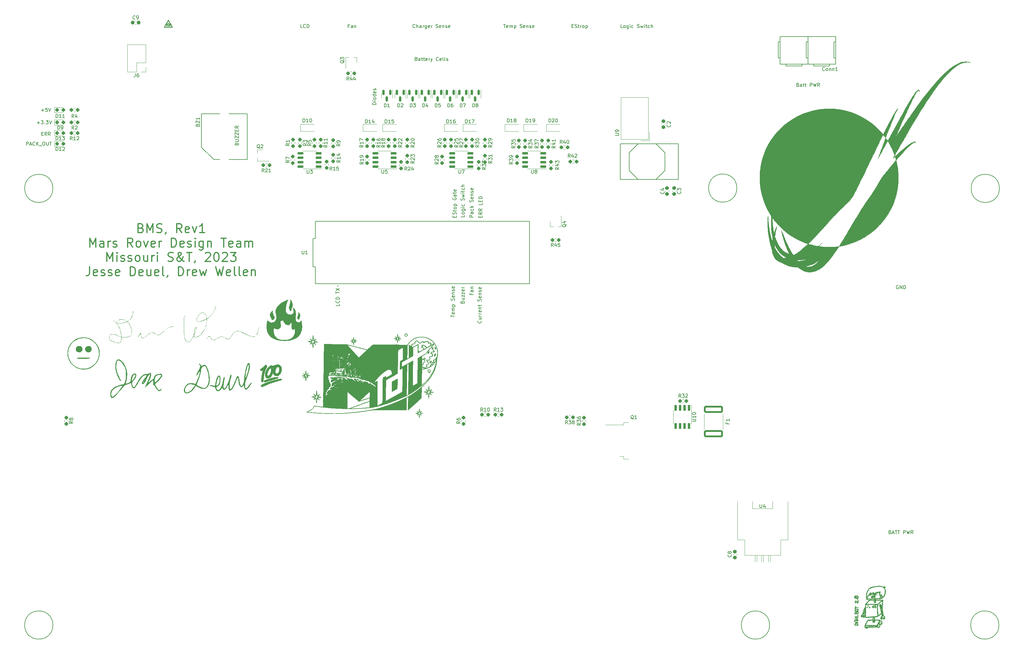
<source format=gto>
G04 #@! TF.GenerationSoftware,KiCad,Pcbnew,(6.0.7)*
G04 #@! TF.CreationDate,2022-11-19T14:41:37-06:00*
G04 #@! TF.ProjectId,2023Rev1,32303233-5265-4763-912e-6b696361645f,rev?*
G04 #@! TF.SameCoordinates,Original*
G04 #@! TF.FileFunction,Legend,Top*
G04 #@! TF.FilePolarity,Positive*
%FSLAX46Y46*%
G04 Gerber Fmt 4.6, Leading zero omitted, Abs format (unit mm)*
G04 Created by KiCad (PCBNEW (6.0.7)) date 2022-11-19 14:41:37*
%MOMM*%
%LPD*%
G01*
G04 APERTURE LIST*
G04 Aperture macros list*
%AMRoundRect*
0 Rectangle with rounded corners*
0 $1 Rounding radius*
0 $2 $3 $4 $5 $6 $7 $8 $9 X,Y pos of 4 corners*
0 Add a 4 corners polygon primitive as box body*
4,1,4,$2,$3,$4,$5,$6,$7,$8,$9,$2,$3,0*
0 Add four circle primitives for the rounded corners*
1,1,$1+$1,$2,$3*
1,1,$1+$1,$4,$5*
1,1,$1+$1,$6,$7*
1,1,$1+$1,$8,$9*
0 Add four rect primitives between the rounded corners*
20,1,$1+$1,$2,$3,$4,$5,0*
20,1,$1+$1,$4,$5,$6,$7,0*
20,1,$1+$1,$6,$7,$8,$9,0*
20,1,$1+$1,$8,$9,$2,$3,0*%
%AMHorizOval*
0 Thick line with rounded ends*
0 $1 width*
0 $2 $3 position (X,Y) of the first rounded end (center of the circle)*
0 $4 $5 position (X,Y) of the second rounded end (center of the circle)*
0 Add line between two ends*
20,1,$1,$2,$3,$4,$5,0*
0 Add two circle primitives to create the rounded ends*
1,1,$1,$2,$3*
1,1,$1,$4,$5*%
G04 Aperture macros list end*
%ADD10C,0.150000*%
%ADD11C,0.300000*%
%ADD12C,0.010000*%
%ADD13C,0.120000*%
%ADD14C,0.127000*%
%ADD15C,0.200000*%
%ADD16C,1.524000*%
%ADD17RoundRect,0.237500X-0.250000X-0.237500X0.250000X-0.237500X0.250000X0.237500X-0.250000X0.237500X0*%
%ADD18C,2.946400*%
%ADD19RoundRect,0.150000X-0.150000X0.587500X-0.150000X-0.587500X0.150000X-0.587500X0.150000X0.587500X0*%
%ADD20RoundRect,0.237500X-0.237500X0.250000X-0.237500X-0.250000X0.237500X-0.250000X0.237500X0.250000X0*%
%ADD21C,18.288000*%
%ADD22RoundRect,0.250001X2.474999X-0.799999X2.474999X0.799999X-2.474999X0.799999X-2.474999X-0.799999X0*%
%ADD23R,2.500000X6.000000*%
%ADD24C,1.308000*%
%ADD25C,1.258000*%
%ADD26C,1.208000*%
%ADD27RoundRect,0.237500X-0.237500X0.300000X-0.237500X-0.300000X0.237500X-0.300000X0.237500X0.300000X0*%
%ADD28RoundRect,0.237500X-0.287500X-0.237500X0.287500X-0.237500X0.287500X0.237500X-0.287500X0.237500X0*%
%ADD29RoundRect,0.150000X0.725000X0.150000X-0.725000X0.150000X-0.725000X-0.150000X0.725000X-0.150000X0*%
%ADD30R,0.900000X1.200000*%
%ADD31R,1.500000X1.500000*%
%ADD32C,1.500000*%
%ADD33C,0.800000*%
%ADD34HorizOval,0.800000X0.000000X0.000000X0.000000X0.000000X0*%
%ADD35HorizOval,0.800000X0.000000X0.000000X0.000000X0.000000X0*%
%ADD36O,9.000000X6.000000*%
%ADD37RoundRect,0.237500X0.250000X0.237500X-0.250000X0.237500X-0.250000X-0.237500X0.250000X-0.237500X0*%
%ADD38R,4.600000X0.800000*%
%ADD39R,9.400000X10.800000*%
%ADD40RoundRect,0.237500X0.237500X-0.250000X0.237500X0.250000X-0.237500X0.250000X-0.237500X-0.250000X0*%
%ADD41RoundRect,0.237500X0.237500X-0.300000X0.237500X0.300000X-0.237500X0.300000X-0.237500X-0.300000X0*%
%ADD42RoundRect,0.237500X-0.300000X-0.237500X0.300000X-0.237500X0.300000X0.237500X-0.300000X0.237500X0*%
%ADD43R,1.700000X1.700000*%
%ADD44O,1.700000X1.700000*%
%ADD45RoundRect,0.150000X-0.150000X0.725000X-0.150000X-0.725000X0.150000X-0.725000X0.150000X0.725000X0*%
%ADD46R,0.800000X1.900000*%
%ADD47R,2.500000X1.500000*%
%ADD48O,2.500000X1.500000*%
%ADD49R,1.900000X0.800000*%
%ADD50O,5.100000X3.000000*%
%ADD51C,1.100000*%
%ADD52C,1.400000*%
%ADD53C,4.000000*%
%ADD54C,2.000000*%
G04 APERTURE END LIST*
D10*
X165334482Y-122868673D02*
X165334482Y-123344863D01*
X164334482Y-123344863D01*
X165239244Y-121963911D02*
X165286863Y-122011530D01*
X165334482Y-122154387D01*
X165334482Y-122249625D01*
X165286863Y-122392482D01*
X165191625Y-122487721D01*
X165096387Y-122535340D01*
X164905911Y-122582959D01*
X164763054Y-122582959D01*
X164572578Y-122535340D01*
X164477340Y-122487721D01*
X164382102Y-122392482D01*
X164334482Y-122249625D01*
X164334482Y-122154387D01*
X164382102Y-122011530D01*
X164429721Y-121963911D01*
X165334482Y-121535340D02*
X164334482Y-121535340D01*
X164334482Y-121297244D01*
X164382102Y-121154387D01*
X164477340Y-121059149D01*
X164572578Y-121011530D01*
X164763054Y-120963911D01*
X164905911Y-120963911D01*
X165096387Y-121011530D01*
X165191625Y-121059149D01*
X165286863Y-121154387D01*
X165334482Y-121297244D01*
X165334482Y-121535340D01*
X164334482Y-119916292D02*
X164334482Y-119344863D01*
X165334482Y-119630578D02*
X164334482Y-119630578D01*
X164334482Y-119106768D02*
X165334482Y-118440102D01*
X164334482Y-118440102D02*
X165334482Y-119106768D01*
X245924482Y-44176482D02*
X245448292Y-44176482D01*
X245448292Y-43176482D01*
X246400673Y-44176482D02*
X246305435Y-44128863D01*
X246257816Y-44081244D01*
X246210197Y-43986006D01*
X246210197Y-43700292D01*
X246257816Y-43605054D01*
X246305435Y-43557435D01*
X246400673Y-43509816D01*
X246543530Y-43509816D01*
X246638768Y-43557435D01*
X246686387Y-43605054D01*
X246734006Y-43700292D01*
X246734006Y-43986006D01*
X246686387Y-44081244D01*
X246638768Y-44128863D01*
X246543530Y-44176482D01*
X246400673Y-44176482D01*
X247591149Y-43509816D02*
X247591149Y-44319340D01*
X247543530Y-44414578D01*
X247495911Y-44462197D01*
X247400673Y-44509816D01*
X247257816Y-44509816D01*
X247162578Y-44462197D01*
X247591149Y-44128863D02*
X247495911Y-44176482D01*
X247305435Y-44176482D01*
X247210197Y-44128863D01*
X247162578Y-44081244D01*
X247114959Y-43986006D01*
X247114959Y-43700292D01*
X247162578Y-43605054D01*
X247210197Y-43557435D01*
X247305435Y-43509816D01*
X247495911Y-43509816D01*
X247591149Y-43557435D01*
X248067340Y-44176482D02*
X248067340Y-43509816D01*
X248067340Y-43176482D02*
X248019721Y-43224102D01*
X248067340Y-43271721D01*
X248114959Y-43224102D01*
X248067340Y-43176482D01*
X248067340Y-43271721D01*
X248972102Y-44128863D02*
X248876863Y-44176482D01*
X248686387Y-44176482D01*
X248591149Y-44128863D01*
X248543530Y-44081244D01*
X248495911Y-43986006D01*
X248495911Y-43700292D01*
X248543530Y-43605054D01*
X248591149Y-43557435D01*
X248686387Y-43509816D01*
X248876863Y-43509816D01*
X248972102Y-43557435D01*
X250114959Y-44128863D02*
X250257816Y-44176482D01*
X250495911Y-44176482D01*
X250591149Y-44128863D01*
X250638768Y-44081244D01*
X250686387Y-43986006D01*
X250686387Y-43890768D01*
X250638768Y-43795530D01*
X250591149Y-43747911D01*
X250495911Y-43700292D01*
X250305435Y-43652673D01*
X250210197Y-43605054D01*
X250162578Y-43557435D01*
X250114959Y-43462197D01*
X250114959Y-43366959D01*
X250162578Y-43271721D01*
X250210197Y-43224102D01*
X250305435Y-43176482D01*
X250543530Y-43176482D01*
X250686387Y-43224102D01*
X251019721Y-43509816D02*
X251210197Y-44176482D01*
X251400673Y-43700292D01*
X251591149Y-44176482D01*
X251781625Y-43509816D01*
X252162578Y-44176482D02*
X252162578Y-43509816D01*
X252162578Y-43176482D02*
X252114959Y-43224102D01*
X252162578Y-43271721D01*
X252210197Y-43224102D01*
X252162578Y-43176482D01*
X252162578Y-43271721D01*
X252495911Y-43509816D02*
X252876863Y-43509816D01*
X252638768Y-43176482D02*
X252638768Y-44033625D01*
X252686387Y-44128863D01*
X252781625Y-44176482D01*
X252876863Y-44176482D01*
X253638768Y-44128863D02*
X253543530Y-44176482D01*
X253353054Y-44176482D01*
X253257816Y-44128863D01*
X253210197Y-44081244D01*
X253162578Y-43986006D01*
X253162578Y-43700292D01*
X253210197Y-43605054D01*
X253257816Y-43557435D01*
X253353054Y-43509816D01*
X253543530Y-43509816D01*
X253638768Y-43557435D01*
X254067340Y-44176482D02*
X254067340Y-43176482D01*
X254495911Y-44176482D02*
X254495911Y-43652673D01*
X254448292Y-43557435D01*
X254353054Y-43509816D01*
X254210197Y-43509816D01*
X254114959Y-43557435D01*
X254067340Y-43605054D01*
X79316102Y-71227530D02*
X80078006Y-71227530D01*
X79697054Y-71608482D02*
X79697054Y-70846578D01*
X80458959Y-70608482D02*
X81078006Y-70608482D01*
X80744673Y-70989435D01*
X80887530Y-70989435D01*
X80982768Y-71037054D01*
X81030387Y-71084673D01*
X81078006Y-71179911D01*
X81078006Y-71418006D01*
X81030387Y-71513244D01*
X80982768Y-71560863D01*
X80887530Y-71608482D01*
X80601816Y-71608482D01*
X80506578Y-71560863D01*
X80458959Y-71513244D01*
X81506578Y-71513244D02*
X81554197Y-71560863D01*
X81506578Y-71608482D01*
X81458959Y-71560863D01*
X81506578Y-71513244D01*
X81506578Y-71608482D01*
X81887530Y-70608482D02*
X82506578Y-70608482D01*
X82173244Y-70989435D01*
X82316102Y-70989435D01*
X82411340Y-71037054D01*
X82458959Y-71084673D01*
X82506578Y-71179911D01*
X82506578Y-71418006D01*
X82458959Y-71513244D01*
X82411340Y-71560863D01*
X82316102Y-71608482D01*
X82030387Y-71608482D01*
X81935149Y-71560863D01*
X81887530Y-71513244D01*
X82792292Y-70608482D02*
X83125625Y-71608482D01*
X83458959Y-70608482D01*
X322084673Y-187924673D02*
X322227530Y-187972292D01*
X322275149Y-188019911D01*
X322322768Y-188115149D01*
X322322768Y-188258006D01*
X322275149Y-188353244D01*
X322227530Y-188400863D01*
X322132292Y-188448482D01*
X321751340Y-188448482D01*
X321751340Y-187448482D01*
X322084673Y-187448482D01*
X322179911Y-187496102D01*
X322227530Y-187543721D01*
X322275149Y-187638959D01*
X322275149Y-187734197D01*
X322227530Y-187829435D01*
X322179911Y-187877054D01*
X322084673Y-187924673D01*
X321751340Y-187924673D01*
X322703721Y-188162768D02*
X323179911Y-188162768D01*
X322608482Y-188448482D02*
X322941816Y-187448482D01*
X323275149Y-188448482D01*
X323465625Y-187448482D02*
X324037054Y-187448482D01*
X323751340Y-188448482D02*
X323751340Y-187448482D01*
X324227530Y-187448482D02*
X324798959Y-187448482D01*
X324513244Y-188448482D02*
X324513244Y-187448482D01*
X325894197Y-188448482D02*
X325894197Y-187448482D01*
X326275149Y-187448482D01*
X326370387Y-187496102D01*
X326418006Y-187543721D01*
X326465625Y-187638959D01*
X326465625Y-187781816D01*
X326418006Y-187877054D01*
X326370387Y-187924673D01*
X326275149Y-187972292D01*
X325894197Y-187972292D01*
X326798959Y-187448482D02*
X327037054Y-188448482D01*
X327227530Y-187734197D01*
X327418006Y-188448482D01*
X327656102Y-187448482D01*
X328608482Y-188448482D02*
X328275149Y-187972292D01*
X328037054Y-188448482D02*
X328037054Y-187448482D01*
X328418006Y-187448482D01*
X328513244Y-187496102D01*
X328560863Y-187543721D01*
X328608482Y-187638959D01*
X328608482Y-187781816D01*
X328560863Y-187877054D01*
X328513244Y-187924673D01*
X328418006Y-187972292D01*
X328037054Y-187972292D01*
X197100482Y-126614863D02*
X197100482Y-126043435D01*
X198100482Y-126329149D02*
X197100482Y-126329149D01*
X198052863Y-125329149D02*
X198100482Y-125424387D01*
X198100482Y-125614863D01*
X198052863Y-125710102D01*
X197957625Y-125757721D01*
X197576673Y-125757721D01*
X197481435Y-125710102D01*
X197433816Y-125614863D01*
X197433816Y-125424387D01*
X197481435Y-125329149D01*
X197576673Y-125281530D01*
X197671911Y-125281530D01*
X197767149Y-125757721D01*
X198100482Y-124852959D02*
X197433816Y-124852959D01*
X197529054Y-124852959D02*
X197481435Y-124805340D01*
X197433816Y-124710102D01*
X197433816Y-124567244D01*
X197481435Y-124472006D01*
X197576673Y-124424387D01*
X198100482Y-124424387D01*
X197576673Y-124424387D02*
X197481435Y-124376768D01*
X197433816Y-124281530D01*
X197433816Y-124138673D01*
X197481435Y-124043435D01*
X197576673Y-123995816D01*
X198100482Y-123995816D01*
X197433816Y-123519625D02*
X198433816Y-123519625D01*
X197481435Y-123519625D02*
X197433816Y-123424387D01*
X197433816Y-123233911D01*
X197481435Y-123138673D01*
X197529054Y-123091054D01*
X197624292Y-123043435D01*
X197910006Y-123043435D01*
X198005244Y-123091054D01*
X198052863Y-123138673D01*
X198100482Y-123233911D01*
X198100482Y-123424387D01*
X198052863Y-123519625D01*
X198052863Y-121900578D02*
X198100482Y-121757721D01*
X198100482Y-121519625D01*
X198052863Y-121424387D01*
X198005244Y-121376768D01*
X197910006Y-121329149D01*
X197814768Y-121329149D01*
X197719530Y-121376768D01*
X197671911Y-121424387D01*
X197624292Y-121519625D01*
X197576673Y-121710102D01*
X197529054Y-121805340D01*
X197481435Y-121852959D01*
X197386197Y-121900578D01*
X197290959Y-121900578D01*
X197195721Y-121852959D01*
X197148102Y-121805340D01*
X197100482Y-121710102D01*
X197100482Y-121472006D01*
X197148102Y-121329149D01*
X198052863Y-120519625D02*
X198100482Y-120614863D01*
X198100482Y-120805340D01*
X198052863Y-120900578D01*
X197957625Y-120948197D01*
X197576673Y-120948197D01*
X197481435Y-120900578D01*
X197433816Y-120805340D01*
X197433816Y-120614863D01*
X197481435Y-120519625D01*
X197576673Y-120472006D01*
X197671911Y-120472006D01*
X197767149Y-120948197D01*
X197433816Y-120043435D02*
X198100482Y-120043435D01*
X197529054Y-120043435D02*
X197481435Y-119995816D01*
X197433816Y-119900578D01*
X197433816Y-119757721D01*
X197481435Y-119662482D01*
X197576673Y-119614863D01*
X198100482Y-119614863D01*
X198052863Y-119186292D02*
X198100482Y-119091054D01*
X198100482Y-118900578D01*
X198052863Y-118805340D01*
X197957625Y-118757721D01*
X197910006Y-118757721D01*
X197814768Y-118805340D01*
X197767149Y-118900578D01*
X197767149Y-119043435D01*
X197719530Y-119138673D01*
X197624292Y-119186292D01*
X197576673Y-119186292D01*
X197481435Y-119138673D01*
X197433816Y-119043435D01*
X197433816Y-118900578D01*
X197481435Y-118805340D01*
X198052863Y-117948197D02*
X198100482Y-118043435D01*
X198100482Y-118233911D01*
X198052863Y-118329149D01*
X197957625Y-118376768D01*
X197576673Y-118376768D01*
X197481435Y-118329149D01*
X197433816Y-118233911D01*
X197433816Y-118043435D01*
X197481435Y-117948197D01*
X197576673Y-117900578D01*
X197671911Y-117900578D01*
X197767149Y-118376768D01*
X231525625Y-43652673D02*
X231858959Y-43652673D01*
X232001816Y-44176482D02*
X231525625Y-44176482D01*
X231525625Y-43176482D01*
X232001816Y-43176482D01*
X232382768Y-44128863D02*
X232525625Y-44176482D01*
X232763721Y-44176482D01*
X232858959Y-44128863D01*
X232906578Y-44081244D01*
X232954197Y-43986006D01*
X232954197Y-43890768D01*
X232906578Y-43795530D01*
X232858959Y-43747911D01*
X232763721Y-43700292D01*
X232573244Y-43652673D01*
X232478006Y-43605054D01*
X232430387Y-43557435D01*
X232382768Y-43462197D01*
X232382768Y-43366959D01*
X232430387Y-43271721D01*
X232478006Y-43224102D01*
X232573244Y-43176482D01*
X232811340Y-43176482D01*
X232954197Y-43224102D01*
X233239911Y-43509816D02*
X233620863Y-43509816D01*
X233382768Y-43176482D02*
X233382768Y-44033625D01*
X233430387Y-44128863D01*
X233525625Y-44176482D01*
X233620863Y-44176482D01*
X233954197Y-44176482D02*
X233954197Y-43509816D01*
X233954197Y-43700292D02*
X234001816Y-43605054D01*
X234049435Y-43557435D01*
X234144673Y-43509816D01*
X234239911Y-43509816D01*
X234716102Y-44176482D02*
X234620863Y-44128863D01*
X234573244Y-44081244D01*
X234525625Y-43986006D01*
X234525625Y-43700292D01*
X234573244Y-43605054D01*
X234620863Y-43557435D01*
X234716102Y-43509816D01*
X234858959Y-43509816D01*
X234954197Y-43557435D01*
X235001816Y-43605054D01*
X235049435Y-43700292D01*
X235049435Y-43986006D01*
X235001816Y-44081244D01*
X234954197Y-44128863D01*
X234858959Y-44176482D01*
X234716102Y-44176482D01*
X235478006Y-43509816D02*
X235478006Y-44509816D01*
X235478006Y-43557435D02*
X235573244Y-43509816D01*
X235763721Y-43509816D01*
X235858959Y-43557435D01*
X235906578Y-43605054D01*
X235954197Y-43700292D01*
X235954197Y-43986006D01*
X235906578Y-44081244D01*
X235858959Y-44128863D01*
X235763721Y-44176482D01*
X235573244Y-44176482D01*
X235478006Y-44128863D01*
X324394197Y-117646102D02*
X324298959Y-117598482D01*
X324156102Y-117598482D01*
X324013244Y-117646102D01*
X323918006Y-117741340D01*
X323870387Y-117836578D01*
X323822768Y-118027054D01*
X323822768Y-118169911D01*
X323870387Y-118360387D01*
X323918006Y-118455625D01*
X324013244Y-118550863D01*
X324156102Y-118598482D01*
X324251340Y-118598482D01*
X324394197Y-118550863D01*
X324441816Y-118503244D01*
X324441816Y-118169911D01*
X324251340Y-118169911D01*
X324870387Y-118598482D02*
X324870387Y-117598482D01*
X325441816Y-118598482D01*
X325441816Y-117598482D01*
X325918006Y-118598482D02*
X325918006Y-117598482D01*
X326156102Y-117598482D01*
X326298959Y-117646102D01*
X326394197Y-117741340D01*
X326441816Y-117836578D01*
X326489435Y-118027054D01*
X326489435Y-118169911D01*
X326441816Y-118360387D01*
X326394197Y-118455625D01*
X326298959Y-118550863D01*
X326156102Y-118598482D01*
X325918006Y-118598482D01*
X200370673Y-122360673D02*
X200418292Y-122217816D01*
X200465911Y-122170197D01*
X200561149Y-122122578D01*
X200704006Y-122122578D01*
X200799244Y-122170197D01*
X200846863Y-122217816D01*
X200894482Y-122313054D01*
X200894482Y-122694006D01*
X199894482Y-122694006D01*
X199894482Y-122360673D01*
X199942102Y-122265435D01*
X199989721Y-122217816D01*
X200084959Y-122170197D01*
X200180197Y-122170197D01*
X200275435Y-122217816D01*
X200323054Y-122265435D01*
X200370673Y-122360673D01*
X200370673Y-122694006D01*
X200227816Y-121265435D02*
X200894482Y-121265435D01*
X200227816Y-121694006D02*
X200751625Y-121694006D01*
X200846863Y-121646387D01*
X200894482Y-121551149D01*
X200894482Y-121408292D01*
X200846863Y-121313054D01*
X200799244Y-121265435D01*
X200227816Y-120884482D02*
X200227816Y-120360673D01*
X200894482Y-120884482D01*
X200894482Y-120360673D01*
X200227816Y-120074959D02*
X200227816Y-119551149D01*
X200894482Y-120074959D01*
X200894482Y-119551149D01*
X200846863Y-118789244D02*
X200894482Y-118884482D01*
X200894482Y-119074959D01*
X200846863Y-119170197D01*
X200751625Y-119217816D01*
X200370673Y-119217816D01*
X200275435Y-119170197D01*
X200227816Y-119074959D01*
X200227816Y-118884482D01*
X200275435Y-118789244D01*
X200370673Y-118741625D01*
X200465911Y-118741625D01*
X200561149Y-119217816D01*
X200894482Y-118313054D02*
X200227816Y-118313054D01*
X200418292Y-118313054D02*
X200323054Y-118265435D01*
X200275435Y-118217816D01*
X200227816Y-118122578D01*
X200227816Y-118027340D01*
X203434482Y-98135149D02*
X202434482Y-98135149D01*
X202434482Y-97754197D01*
X202482102Y-97658959D01*
X202529721Y-97611340D01*
X202624959Y-97563721D01*
X202767816Y-97563721D01*
X202863054Y-97611340D01*
X202910673Y-97658959D01*
X202958292Y-97754197D01*
X202958292Y-98135149D01*
X203434482Y-96706578D02*
X202910673Y-96706578D01*
X202815435Y-96754197D01*
X202767816Y-96849435D01*
X202767816Y-97039911D01*
X202815435Y-97135149D01*
X203386863Y-96706578D02*
X203434482Y-96801816D01*
X203434482Y-97039911D01*
X203386863Y-97135149D01*
X203291625Y-97182768D01*
X203196387Y-97182768D01*
X203101149Y-97135149D01*
X203053530Y-97039911D01*
X203053530Y-96801816D01*
X203005911Y-96706578D01*
X203386863Y-95801816D02*
X203434482Y-95897054D01*
X203434482Y-96087530D01*
X203386863Y-96182768D01*
X203339244Y-96230387D01*
X203244006Y-96278006D01*
X202958292Y-96278006D01*
X202863054Y-96230387D01*
X202815435Y-96182768D01*
X202767816Y-96087530D01*
X202767816Y-95897054D01*
X202815435Y-95801816D01*
X203434482Y-95373244D02*
X202434482Y-95373244D01*
X203053530Y-95278006D02*
X203434482Y-94992292D01*
X202767816Y-94992292D02*
X203148768Y-95373244D01*
X203386863Y-93849435D02*
X203434482Y-93706578D01*
X203434482Y-93468482D01*
X203386863Y-93373244D01*
X203339244Y-93325625D01*
X203244006Y-93278006D01*
X203148768Y-93278006D01*
X203053530Y-93325625D01*
X203005911Y-93373244D01*
X202958292Y-93468482D01*
X202910673Y-93658959D01*
X202863054Y-93754197D01*
X202815435Y-93801816D01*
X202720197Y-93849435D01*
X202624959Y-93849435D01*
X202529721Y-93801816D01*
X202482102Y-93754197D01*
X202434482Y-93658959D01*
X202434482Y-93420863D01*
X202482102Y-93278006D01*
X203386863Y-92468482D02*
X203434482Y-92563721D01*
X203434482Y-92754197D01*
X203386863Y-92849435D01*
X203291625Y-92897054D01*
X202910673Y-92897054D01*
X202815435Y-92849435D01*
X202767816Y-92754197D01*
X202767816Y-92563721D01*
X202815435Y-92468482D01*
X202910673Y-92420863D01*
X203005911Y-92420863D01*
X203101149Y-92897054D01*
X202767816Y-91992292D02*
X203434482Y-91992292D01*
X202863054Y-91992292D02*
X202815435Y-91944673D01*
X202767816Y-91849435D01*
X202767816Y-91706578D01*
X202815435Y-91611340D01*
X202910673Y-91563721D01*
X203434482Y-91563721D01*
X203386863Y-91135149D02*
X203434482Y-91039911D01*
X203434482Y-90849435D01*
X203386863Y-90754197D01*
X203291625Y-90706578D01*
X203244006Y-90706578D01*
X203148768Y-90754197D01*
X203101149Y-90849435D01*
X203101149Y-90992292D01*
X203053530Y-91087530D01*
X202958292Y-91135149D01*
X202910673Y-91135149D01*
X202815435Y-91087530D01*
X202767816Y-90992292D01*
X202767816Y-90849435D01*
X202815435Y-90754197D01*
X203386863Y-89897054D02*
X203434482Y-89992292D01*
X203434482Y-90182768D01*
X203386863Y-90278006D01*
X203291625Y-90325625D01*
X202910673Y-90325625D01*
X202815435Y-90278006D01*
X202767816Y-90182768D01*
X202767816Y-89992292D01*
X202815435Y-89897054D01*
X202910673Y-89849435D01*
X203005911Y-89849435D01*
X203101149Y-90325625D01*
D11*
X108887380Y-101253471D02*
X109250238Y-101374423D01*
X109371190Y-101495376D01*
X109492142Y-101737280D01*
X109492142Y-102100138D01*
X109371190Y-102342042D01*
X109250238Y-102462995D01*
X109008333Y-102583947D01*
X108040714Y-102583947D01*
X108040714Y-100043947D01*
X108887380Y-100043947D01*
X109129285Y-100164900D01*
X109250238Y-100285852D01*
X109371190Y-100527757D01*
X109371190Y-100769661D01*
X109250238Y-101011566D01*
X109129285Y-101132519D01*
X108887380Y-101253471D01*
X108040714Y-101253471D01*
X110580714Y-102583947D02*
X110580714Y-100043947D01*
X111427380Y-101858233D01*
X112274047Y-100043947D01*
X112274047Y-102583947D01*
X113362619Y-102462995D02*
X113725476Y-102583947D01*
X114330238Y-102583947D01*
X114572142Y-102462995D01*
X114693095Y-102342042D01*
X114814047Y-102100138D01*
X114814047Y-101858233D01*
X114693095Y-101616328D01*
X114572142Y-101495376D01*
X114330238Y-101374423D01*
X113846428Y-101253471D01*
X113604523Y-101132519D01*
X113483571Y-101011566D01*
X113362619Y-100769661D01*
X113362619Y-100527757D01*
X113483571Y-100285852D01*
X113604523Y-100164900D01*
X113846428Y-100043947D01*
X114451190Y-100043947D01*
X114814047Y-100164900D01*
X116023571Y-102462995D02*
X116023571Y-102583947D01*
X115902619Y-102825852D01*
X115781666Y-102946804D01*
X120498809Y-102583947D02*
X119652142Y-101374423D01*
X119047380Y-102583947D02*
X119047380Y-100043947D01*
X120015000Y-100043947D01*
X120256904Y-100164900D01*
X120377857Y-100285852D01*
X120498809Y-100527757D01*
X120498809Y-100890614D01*
X120377857Y-101132519D01*
X120256904Y-101253471D01*
X120015000Y-101374423D01*
X119047380Y-101374423D01*
X122555000Y-102462995D02*
X122313095Y-102583947D01*
X121829285Y-102583947D01*
X121587380Y-102462995D01*
X121466428Y-102221090D01*
X121466428Y-101253471D01*
X121587380Y-101011566D01*
X121829285Y-100890614D01*
X122313095Y-100890614D01*
X122555000Y-101011566D01*
X122675952Y-101253471D01*
X122675952Y-101495376D01*
X121466428Y-101737280D01*
X123522619Y-100890614D02*
X124127380Y-102583947D01*
X124732142Y-100890614D01*
X127030238Y-102583947D02*
X125578809Y-102583947D01*
X126304523Y-102583947D02*
X126304523Y-100043947D01*
X126062619Y-100406804D01*
X125820714Y-100648709D01*
X125578809Y-100769661D01*
X94312619Y-106673347D02*
X94312619Y-104133347D01*
X95159285Y-105947633D01*
X96005952Y-104133347D01*
X96005952Y-106673347D01*
X98304047Y-106673347D02*
X98304047Y-105342871D01*
X98183095Y-105100966D01*
X97941190Y-104980014D01*
X97457380Y-104980014D01*
X97215476Y-105100966D01*
X98304047Y-106552395D02*
X98062142Y-106673347D01*
X97457380Y-106673347D01*
X97215476Y-106552395D01*
X97094523Y-106310490D01*
X97094523Y-106068585D01*
X97215476Y-105826680D01*
X97457380Y-105705728D01*
X98062142Y-105705728D01*
X98304047Y-105584776D01*
X99513571Y-106673347D02*
X99513571Y-104980014D01*
X99513571Y-105463823D02*
X99634523Y-105221919D01*
X99755476Y-105100966D01*
X99997380Y-104980014D01*
X100239285Y-104980014D01*
X100964999Y-106552395D02*
X101206904Y-106673347D01*
X101690714Y-106673347D01*
X101932619Y-106552395D01*
X102053571Y-106310490D01*
X102053571Y-106189538D01*
X101932619Y-105947633D01*
X101690714Y-105826680D01*
X101327857Y-105826680D01*
X101085952Y-105705728D01*
X100964999Y-105463823D01*
X100964999Y-105342871D01*
X101085952Y-105100966D01*
X101327857Y-104980014D01*
X101690714Y-104980014D01*
X101932619Y-105100966D01*
X106528809Y-106673347D02*
X105682142Y-105463823D01*
X105077380Y-106673347D02*
X105077380Y-104133347D01*
X106044999Y-104133347D01*
X106286904Y-104254300D01*
X106407857Y-104375252D01*
X106528809Y-104617157D01*
X106528809Y-104980014D01*
X106407857Y-105221919D01*
X106286904Y-105342871D01*
X106044999Y-105463823D01*
X105077380Y-105463823D01*
X107980238Y-106673347D02*
X107738333Y-106552395D01*
X107617380Y-106431442D01*
X107496428Y-106189538D01*
X107496428Y-105463823D01*
X107617380Y-105221919D01*
X107738333Y-105100966D01*
X107980238Y-104980014D01*
X108343095Y-104980014D01*
X108585000Y-105100966D01*
X108705952Y-105221919D01*
X108826904Y-105463823D01*
X108826904Y-106189538D01*
X108705952Y-106431442D01*
X108585000Y-106552395D01*
X108343095Y-106673347D01*
X107980238Y-106673347D01*
X109673571Y-104980014D02*
X110278333Y-106673347D01*
X110883095Y-104980014D01*
X112818333Y-106552395D02*
X112576428Y-106673347D01*
X112092619Y-106673347D01*
X111850714Y-106552395D01*
X111729761Y-106310490D01*
X111729761Y-105342871D01*
X111850714Y-105100966D01*
X112092619Y-104980014D01*
X112576428Y-104980014D01*
X112818333Y-105100966D01*
X112939285Y-105342871D01*
X112939285Y-105584776D01*
X111729761Y-105826680D01*
X114027857Y-106673347D02*
X114027857Y-104980014D01*
X114027857Y-105463823D02*
X114148809Y-105221919D01*
X114269761Y-105100966D01*
X114511666Y-104980014D01*
X114753571Y-104980014D01*
X117535476Y-106673347D02*
X117535476Y-104133347D01*
X118140238Y-104133347D01*
X118503095Y-104254300D01*
X118744999Y-104496204D01*
X118865952Y-104738109D01*
X118986904Y-105221919D01*
X118986904Y-105584776D01*
X118865952Y-106068585D01*
X118744999Y-106310490D01*
X118503095Y-106552395D01*
X118140238Y-106673347D01*
X117535476Y-106673347D01*
X121043095Y-106552395D02*
X120801190Y-106673347D01*
X120317380Y-106673347D01*
X120075476Y-106552395D01*
X119954523Y-106310490D01*
X119954523Y-105342871D01*
X120075476Y-105100966D01*
X120317380Y-104980014D01*
X120801190Y-104980014D01*
X121043095Y-105100966D01*
X121164047Y-105342871D01*
X121164047Y-105584776D01*
X119954523Y-105826680D01*
X122131666Y-106552395D02*
X122373571Y-106673347D01*
X122857380Y-106673347D01*
X123099285Y-106552395D01*
X123220238Y-106310490D01*
X123220238Y-106189538D01*
X123099285Y-105947633D01*
X122857380Y-105826680D01*
X122494523Y-105826680D01*
X122252619Y-105705728D01*
X122131666Y-105463823D01*
X122131666Y-105342871D01*
X122252619Y-105100966D01*
X122494523Y-104980014D01*
X122857380Y-104980014D01*
X123099285Y-105100966D01*
X124308809Y-106673347D02*
X124308809Y-104980014D01*
X124308809Y-104133347D02*
X124187857Y-104254300D01*
X124308809Y-104375252D01*
X124429761Y-104254300D01*
X124308809Y-104133347D01*
X124308809Y-104375252D01*
X126606904Y-104980014D02*
X126606904Y-107036204D01*
X126485952Y-107278109D01*
X126365000Y-107399061D01*
X126123095Y-107520014D01*
X125760238Y-107520014D01*
X125518333Y-107399061D01*
X126606904Y-106552395D02*
X126365000Y-106673347D01*
X125881190Y-106673347D01*
X125639285Y-106552395D01*
X125518333Y-106431442D01*
X125397380Y-106189538D01*
X125397380Y-105463823D01*
X125518333Y-105221919D01*
X125639285Y-105100966D01*
X125881190Y-104980014D01*
X126365000Y-104980014D01*
X126606904Y-105100966D01*
X127816428Y-104980014D02*
X127816428Y-106673347D01*
X127816428Y-105221919D02*
X127937380Y-105100966D01*
X128179285Y-104980014D01*
X128542142Y-104980014D01*
X128784047Y-105100966D01*
X128905000Y-105342871D01*
X128905000Y-106673347D01*
X131686904Y-104133347D02*
X133138333Y-104133347D01*
X132412619Y-106673347D02*
X132412619Y-104133347D01*
X134952619Y-106552395D02*
X134710714Y-106673347D01*
X134226904Y-106673347D01*
X133985000Y-106552395D01*
X133864047Y-106310490D01*
X133864047Y-105342871D01*
X133985000Y-105100966D01*
X134226904Y-104980014D01*
X134710714Y-104980014D01*
X134952619Y-105100966D01*
X135073571Y-105342871D01*
X135073571Y-105584776D01*
X133864047Y-105826680D01*
X137250714Y-106673347D02*
X137250714Y-105342871D01*
X137129761Y-105100966D01*
X136887857Y-104980014D01*
X136404047Y-104980014D01*
X136162142Y-105100966D01*
X137250714Y-106552395D02*
X137008809Y-106673347D01*
X136404047Y-106673347D01*
X136162142Y-106552395D01*
X136041190Y-106310490D01*
X136041190Y-106068585D01*
X136162142Y-105826680D01*
X136404047Y-105705728D01*
X137008809Y-105705728D01*
X137250714Y-105584776D01*
X138460238Y-106673347D02*
X138460238Y-104980014D01*
X138460238Y-105221919D02*
X138581190Y-105100966D01*
X138823095Y-104980014D01*
X139185952Y-104980014D01*
X139427857Y-105100966D01*
X139548809Y-105342871D01*
X139548809Y-106673347D01*
X139548809Y-105342871D02*
X139669761Y-105100966D01*
X139911666Y-104980014D01*
X140274523Y-104980014D01*
X140516428Y-105100966D01*
X140637380Y-105342871D01*
X140637380Y-106673347D01*
X99150714Y-110762747D02*
X99150714Y-108222747D01*
X99997380Y-110037033D01*
X100844047Y-108222747D01*
X100844047Y-110762747D01*
X102053571Y-110762747D02*
X102053571Y-109069414D01*
X102053571Y-108222747D02*
X101932619Y-108343700D01*
X102053571Y-108464652D01*
X102174523Y-108343700D01*
X102053571Y-108222747D01*
X102053571Y-108464652D01*
X103142142Y-110641795D02*
X103384047Y-110762747D01*
X103867857Y-110762747D01*
X104109761Y-110641795D01*
X104230714Y-110399890D01*
X104230714Y-110278938D01*
X104109761Y-110037033D01*
X103867857Y-109916080D01*
X103505000Y-109916080D01*
X103263095Y-109795128D01*
X103142142Y-109553223D01*
X103142142Y-109432271D01*
X103263095Y-109190366D01*
X103505000Y-109069414D01*
X103867857Y-109069414D01*
X104109761Y-109190366D01*
X105198333Y-110641795D02*
X105440238Y-110762747D01*
X105924047Y-110762747D01*
X106165952Y-110641795D01*
X106286904Y-110399890D01*
X106286904Y-110278938D01*
X106165952Y-110037033D01*
X105924047Y-109916080D01*
X105561190Y-109916080D01*
X105319285Y-109795128D01*
X105198333Y-109553223D01*
X105198333Y-109432271D01*
X105319285Y-109190366D01*
X105561190Y-109069414D01*
X105924047Y-109069414D01*
X106165952Y-109190366D01*
X107738333Y-110762747D02*
X107496428Y-110641795D01*
X107375476Y-110520842D01*
X107254523Y-110278938D01*
X107254523Y-109553223D01*
X107375476Y-109311319D01*
X107496428Y-109190366D01*
X107738333Y-109069414D01*
X108101190Y-109069414D01*
X108343095Y-109190366D01*
X108464047Y-109311319D01*
X108585000Y-109553223D01*
X108585000Y-110278938D01*
X108464047Y-110520842D01*
X108343095Y-110641795D01*
X108101190Y-110762747D01*
X107738333Y-110762747D01*
X110762142Y-109069414D02*
X110762142Y-110762747D01*
X109673571Y-109069414D02*
X109673571Y-110399890D01*
X109794523Y-110641795D01*
X110036428Y-110762747D01*
X110399285Y-110762747D01*
X110641190Y-110641795D01*
X110762142Y-110520842D01*
X111971666Y-110762747D02*
X111971666Y-109069414D01*
X111971666Y-109553223D02*
X112092619Y-109311319D01*
X112213571Y-109190366D01*
X112455476Y-109069414D01*
X112697380Y-109069414D01*
X113544047Y-110762747D02*
X113544047Y-109069414D01*
X113544047Y-108222747D02*
X113423095Y-108343700D01*
X113544047Y-108464652D01*
X113665000Y-108343700D01*
X113544047Y-108222747D01*
X113544047Y-108464652D01*
X116567857Y-110641795D02*
X116930714Y-110762747D01*
X117535476Y-110762747D01*
X117777380Y-110641795D01*
X117898333Y-110520842D01*
X118019285Y-110278938D01*
X118019285Y-110037033D01*
X117898333Y-109795128D01*
X117777380Y-109674176D01*
X117535476Y-109553223D01*
X117051666Y-109432271D01*
X116809761Y-109311319D01*
X116688809Y-109190366D01*
X116567857Y-108948461D01*
X116567857Y-108706557D01*
X116688809Y-108464652D01*
X116809761Y-108343700D01*
X117051666Y-108222747D01*
X117656428Y-108222747D01*
X118019285Y-108343700D01*
X121164047Y-110762747D02*
X121043095Y-110762747D01*
X120801190Y-110641795D01*
X120438333Y-110278938D01*
X119833571Y-109553223D01*
X119591666Y-109190366D01*
X119470714Y-108827509D01*
X119470714Y-108585604D01*
X119591666Y-108343700D01*
X119833571Y-108222747D01*
X119954523Y-108222747D01*
X120196428Y-108343700D01*
X120317380Y-108585604D01*
X120317380Y-108706557D01*
X120196428Y-108948461D01*
X120075476Y-109069414D01*
X119349761Y-109553223D01*
X119228809Y-109674176D01*
X119107857Y-109916080D01*
X119107857Y-110278938D01*
X119228809Y-110520842D01*
X119349761Y-110641795D01*
X119591666Y-110762747D01*
X119954523Y-110762747D01*
X120196428Y-110641795D01*
X120317380Y-110520842D01*
X120680238Y-110037033D01*
X120801190Y-109674176D01*
X120801190Y-109432271D01*
X121889761Y-108222747D02*
X123341190Y-108222747D01*
X122615476Y-110762747D02*
X122615476Y-108222747D01*
X124308809Y-110641795D02*
X124308809Y-110762747D01*
X124187857Y-111004652D01*
X124066904Y-111125604D01*
X127211666Y-108464652D02*
X127332619Y-108343700D01*
X127574523Y-108222747D01*
X128179285Y-108222747D01*
X128421190Y-108343700D01*
X128542142Y-108464652D01*
X128663095Y-108706557D01*
X128663095Y-108948461D01*
X128542142Y-109311319D01*
X127090714Y-110762747D01*
X128663095Y-110762747D01*
X130235476Y-108222747D02*
X130477380Y-108222747D01*
X130719285Y-108343700D01*
X130840238Y-108464652D01*
X130961190Y-108706557D01*
X131082142Y-109190366D01*
X131082142Y-109795128D01*
X130961190Y-110278938D01*
X130840238Y-110520842D01*
X130719285Y-110641795D01*
X130477380Y-110762747D01*
X130235476Y-110762747D01*
X129993571Y-110641795D01*
X129872619Y-110520842D01*
X129751666Y-110278938D01*
X129630714Y-109795128D01*
X129630714Y-109190366D01*
X129751666Y-108706557D01*
X129872619Y-108464652D01*
X129993571Y-108343700D01*
X130235476Y-108222747D01*
X132049761Y-108464652D02*
X132170714Y-108343700D01*
X132412619Y-108222747D01*
X133017380Y-108222747D01*
X133259285Y-108343700D01*
X133380238Y-108464652D01*
X133501190Y-108706557D01*
X133501190Y-108948461D01*
X133380238Y-109311319D01*
X131928809Y-110762747D01*
X133501190Y-110762747D01*
X134347857Y-108222747D02*
X135920238Y-108222747D01*
X135073571Y-109190366D01*
X135436428Y-109190366D01*
X135678333Y-109311319D01*
X135799285Y-109432271D01*
X135920238Y-109674176D01*
X135920238Y-110278938D01*
X135799285Y-110520842D01*
X135678333Y-110641795D01*
X135436428Y-110762747D01*
X134710714Y-110762747D01*
X134468809Y-110641795D01*
X134347857Y-110520842D01*
X94252142Y-112312147D02*
X94252142Y-114126433D01*
X94131190Y-114489290D01*
X93889285Y-114731195D01*
X93526428Y-114852147D01*
X93284523Y-114852147D01*
X96429285Y-114731195D02*
X96187380Y-114852147D01*
X95703571Y-114852147D01*
X95461666Y-114731195D01*
X95340714Y-114489290D01*
X95340714Y-113521671D01*
X95461666Y-113279766D01*
X95703571Y-113158814D01*
X96187380Y-113158814D01*
X96429285Y-113279766D01*
X96550238Y-113521671D01*
X96550238Y-113763576D01*
X95340714Y-114005480D01*
X97517857Y-114731195D02*
X97759761Y-114852147D01*
X98243571Y-114852147D01*
X98485476Y-114731195D01*
X98606428Y-114489290D01*
X98606428Y-114368338D01*
X98485476Y-114126433D01*
X98243571Y-114005480D01*
X97880714Y-114005480D01*
X97638809Y-113884528D01*
X97517857Y-113642623D01*
X97517857Y-113521671D01*
X97638809Y-113279766D01*
X97880714Y-113158814D01*
X98243571Y-113158814D01*
X98485476Y-113279766D01*
X99574047Y-114731195D02*
X99815952Y-114852147D01*
X100299761Y-114852147D01*
X100541666Y-114731195D01*
X100662619Y-114489290D01*
X100662619Y-114368338D01*
X100541666Y-114126433D01*
X100299761Y-114005480D01*
X99936904Y-114005480D01*
X99695000Y-113884528D01*
X99574047Y-113642623D01*
X99574047Y-113521671D01*
X99695000Y-113279766D01*
X99936904Y-113158814D01*
X100299761Y-113158814D01*
X100541666Y-113279766D01*
X102718809Y-114731195D02*
X102476904Y-114852147D01*
X101993095Y-114852147D01*
X101751190Y-114731195D01*
X101630238Y-114489290D01*
X101630238Y-113521671D01*
X101751190Y-113279766D01*
X101993095Y-113158814D01*
X102476904Y-113158814D01*
X102718809Y-113279766D01*
X102839761Y-113521671D01*
X102839761Y-113763576D01*
X101630238Y-114005480D01*
X105863571Y-114852147D02*
X105863571Y-112312147D01*
X106468333Y-112312147D01*
X106831190Y-112433100D01*
X107073095Y-112675004D01*
X107194047Y-112916909D01*
X107315000Y-113400719D01*
X107315000Y-113763576D01*
X107194047Y-114247385D01*
X107073095Y-114489290D01*
X106831190Y-114731195D01*
X106468333Y-114852147D01*
X105863571Y-114852147D01*
X109371190Y-114731195D02*
X109129285Y-114852147D01*
X108645476Y-114852147D01*
X108403571Y-114731195D01*
X108282619Y-114489290D01*
X108282619Y-113521671D01*
X108403571Y-113279766D01*
X108645476Y-113158814D01*
X109129285Y-113158814D01*
X109371190Y-113279766D01*
X109492142Y-113521671D01*
X109492142Y-113763576D01*
X108282619Y-114005480D01*
X111669285Y-113158814D02*
X111669285Y-114852147D01*
X110580714Y-113158814D02*
X110580714Y-114489290D01*
X110701666Y-114731195D01*
X110943571Y-114852147D01*
X111306428Y-114852147D01*
X111548333Y-114731195D01*
X111669285Y-114610242D01*
X113846428Y-114731195D02*
X113604523Y-114852147D01*
X113120714Y-114852147D01*
X112878809Y-114731195D01*
X112757857Y-114489290D01*
X112757857Y-113521671D01*
X112878809Y-113279766D01*
X113120714Y-113158814D01*
X113604523Y-113158814D01*
X113846428Y-113279766D01*
X113967380Y-113521671D01*
X113967380Y-113763576D01*
X112757857Y-114005480D01*
X115418809Y-114852147D02*
X115176904Y-114731195D01*
X115055952Y-114489290D01*
X115055952Y-112312147D01*
X116507380Y-114731195D02*
X116507380Y-114852147D01*
X116386428Y-115094052D01*
X116265476Y-115215004D01*
X119531190Y-114852147D02*
X119531190Y-112312147D01*
X120135952Y-112312147D01*
X120498809Y-112433100D01*
X120740714Y-112675004D01*
X120861666Y-112916909D01*
X120982619Y-113400719D01*
X120982619Y-113763576D01*
X120861666Y-114247385D01*
X120740714Y-114489290D01*
X120498809Y-114731195D01*
X120135952Y-114852147D01*
X119531190Y-114852147D01*
X122071190Y-114852147D02*
X122071190Y-113158814D01*
X122071190Y-113642623D02*
X122192142Y-113400719D01*
X122313095Y-113279766D01*
X122555000Y-113158814D01*
X122796904Y-113158814D01*
X124611190Y-114731195D02*
X124369285Y-114852147D01*
X123885476Y-114852147D01*
X123643571Y-114731195D01*
X123522619Y-114489290D01*
X123522619Y-113521671D01*
X123643571Y-113279766D01*
X123885476Y-113158814D01*
X124369285Y-113158814D01*
X124611190Y-113279766D01*
X124732142Y-113521671D01*
X124732142Y-113763576D01*
X123522619Y-114005480D01*
X125578809Y-113158814D02*
X126062619Y-114852147D01*
X126546428Y-113642623D01*
X127030238Y-114852147D01*
X127514047Y-113158814D01*
X130175000Y-112312147D02*
X130779761Y-114852147D01*
X131263571Y-113037861D01*
X131747380Y-114852147D01*
X132352142Y-112312147D01*
X134287380Y-114731195D02*
X134045476Y-114852147D01*
X133561666Y-114852147D01*
X133319761Y-114731195D01*
X133198809Y-114489290D01*
X133198809Y-113521671D01*
X133319761Y-113279766D01*
X133561666Y-113158814D01*
X134045476Y-113158814D01*
X134287380Y-113279766D01*
X134408333Y-113521671D01*
X134408333Y-113763576D01*
X133198809Y-114005480D01*
X135859761Y-114852147D02*
X135617857Y-114731195D01*
X135496904Y-114489290D01*
X135496904Y-112312147D01*
X137190238Y-114852147D02*
X136948333Y-114731195D01*
X136827380Y-114489290D01*
X136827380Y-112312147D01*
X139125476Y-114731195D02*
X138883571Y-114852147D01*
X138399761Y-114852147D01*
X138157857Y-114731195D01*
X138036904Y-114489290D01*
X138036904Y-113521671D01*
X138157857Y-113279766D01*
X138399761Y-113158814D01*
X138883571Y-113158814D01*
X139125476Y-113279766D01*
X139246428Y-113521671D01*
X139246428Y-113763576D01*
X138036904Y-114005480D01*
X140335000Y-113158814D02*
X140335000Y-114852147D01*
X140335000Y-113400719D02*
X140455952Y-113279766D01*
X140697857Y-113158814D01*
X141060714Y-113158814D01*
X141302619Y-113279766D01*
X141423571Y-113521671D01*
X141423571Y-114852147D01*
D10*
X80538387Y-67671530D02*
X81300292Y-67671530D01*
X80919340Y-68052482D02*
X80919340Y-67290578D01*
X82252673Y-67052482D02*
X81776482Y-67052482D01*
X81728863Y-67528673D01*
X81776482Y-67481054D01*
X81871721Y-67433435D01*
X82109816Y-67433435D01*
X82205054Y-67481054D01*
X82252673Y-67528673D01*
X82300292Y-67623911D01*
X82300292Y-67862006D01*
X82252673Y-67957244D01*
X82205054Y-68004863D01*
X82109816Y-68052482D01*
X81871721Y-68052482D01*
X81776482Y-68004863D01*
X81728863Y-67957244D01*
X82586006Y-67052482D02*
X82919340Y-68052482D01*
X83252673Y-67052482D01*
X154793625Y-44176482D02*
X154317435Y-44176482D01*
X154317435Y-43176482D01*
X155698387Y-44081244D02*
X155650768Y-44128863D01*
X155507911Y-44176482D01*
X155412673Y-44176482D01*
X155269816Y-44128863D01*
X155174578Y-44033625D01*
X155126959Y-43938387D01*
X155079340Y-43747911D01*
X155079340Y-43605054D01*
X155126959Y-43414578D01*
X155174578Y-43319340D01*
X155269816Y-43224102D01*
X155412673Y-43176482D01*
X155507911Y-43176482D01*
X155650768Y-43224102D01*
X155698387Y-43271721D01*
X156126959Y-44176482D02*
X156126959Y-43176482D01*
X156365054Y-43176482D01*
X156507911Y-43224102D01*
X156603149Y-43319340D01*
X156650768Y-43414578D01*
X156698387Y-43605054D01*
X156698387Y-43747911D01*
X156650768Y-43938387D01*
X156603149Y-44033625D01*
X156507911Y-44128863D01*
X156365054Y-44176482D01*
X156126959Y-44176482D01*
X205450673Y-98238482D02*
X205450673Y-97905149D01*
X205974482Y-97762292D02*
X205974482Y-98238482D01*
X204974482Y-98238482D01*
X204974482Y-97762292D01*
X205974482Y-96762292D02*
X205498292Y-97095625D01*
X205974482Y-97333721D02*
X204974482Y-97333721D01*
X204974482Y-96952768D01*
X205022102Y-96857530D01*
X205069721Y-96809911D01*
X205164959Y-96762292D01*
X205307816Y-96762292D01*
X205403054Y-96809911D01*
X205450673Y-96857530D01*
X205498292Y-96952768D01*
X205498292Y-97333721D01*
X205974482Y-95762292D02*
X205498292Y-96095625D01*
X205974482Y-96333721D02*
X204974482Y-96333721D01*
X204974482Y-95952768D01*
X205022102Y-95857530D01*
X205069721Y-95809911D01*
X205164959Y-95762292D01*
X205307816Y-95762292D01*
X205403054Y-95809911D01*
X205450673Y-95857530D01*
X205498292Y-95952768D01*
X205498292Y-96333721D01*
X205974482Y-94095625D02*
X205974482Y-94571816D01*
X204974482Y-94571816D01*
X205450673Y-93762292D02*
X205450673Y-93428959D01*
X205974482Y-93286102D02*
X205974482Y-93762292D01*
X204974482Y-93762292D01*
X204974482Y-93286102D01*
X205974482Y-92857530D02*
X204974482Y-92857530D01*
X204974482Y-92619435D01*
X205022102Y-92476578D01*
X205117340Y-92381340D01*
X205212578Y-92333721D01*
X205403054Y-92286102D01*
X205545911Y-92286102D01*
X205736387Y-92333721D01*
X205831625Y-92381340D01*
X205926863Y-92476578D01*
X205974482Y-92619435D01*
X205974482Y-92857530D01*
X168184197Y-43652673D02*
X167850863Y-43652673D01*
X167850863Y-44176482D02*
X167850863Y-43176482D01*
X168327054Y-43176482D01*
X169136578Y-44176482D02*
X169136578Y-43652673D01*
X169088959Y-43557435D01*
X168993721Y-43509816D01*
X168803244Y-43509816D01*
X168708006Y-43557435D01*
X169136578Y-44128863D02*
X169041340Y-44176482D01*
X168803244Y-44176482D01*
X168708006Y-44128863D01*
X168660387Y-44033625D01*
X168660387Y-43938387D01*
X168708006Y-43843149D01*
X168803244Y-43795530D01*
X169041340Y-43795530D01*
X169136578Y-43747911D01*
X169612768Y-43509816D02*
X169612768Y-44176482D01*
X169612768Y-43605054D02*
X169660387Y-43557435D01*
X169755625Y-43509816D01*
X169898482Y-43509816D01*
X169993721Y-43557435D01*
X170041340Y-43652673D01*
X170041340Y-44176482D01*
X76292102Y-77704482D02*
X76292102Y-76704482D01*
X76673054Y-76704482D01*
X76768292Y-76752102D01*
X76815911Y-76799721D01*
X76863530Y-76894959D01*
X76863530Y-77037816D01*
X76815911Y-77133054D01*
X76768292Y-77180673D01*
X76673054Y-77228292D01*
X76292102Y-77228292D01*
X77244482Y-77418768D02*
X77720673Y-77418768D01*
X77149244Y-77704482D02*
X77482578Y-76704482D01*
X77815911Y-77704482D01*
X78720673Y-77609244D02*
X78673054Y-77656863D01*
X78530197Y-77704482D01*
X78434959Y-77704482D01*
X78292102Y-77656863D01*
X78196863Y-77561625D01*
X78149244Y-77466387D01*
X78101625Y-77275911D01*
X78101625Y-77133054D01*
X78149244Y-76942578D01*
X78196863Y-76847340D01*
X78292102Y-76752102D01*
X78434959Y-76704482D01*
X78530197Y-76704482D01*
X78673054Y-76752102D01*
X78720673Y-76799721D01*
X79149244Y-77704482D02*
X79149244Y-76704482D01*
X79720673Y-77704482D02*
X79292102Y-77133054D01*
X79720673Y-76704482D02*
X79149244Y-77275911D01*
X79911149Y-77799721D02*
X80673054Y-77799721D01*
X81101625Y-76704482D02*
X81292102Y-76704482D01*
X81387340Y-76752102D01*
X81482578Y-76847340D01*
X81530197Y-77037816D01*
X81530197Y-77371149D01*
X81482578Y-77561625D01*
X81387340Y-77656863D01*
X81292102Y-77704482D01*
X81101625Y-77704482D01*
X81006387Y-77656863D01*
X80911149Y-77561625D01*
X80863530Y-77371149D01*
X80863530Y-77037816D01*
X80911149Y-76847340D01*
X81006387Y-76752102D01*
X81101625Y-76704482D01*
X81958768Y-76704482D02*
X81958768Y-77514006D01*
X82006387Y-77609244D01*
X82054006Y-77656863D01*
X82149244Y-77704482D01*
X82339721Y-77704482D01*
X82434959Y-77656863D01*
X82482578Y-77609244D01*
X82530197Y-77514006D01*
X82530197Y-76704482D01*
X82863530Y-76704482D02*
X83434959Y-76704482D01*
X83149244Y-77704482D02*
X83149244Y-76704482D01*
X175748482Y-66028197D02*
X174748482Y-66028197D01*
X174748482Y-65790102D01*
X174796102Y-65647244D01*
X174891340Y-65552006D01*
X174986578Y-65504387D01*
X175177054Y-65456768D01*
X175319911Y-65456768D01*
X175510387Y-65504387D01*
X175605625Y-65552006D01*
X175700863Y-65647244D01*
X175748482Y-65790102D01*
X175748482Y-66028197D01*
X175748482Y-65028197D02*
X175081816Y-65028197D01*
X174748482Y-65028197D02*
X174796102Y-65075816D01*
X174843721Y-65028197D01*
X174796102Y-64980578D01*
X174748482Y-65028197D01*
X174843721Y-65028197D01*
X175748482Y-64409149D02*
X175700863Y-64504387D01*
X175653244Y-64552006D01*
X175558006Y-64599625D01*
X175272292Y-64599625D01*
X175177054Y-64552006D01*
X175129435Y-64504387D01*
X175081816Y-64409149D01*
X175081816Y-64266292D01*
X175129435Y-64171054D01*
X175177054Y-64123435D01*
X175272292Y-64075816D01*
X175558006Y-64075816D01*
X175653244Y-64123435D01*
X175700863Y-64171054D01*
X175748482Y-64266292D01*
X175748482Y-64409149D01*
X175748482Y-63218673D02*
X174748482Y-63218673D01*
X175700863Y-63218673D02*
X175748482Y-63313911D01*
X175748482Y-63504387D01*
X175700863Y-63599625D01*
X175653244Y-63647244D01*
X175558006Y-63694863D01*
X175272292Y-63694863D01*
X175177054Y-63647244D01*
X175129435Y-63599625D01*
X175081816Y-63504387D01*
X175081816Y-63313911D01*
X175129435Y-63218673D01*
X175700863Y-62361530D02*
X175748482Y-62456768D01*
X175748482Y-62647244D01*
X175700863Y-62742482D01*
X175605625Y-62790102D01*
X175224673Y-62790102D01*
X175129435Y-62742482D01*
X175081816Y-62647244D01*
X175081816Y-62456768D01*
X175129435Y-62361530D01*
X175224673Y-62313911D01*
X175319911Y-62313911D01*
X175415149Y-62790102D01*
X175700863Y-61932959D02*
X175748482Y-61837721D01*
X175748482Y-61647244D01*
X175700863Y-61552006D01*
X175605625Y-61504387D01*
X175558006Y-61504387D01*
X175462768Y-61552006D01*
X175415149Y-61647244D01*
X175415149Y-61790102D01*
X175367530Y-61885340D01*
X175272292Y-61932959D01*
X175224673Y-61932959D01*
X175129435Y-61885340D01*
X175081816Y-61790102D01*
X175081816Y-61647244D01*
X175129435Y-61552006D01*
X198084673Y-98198673D02*
X198084673Y-97865340D01*
X198608482Y-97722482D02*
X198608482Y-98198673D01*
X197608482Y-98198673D01*
X197608482Y-97722482D01*
X198560863Y-97341530D02*
X198608482Y-97198673D01*
X198608482Y-96960578D01*
X198560863Y-96865340D01*
X198513244Y-96817721D01*
X198418006Y-96770102D01*
X198322768Y-96770102D01*
X198227530Y-96817721D01*
X198179911Y-96865340D01*
X198132292Y-96960578D01*
X198084673Y-97151054D01*
X198037054Y-97246292D01*
X197989435Y-97293911D01*
X197894197Y-97341530D01*
X197798959Y-97341530D01*
X197703721Y-97293911D01*
X197656102Y-97246292D01*
X197608482Y-97151054D01*
X197608482Y-96912959D01*
X197656102Y-96770102D01*
X197941816Y-96484387D02*
X197941816Y-96103435D01*
X197608482Y-96341530D02*
X198465625Y-96341530D01*
X198560863Y-96293911D01*
X198608482Y-96198673D01*
X198608482Y-96103435D01*
X198608482Y-95627244D02*
X198560863Y-95722482D01*
X198513244Y-95770102D01*
X198418006Y-95817721D01*
X198132292Y-95817721D01*
X198037054Y-95770102D01*
X197989435Y-95722482D01*
X197941816Y-95627244D01*
X197941816Y-95484387D01*
X197989435Y-95389149D01*
X198037054Y-95341530D01*
X198132292Y-95293911D01*
X198418006Y-95293911D01*
X198513244Y-95341530D01*
X198560863Y-95389149D01*
X198608482Y-95484387D01*
X198608482Y-95627244D01*
X197941816Y-94865340D02*
X198941816Y-94865340D01*
X197989435Y-94865340D02*
X197941816Y-94770102D01*
X197941816Y-94579625D01*
X197989435Y-94484387D01*
X198037054Y-94436768D01*
X198132292Y-94389149D01*
X198418006Y-94389149D01*
X198513244Y-94436768D01*
X198560863Y-94484387D01*
X198608482Y-94579625D01*
X198608482Y-94770102D01*
X198560863Y-94865340D01*
X197656102Y-92674863D02*
X197608482Y-92770102D01*
X197608482Y-92912959D01*
X197656102Y-93055816D01*
X197751340Y-93151054D01*
X197846578Y-93198673D01*
X198037054Y-93246292D01*
X198179911Y-93246292D01*
X198370387Y-93198673D01*
X198465625Y-93151054D01*
X198560863Y-93055816D01*
X198608482Y-92912959D01*
X198608482Y-92817721D01*
X198560863Y-92674863D01*
X198513244Y-92627244D01*
X198179911Y-92627244D01*
X198179911Y-92817721D01*
X198608482Y-91770102D02*
X198084673Y-91770102D01*
X197989435Y-91817721D01*
X197941816Y-91912959D01*
X197941816Y-92103435D01*
X197989435Y-92198673D01*
X198560863Y-91770102D02*
X198608482Y-91865340D01*
X198608482Y-92103435D01*
X198560863Y-92198673D01*
X198465625Y-92246292D01*
X198370387Y-92246292D01*
X198275149Y-92198673D01*
X198227530Y-92103435D01*
X198227530Y-91865340D01*
X198179911Y-91770102D01*
X197941816Y-91436768D02*
X197941816Y-91055816D01*
X197608482Y-91293911D02*
X198465625Y-91293911D01*
X198560863Y-91246292D01*
X198608482Y-91151054D01*
X198608482Y-91055816D01*
X198560863Y-90341530D02*
X198608482Y-90436768D01*
X198608482Y-90627244D01*
X198560863Y-90722482D01*
X198465625Y-90770102D01*
X198084673Y-90770102D01*
X197989435Y-90722482D01*
X197941816Y-90627244D01*
X197941816Y-90436768D01*
X197989435Y-90341530D01*
X198084673Y-90293911D01*
X198179911Y-90293911D01*
X198275149Y-90770102D01*
X205625244Y-127726102D02*
X205672863Y-127773721D01*
X205720482Y-127916578D01*
X205720482Y-128011816D01*
X205672863Y-128154673D01*
X205577625Y-128249911D01*
X205482387Y-128297530D01*
X205291911Y-128345149D01*
X205149054Y-128345149D01*
X204958578Y-128297530D01*
X204863340Y-128249911D01*
X204768102Y-128154673D01*
X204720482Y-128011816D01*
X204720482Y-127916578D01*
X204768102Y-127773721D01*
X204815721Y-127726102D01*
X205053816Y-126868959D02*
X205720482Y-126868959D01*
X205053816Y-127297530D02*
X205577625Y-127297530D01*
X205672863Y-127249911D01*
X205720482Y-127154673D01*
X205720482Y-127011816D01*
X205672863Y-126916578D01*
X205625244Y-126868959D01*
X205720482Y-126392768D02*
X205053816Y-126392768D01*
X205244292Y-126392768D02*
X205149054Y-126345149D01*
X205101435Y-126297530D01*
X205053816Y-126202292D01*
X205053816Y-126107054D01*
X205720482Y-125773721D02*
X205053816Y-125773721D01*
X205244292Y-125773721D02*
X205149054Y-125726102D01*
X205101435Y-125678482D01*
X205053816Y-125583244D01*
X205053816Y-125488006D01*
X205672863Y-124773721D02*
X205720482Y-124868959D01*
X205720482Y-125059435D01*
X205672863Y-125154673D01*
X205577625Y-125202292D01*
X205196673Y-125202292D01*
X205101435Y-125154673D01*
X205053816Y-125059435D01*
X205053816Y-124868959D01*
X205101435Y-124773721D01*
X205196673Y-124726102D01*
X205291911Y-124726102D01*
X205387149Y-125202292D01*
X205053816Y-124297530D02*
X205720482Y-124297530D01*
X205149054Y-124297530D02*
X205101435Y-124249911D01*
X205053816Y-124154673D01*
X205053816Y-124011816D01*
X205101435Y-123916578D01*
X205196673Y-123868959D01*
X205720482Y-123868959D01*
X205053816Y-123535625D02*
X205053816Y-123154673D01*
X204720482Y-123392768D02*
X205577625Y-123392768D01*
X205672863Y-123345149D01*
X205720482Y-123249911D01*
X205720482Y-123154673D01*
X205672863Y-122107054D02*
X205720482Y-121964197D01*
X205720482Y-121726102D01*
X205672863Y-121630863D01*
X205625244Y-121583244D01*
X205530006Y-121535625D01*
X205434768Y-121535625D01*
X205339530Y-121583244D01*
X205291911Y-121630863D01*
X205244292Y-121726102D01*
X205196673Y-121916578D01*
X205149054Y-122011816D01*
X205101435Y-122059435D01*
X205006197Y-122107054D01*
X204910959Y-122107054D01*
X204815721Y-122059435D01*
X204768102Y-122011816D01*
X204720482Y-121916578D01*
X204720482Y-121678482D01*
X204768102Y-121535625D01*
X205672863Y-120726102D02*
X205720482Y-120821340D01*
X205720482Y-121011816D01*
X205672863Y-121107054D01*
X205577625Y-121154673D01*
X205196673Y-121154673D01*
X205101435Y-121107054D01*
X205053816Y-121011816D01*
X205053816Y-120821340D01*
X205101435Y-120726102D01*
X205196673Y-120678482D01*
X205291911Y-120678482D01*
X205387149Y-121154673D01*
X205053816Y-120249911D02*
X205720482Y-120249911D01*
X205149054Y-120249911D02*
X205101435Y-120202292D01*
X205053816Y-120107054D01*
X205053816Y-119964197D01*
X205101435Y-119868959D01*
X205196673Y-119821340D01*
X205720482Y-119821340D01*
X205672863Y-119392768D02*
X205720482Y-119297530D01*
X205720482Y-119107054D01*
X205672863Y-119011816D01*
X205577625Y-118964197D01*
X205530006Y-118964197D01*
X205434768Y-119011816D01*
X205387149Y-119107054D01*
X205387149Y-119249911D01*
X205339530Y-119345149D01*
X205244292Y-119392768D01*
X205196673Y-119392768D01*
X205101435Y-119345149D01*
X205053816Y-119249911D01*
X205053816Y-119107054D01*
X205101435Y-119011816D01*
X205672863Y-118154673D02*
X205720482Y-118249911D01*
X205720482Y-118440387D01*
X205672863Y-118535625D01*
X205577625Y-118583244D01*
X205196673Y-118583244D01*
X205101435Y-118535625D01*
X205053816Y-118440387D01*
X205053816Y-118249911D01*
X205101435Y-118154673D01*
X205196673Y-118107054D01*
X205291911Y-118107054D01*
X205387149Y-118583244D01*
X295835340Y-60416673D02*
X295978197Y-60464292D01*
X296025816Y-60511911D01*
X296073435Y-60607149D01*
X296073435Y-60750006D01*
X296025816Y-60845244D01*
X295978197Y-60892863D01*
X295882959Y-60940482D01*
X295502006Y-60940482D01*
X295502006Y-59940482D01*
X295835340Y-59940482D01*
X295930578Y-59988102D01*
X295978197Y-60035721D01*
X296025816Y-60130959D01*
X296025816Y-60226197D01*
X295978197Y-60321435D01*
X295930578Y-60369054D01*
X295835340Y-60416673D01*
X295502006Y-60416673D01*
X296930578Y-60940482D02*
X296930578Y-60416673D01*
X296882959Y-60321435D01*
X296787721Y-60273816D01*
X296597244Y-60273816D01*
X296502006Y-60321435D01*
X296930578Y-60892863D02*
X296835340Y-60940482D01*
X296597244Y-60940482D01*
X296502006Y-60892863D01*
X296454387Y-60797625D01*
X296454387Y-60702387D01*
X296502006Y-60607149D01*
X296597244Y-60559530D01*
X296835340Y-60559530D01*
X296930578Y-60511911D01*
X297263911Y-60273816D02*
X297644863Y-60273816D01*
X297406768Y-59940482D02*
X297406768Y-60797625D01*
X297454387Y-60892863D01*
X297549625Y-60940482D01*
X297644863Y-60940482D01*
X297835340Y-60273816D02*
X298216292Y-60273816D01*
X297978197Y-59940482D02*
X297978197Y-60797625D01*
X298025816Y-60892863D01*
X298121054Y-60940482D01*
X298216292Y-60940482D01*
X299311530Y-60940482D02*
X299311530Y-59940482D01*
X299692482Y-59940482D01*
X299787721Y-59988102D01*
X299835340Y-60035721D01*
X299882959Y-60130959D01*
X299882959Y-60273816D01*
X299835340Y-60369054D01*
X299787721Y-60416673D01*
X299692482Y-60464292D01*
X299311530Y-60464292D01*
X300216292Y-59940482D02*
X300454387Y-60940482D01*
X300644863Y-60226197D01*
X300835340Y-60940482D01*
X301073435Y-59940482D01*
X302025816Y-60940482D02*
X301692482Y-60464292D01*
X301454387Y-60940482D02*
X301454387Y-59940482D01*
X301835340Y-59940482D01*
X301930578Y-59988102D01*
X301978197Y-60035721D01*
X302025816Y-60130959D01*
X302025816Y-60273816D01*
X301978197Y-60369054D01*
X301930578Y-60416673D01*
X301835340Y-60464292D01*
X301454387Y-60464292D01*
X186885435Y-44081244D02*
X186837816Y-44128863D01*
X186694959Y-44176482D01*
X186599721Y-44176482D01*
X186456863Y-44128863D01*
X186361625Y-44033625D01*
X186314006Y-43938387D01*
X186266387Y-43747911D01*
X186266387Y-43605054D01*
X186314006Y-43414578D01*
X186361625Y-43319340D01*
X186456863Y-43224102D01*
X186599721Y-43176482D01*
X186694959Y-43176482D01*
X186837816Y-43224102D01*
X186885435Y-43271721D01*
X187314006Y-44176482D02*
X187314006Y-43176482D01*
X187742578Y-44176482D02*
X187742578Y-43652673D01*
X187694959Y-43557435D01*
X187599721Y-43509816D01*
X187456863Y-43509816D01*
X187361625Y-43557435D01*
X187314006Y-43605054D01*
X188647340Y-44176482D02*
X188647340Y-43652673D01*
X188599721Y-43557435D01*
X188504482Y-43509816D01*
X188314006Y-43509816D01*
X188218768Y-43557435D01*
X188647340Y-44128863D02*
X188552102Y-44176482D01*
X188314006Y-44176482D01*
X188218768Y-44128863D01*
X188171149Y-44033625D01*
X188171149Y-43938387D01*
X188218768Y-43843149D01*
X188314006Y-43795530D01*
X188552102Y-43795530D01*
X188647340Y-43747911D01*
X189123530Y-44176482D02*
X189123530Y-43509816D01*
X189123530Y-43700292D02*
X189171149Y-43605054D01*
X189218768Y-43557435D01*
X189314006Y-43509816D01*
X189409244Y-43509816D01*
X190171149Y-43509816D02*
X190171149Y-44319340D01*
X190123530Y-44414578D01*
X190075911Y-44462197D01*
X189980673Y-44509816D01*
X189837816Y-44509816D01*
X189742578Y-44462197D01*
X190171149Y-44128863D02*
X190075911Y-44176482D01*
X189885435Y-44176482D01*
X189790197Y-44128863D01*
X189742578Y-44081244D01*
X189694959Y-43986006D01*
X189694959Y-43700292D01*
X189742578Y-43605054D01*
X189790197Y-43557435D01*
X189885435Y-43509816D01*
X190075911Y-43509816D01*
X190171149Y-43557435D01*
X191028292Y-44128863D02*
X190933054Y-44176482D01*
X190742578Y-44176482D01*
X190647340Y-44128863D01*
X190599721Y-44033625D01*
X190599721Y-43652673D01*
X190647340Y-43557435D01*
X190742578Y-43509816D01*
X190933054Y-43509816D01*
X191028292Y-43557435D01*
X191075911Y-43652673D01*
X191075911Y-43747911D01*
X190599721Y-43843149D01*
X191504482Y-44176482D02*
X191504482Y-43509816D01*
X191504482Y-43700292D02*
X191552102Y-43605054D01*
X191599721Y-43557435D01*
X191694959Y-43509816D01*
X191790197Y-43509816D01*
X192837816Y-44128863D02*
X192980673Y-44176482D01*
X193218768Y-44176482D01*
X193314006Y-44128863D01*
X193361625Y-44081244D01*
X193409244Y-43986006D01*
X193409244Y-43890768D01*
X193361625Y-43795530D01*
X193314006Y-43747911D01*
X193218768Y-43700292D01*
X193028292Y-43652673D01*
X192933054Y-43605054D01*
X192885435Y-43557435D01*
X192837816Y-43462197D01*
X192837816Y-43366959D01*
X192885435Y-43271721D01*
X192933054Y-43224102D01*
X193028292Y-43176482D01*
X193266387Y-43176482D01*
X193409244Y-43224102D01*
X194218768Y-44128863D02*
X194123530Y-44176482D01*
X193933054Y-44176482D01*
X193837816Y-44128863D01*
X193790197Y-44033625D01*
X193790197Y-43652673D01*
X193837816Y-43557435D01*
X193933054Y-43509816D01*
X194123530Y-43509816D01*
X194218768Y-43557435D01*
X194266387Y-43652673D01*
X194266387Y-43747911D01*
X193790197Y-43843149D01*
X194694959Y-43509816D02*
X194694959Y-44176482D01*
X194694959Y-43605054D02*
X194742578Y-43557435D01*
X194837816Y-43509816D01*
X194980673Y-43509816D01*
X195075911Y-43557435D01*
X195123530Y-43652673D01*
X195123530Y-44176482D01*
X195552102Y-44128863D02*
X195647340Y-44176482D01*
X195837816Y-44176482D01*
X195933054Y-44128863D01*
X195980673Y-44033625D01*
X195980673Y-43986006D01*
X195933054Y-43890768D01*
X195837816Y-43843149D01*
X195694959Y-43843149D01*
X195599721Y-43795530D01*
X195552102Y-43700292D01*
X195552102Y-43652673D01*
X195599721Y-43557435D01*
X195694959Y-43509816D01*
X195837816Y-43509816D01*
X195933054Y-43557435D01*
X196790197Y-44128863D02*
X196694959Y-44176482D01*
X196504482Y-44176482D01*
X196409244Y-44128863D01*
X196361625Y-44033625D01*
X196361625Y-43652673D01*
X196409244Y-43557435D01*
X196504482Y-43509816D01*
X196694959Y-43509816D01*
X196790197Y-43557435D01*
X196837816Y-43652673D01*
X196837816Y-43747911D01*
X196361625Y-43843149D01*
X202910673Y-119924006D02*
X202910673Y-120257340D01*
X203434482Y-120257340D02*
X202434482Y-120257340D01*
X202434482Y-119781149D01*
X203434482Y-118971625D02*
X202910673Y-118971625D01*
X202815435Y-119019244D01*
X202767816Y-119114482D01*
X202767816Y-119304959D01*
X202815435Y-119400197D01*
X203386863Y-118971625D02*
X203434482Y-119066863D01*
X203434482Y-119304959D01*
X203386863Y-119400197D01*
X203291625Y-119447816D01*
X203196387Y-119447816D01*
X203101149Y-119400197D01*
X203053530Y-119304959D01*
X203053530Y-119066863D01*
X203005911Y-118971625D01*
X202767816Y-118495435D02*
X203434482Y-118495435D01*
X202863054Y-118495435D02*
X202815435Y-118447816D01*
X202767816Y-118352578D01*
X202767816Y-118209721D01*
X202815435Y-118114482D01*
X202910673Y-118066863D01*
X203434482Y-118066863D01*
X200894482Y-97555721D02*
X200894482Y-98031911D01*
X199894482Y-98031911D01*
X200894482Y-97079530D02*
X200846863Y-97174768D01*
X200799244Y-97222387D01*
X200704006Y-97270006D01*
X200418292Y-97270006D01*
X200323054Y-97222387D01*
X200275435Y-97174768D01*
X200227816Y-97079530D01*
X200227816Y-96936673D01*
X200275435Y-96841435D01*
X200323054Y-96793816D01*
X200418292Y-96746197D01*
X200704006Y-96746197D01*
X200799244Y-96793816D01*
X200846863Y-96841435D01*
X200894482Y-96936673D01*
X200894482Y-97079530D01*
X200227816Y-95889054D02*
X201037340Y-95889054D01*
X201132578Y-95936673D01*
X201180197Y-95984292D01*
X201227816Y-96079530D01*
X201227816Y-96222387D01*
X201180197Y-96317625D01*
X200846863Y-95889054D02*
X200894482Y-95984292D01*
X200894482Y-96174768D01*
X200846863Y-96270006D01*
X200799244Y-96317625D01*
X200704006Y-96365244D01*
X200418292Y-96365244D01*
X200323054Y-96317625D01*
X200275435Y-96270006D01*
X200227816Y-96174768D01*
X200227816Y-95984292D01*
X200275435Y-95889054D01*
X200894482Y-95412863D02*
X200227816Y-95412863D01*
X199894482Y-95412863D02*
X199942102Y-95460482D01*
X199989721Y-95412863D01*
X199942102Y-95365244D01*
X199894482Y-95412863D01*
X199989721Y-95412863D01*
X200846863Y-94508102D02*
X200894482Y-94603340D01*
X200894482Y-94793816D01*
X200846863Y-94889054D01*
X200799244Y-94936673D01*
X200704006Y-94984292D01*
X200418292Y-94984292D01*
X200323054Y-94936673D01*
X200275435Y-94889054D01*
X200227816Y-94793816D01*
X200227816Y-94603340D01*
X200275435Y-94508102D01*
X200846863Y-93365244D02*
X200894482Y-93222387D01*
X200894482Y-92984292D01*
X200846863Y-92889054D01*
X200799244Y-92841435D01*
X200704006Y-92793816D01*
X200608768Y-92793816D01*
X200513530Y-92841435D01*
X200465911Y-92889054D01*
X200418292Y-92984292D01*
X200370673Y-93174768D01*
X200323054Y-93270006D01*
X200275435Y-93317625D01*
X200180197Y-93365244D01*
X200084959Y-93365244D01*
X199989721Y-93317625D01*
X199942102Y-93270006D01*
X199894482Y-93174768D01*
X199894482Y-92936673D01*
X199942102Y-92793816D01*
X200227816Y-92460482D02*
X200894482Y-92270006D01*
X200418292Y-92079530D01*
X200894482Y-91889054D01*
X200227816Y-91698578D01*
X200894482Y-91317625D02*
X200227816Y-91317625D01*
X199894482Y-91317625D02*
X199942102Y-91365244D01*
X199989721Y-91317625D01*
X199942102Y-91270006D01*
X199894482Y-91317625D01*
X199989721Y-91317625D01*
X200227816Y-90984292D02*
X200227816Y-90603340D01*
X199894482Y-90841435D02*
X200751625Y-90841435D01*
X200846863Y-90793816D01*
X200894482Y-90698578D01*
X200894482Y-90603340D01*
X200846863Y-89841435D02*
X200894482Y-89936673D01*
X200894482Y-90127149D01*
X200846863Y-90222387D01*
X200799244Y-90270006D01*
X200704006Y-90317625D01*
X200418292Y-90317625D01*
X200323054Y-90270006D01*
X200275435Y-90222387D01*
X200227816Y-90127149D01*
X200227816Y-89936673D01*
X200275435Y-89841435D01*
X200894482Y-89412863D02*
X199894482Y-89412863D01*
X200894482Y-88984292D02*
X200370673Y-88984292D01*
X200275435Y-89031911D01*
X200227816Y-89127149D01*
X200227816Y-89270006D01*
X200275435Y-89365244D01*
X200323054Y-89412863D01*
X212039340Y-43176482D02*
X212610768Y-43176482D01*
X212325054Y-44176482D02*
X212325054Y-43176482D01*
X213325054Y-44128863D02*
X213229816Y-44176482D01*
X213039340Y-44176482D01*
X212944102Y-44128863D01*
X212896482Y-44033625D01*
X212896482Y-43652673D01*
X212944102Y-43557435D01*
X213039340Y-43509816D01*
X213229816Y-43509816D01*
X213325054Y-43557435D01*
X213372673Y-43652673D01*
X213372673Y-43747911D01*
X212896482Y-43843149D01*
X213801244Y-44176482D02*
X213801244Y-43509816D01*
X213801244Y-43605054D02*
X213848863Y-43557435D01*
X213944102Y-43509816D01*
X214086959Y-43509816D01*
X214182197Y-43557435D01*
X214229816Y-43652673D01*
X214229816Y-44176482D01*
X214229816Y-43652673D02*
X214277435Y-43557435D01*
X214372673Y-43509816D01*
X214515530Y-43509816D01*
X214610768Y-43557435D01*
X214658387Y-43652673D01*
X214658387Y-44176482D01*
X215134578Y-43509816D02*
X215134578Y-44509816D01*
X215134578Y-43557435D02*
X215229816Y-43509816D01*
X215420292Y-43509816D01*
X215515530Y-43557435D01*
X215563149Y-43605054D01*
X215610768Y-43700292D01*
X215610768Y-43986006D01*
X215563149Y-44081244D01*
X215515530Y-44128863D01*
X215420292Y-44176482D01*
X215229816Y-44176482D01*
X215134578Y-44128863D01*
X216753625Y-44128863D02*
X216896482Y-44176482D01*
X217134578Y-44176482D01*
X217229816Y-44128863D01*
X217277435Y-44081244D01*
X217325054Y-43986006D01*
X217325054Y-43890768D01*
X217277435Y-43795530D01*
X217229816Y-43747911D01*
X217134578Y-43700292D01*
X216944102Y-43652673D01*
X216848863Y-43605054D01*
X216801244Y-43557435D01*
X216753625Y-43462197D01*
X216753625Y-43366959D01*
X216801244Y-43271721D01*
X216848863Y-43224102D01*
X216944102Y-43176482D01*
X217182197Y-43176482D01*
X217325054Y-43224102D01*
X218134578Y-44128863D02*
X218039340Y-44176482D01*
X217848863Y-44176482D01*
X217753625Y-44128863D01*
X217706006Y-44033625D01*
X217706006Y-43652673D01*
X217753625Y-43557435D01*
X217848863Y-43509816D01*
X218039340Y-43509816D01*
X218134578Y-43557435D01*
X218182197Y-43652673D01*
X218182197Y-43747911D01*
X217706006Y-43843149D01*
X218610768Y-43509816D02*
X218610768Y-44176482D01*
X218610768Y-43605054D02*
X218658387Y-43557435D01*
X218753625Y-43509816D01*
X218896482Y-43509816D01*
X218991721Y-43557435D01*
X219039340Y-43652673D01*
X219039340Y-44176482D01*
X219467911Y-44128863D02*
X219563149Y-44176482D01*
X219753625Y-44176482D01*
X219848863Y-44128863D01*
X219896482Y-44033625D01*
X219896482Y-43986006D01*
X219848863Y-43890768D01*
X219753625Y-43843149D01*
X219610768Y-43843149D01*
X219515530Y-43795530D01*
X219467911Y-43700292D01*
X219467911Y-43652673D01*
X219515530Y-43557435D01*
X219610768Y-43509816D01*
X219753625Y-43509816D01*
X219848863Y-43557435D01*
X220706006Y-44128863D02*
X220610768Y-44176482D01*
X220420292Y-44176482D01*
X220325054Y-44128863D01*
X220277435Y-44033625D01*
X220277435Y-43652673D01*
X220325054Y-43557435D01*
X220420292Y-43509816D01*
X220610768Y-43509816D01*
X220706006Y-43557435D01*
X220753625Y-43652673D01*
X220753625Y-43747911D01*
X220277435Y-43843149D01*
X187242578Y-53050673D02*
X187385435Y-53098292D01*
X187433054Y-53145911D01*
X187480673Y-53241149D01*
X187480673Y-53384006D01*
X187433054Y-53479244D01*
X187385435Y-53526863D01*
X187290197Y-53574482D01*
X186909244Y-53574482D01*
X186909244Y-52574482D01*
X187242578Y-52574482D01*
X187337816Y-52622102D01*
X187385435Y-52669721D01*
X187433054Y-52764959D01*
X187433054Y-52860197D01*
X187385435Y-52955435D01*
X187337816Y-53003054D01*
X187242578Y-53050673D01*
X186909244Y-53050673D01*
X188337816Y-53574482D02*
X188337816Y-53050673D01*
X188290197Y-52955435D01*
X188194959Y-52907816D01*
X188004482Y-52907816D01*
X187909244Y-52955435D01*
X188337816Y-53526863D02*
X188242578Y-53574482D01*
X188004482Y-53574482D01*
X187909244Y-53526863D01*
X187861625Y-53431625D01*
X187861625Y-53336387D01*
X187909244Y-53241149D01*
X188004482Y-53193530D01*
X188242578Y-53193530D01*
X188337816Y-53145911D01*
X188671149Y-52907816D02*
X189052102Y-52907816D01*
X188814006Y-52574482D02*
X188814006Y-53431625D01*
X188861625Y-53526863D01*
X188956863Y-53574482D01*
X189052102Y-53574482D01*
X189242578Y-52907816D02*
X189623530Y-52907816D01*
X189385435Y-52574482D02*
X189385435Y-53431625D01*
X189433054Y-53526863D01*
X189528292Y-53574482D01*
X189623530Y-53574482D01*
X190337816Y-53526863D02*
X190242578Y-53574482D01*
X190052102Y-53574482D01*
X189956863Y-53526863D01*
X189909244Y-53431625D01*
X189909244Y-53050673D01*
X189956863Y-52955435D01*
X190052102Y-52907816D01*
X190242578Y-52907816D01*
X190337816Y-52955435D01*
X190385435Y-53050673D01*
X190385435Y-53145911D01*
X189909244Y-53241149D01*
X190814006Y-53574482D02*
X190814006Y-52907816D01*
X190814006Y-53098292D02*
X190861625Y-53003054D01*
X190909244Y-52955435D01*
X191004482Y-52907816D01*
X191099721Y-52907816D01*
X191337816Y-52907816D02*
X191575911Y-53574482D01*
X191814006Y-52907816D02*
X191575911Y-53574482D01*
X191480673Y-53812578D01*
X191433054Y-53860197D01*
X191337816Y-53907816D01*
X193528292Y-53479244D02*
X193480673Y-53526863D01*
X193337816Y-53574482D01*
X193242578Y-53574482D01*
X193099721Y-53526863D01*
X193004482Y-53431625D01*
X192956863Y-53336387D01*
X192909244Y-53145911D01*
X192909244Y-53003054D01*
X192956863Y-52812578D01*
X193004482Y-52717340D01*
X193099721Y-52622102D01*
X193242578Y-52574482D01*
X193337816Y-52574482D01*
X193480673Y-52622102D01*
X193528292Y-52669721D01*
X194337816Y-53526863D02*
X194242578Y-53574482D01*
X194052102Y-53574482D01*
X193956863Y-53526863D01*
X193909244Y-53431625D01*
X193909244Y-53050673D01*
X193956863Y-52955435D01*
X194052102Y-52907816D01*
X194242578Y-52907816D01*
X194337816Y-52955435D01*
X194385435Y-53050673D01*
X194385435Y-53145911D01*
X193909244Y-53241149D01*
X194956863Y-53574482D02*
X194861625Y-53526863D01*
X194814006Y-53431625D01*
X194814006Y-52574482D01*
X195480673Y-53574482D02*
X195385435Y-53526863D01*
X195337816Y-53431625D01*
X195337816Y-52574482D01*
X195814006Y-53526863D02*
X195909244Y-53574482D01*
X196099721Y-53574482D01*
X196194959Y-53526863D01*
X196242578Y-53431625D01*
X196242578Y-53384006D01*
X196194959Y-53288768D01*
X196099721Y-53241149D01*
X195956863Y-53241149D01*
X195861625Y-53193530D01*
X195814006Y-53098292D01*
X195814006Y-53050673D01*
X195861625Y-52955435D01*
X195956863Y-52907816D01*
X196099721Y-52907816D01*
X196194959Y-52955435D01*
X80609816Y-74386673D02*
X80943149Y-74386673D01*
X81086006Y-74910482D02*
X80609816Y-74910482D01*
X80609816Y-73910482D01*
X81086006Y-73910482D01*
X82086006Y-74910482D02*
X81752673Y-74434292D01*
X81514578Y-74910482D02*
X81514578Y-73910482D01*
X81895530Y-73910482D01*
X81990768Y-73958102D01*
X82038387Y-74005721D01*
X82086006Y-74100959D01*
X82086006Y-74243816D01*
X82038387Y-74339054D01*
X81990768Y-74386673D01*
X81895530Y-74434292D01*
X81514578Y-74434292D01*
X83086006Y-74910482D02*
X82752673Y-74434292D01*
X82514578Y-74910482D02*
X82514578Y-73910482D01*
X82895530Y-73910482D01*
X82990768Y-73958102D01*
X83038387Y-74005721D01*
X83086006Y-74100959D01*
X83086006Y-74243816D01*
X83038387Y-74339054D01*
X82990768Y-74386673D01*
X82895530Y-74434292D01*
X82514578Y-74434292D01*
X228755244Y-77196482D02*
X228421911Y-76720292D01*
X228183816Y-77196482D02*
X228183816Y-76196482D01*
X228564768Y-76196482D01*
X228660006Y-76244102D01*
X228707625Y-76291721D01*
X228755244Y-76386959D01*
X228755244Y-76529816D01*
X228707625Y-76625054D01*
X228660006Y-76672673D01*
X228564768Y-76720292D01*
X228183816Y-76720292D01*
X229612387Y-76529816D02*
X229612387Y-77196482D01*
X229374292Y-76148863D02*
X229136197Y-76863149D01*
X229755244Y-76863149D01*
X230326673Y-76196482D02*
X230421911Y-76196482D01*
X230517149Y-76244102D01*
X230564768Y-76291721D01*
X230612387Y-76386959D01*
X230660006Y-76577435D01*
X230660006Y-76815530D01*
X230612387Y-77006006D01*
X230564768Y-77101244D01*
X230517149Y-77148863D01*
X230421911Y-77196482D01*
X230326673Y-77196482D01*
X230231435Y-77148863D01*
X230183816Y-77101244D01*
X230136197Y-77006006D01*
X230088578Y-76815530D01*
X230088578Y-76577435D01*
X230136197Y-76386959D01*
X230183816Y-76291721D01*
X230231435Y-76244102D01*
X230326673Y-76196482D01*
X189036006Y-66782482D02*
X189036006Y-65782482D01*
X189274102Y-65782482D01*
X189416959Y-65830102D01*
X189512197Y-65925340D01*
X189559816Y-66020578D01*
X189607435Y-66211054D01*
X189607435Y-66353911D01*
X189559816Y-66544387D01*
X189512197Y-66639625D01*
X189416959Y-66734863D01*
X189274102Y-66782482D01*
X189036006Y-66782482D01*
X190464578Y-66115816D02*
X190464578Y-66782482D01*
X190226482Y-65734863D02*
X189988387Y-66449149D01*
X190607435Y-66449149D01*
X214737482Y-82466959D02*
X214261292Y-82800292D01*
X214737482Y-83038387D02*
X213737482Y-83038387D01*
X213737482Y-82657435D01*
X213785102Y-82562197D01*
X213832721Y-82514578D01*
X213927959Y-82466959D01*
X214070816Y-82466959D01*
X214166054Y-82514578D01*
X214213673Y-82562197D01*
X214261292Y-82657435D01*
X214261292Y-83038387D01*
X213737482Y-82133625D02*
X213737482Y-81514578D01*
X214118435Y-81847911D01*
X214118435Y-81705054D01*
X214166054Y-81609816D01*
X214213673Y-81562197D01*
X214308911Y-81514578D01*
X214547006Y-81514578D01*
X214642244Y-81562197D01*
X214689863Y-81609816D01*
X214737482Y-81705054D01*
X214737482Y-81990768D01*
X214689863Y-82086006D01*
X214642244Y-82133625D01*
X214737482Y-81038387D02*
X214737482Y-80847911D01*
X214689863Y-80752673D01*
X214642244Y-80705054D01*
X214499387Y-80609816D01*
X214308911Y-80562197D01*
X213927959Y-80562197D01*
X213832721Y-80609816D01*
X213785102Y-80657435D01*
X213737482Y-80752673D01*
X213737482Y-80943149D01*
X213785102Y-81038387D01*
X213832721Y-81086006D01*
X213927959Y-81133625D01*
X214166054Y-81133625D01*
X214261292Y-81086006D01*
X214308911Y-81038387D01*
X214356530Y-80943149D01*
X214356530Y-80752673D01*
X214308911Y-80657435D01*
X214261292Y-80609816D01*
X214166054Y-80562197D01*
X192592006Y-66782482D02*
X192592006Y-65782482D01*
X192830102Y-65782482D01*
X192972959Y-65830102D01*
X193068197Y-65925340D01*
X193115816Y-66020578D01*
X193163435Y-66211054D01*
X193163435Y-66353911D01*
X193115816Y-66544387D01*
X193068197Y-66639625D01*
X192972959Y-66734863D01*
X192830102Y-66782482D01*
X192592006Y-66782482D01*
X194068197Y-65782482D02*
X193592006Y-65782482D01*
X193544387Y-66258673D01*
X193592006Y-66211054D01*
X193687244Y-66163435D01*
X193925340Y-66163435D01*
X194020578Y-66211054D01*
X194068197Y-66258673D01*
X194115816Y-66353911D01*
X194115816Y-66592006D01*
X194068197Y-66687244D01*
X194020578Y-66734863D01*
X193925340Y-66782482D01*
X193687244Y-66782482D01*
X193592006Y-66734863D01*
X193544387Y-66687244D01*
X275808673Y-156706435D02*
X275808673Y-157039768D01*
X276332482Y-157039768D02*
X275332482Y-157039768D01*
X275332482Y-156563578D01*
X276332482Y-155658816D02*
X276332482Y-156230244D01*
X276332482Y-155944530D02*
X275332482Y-155944530D01*
X275475340Y-156039768D01*
X275570578Y-156135006D01*
X275618197Y-156230244D01*
X125028673Y-71901054D02*
X125076292Y-71758197D01*
X125123911Y-71710578D01*
X125219149Y-71662959D01*
X125362006Y-71662959D01*
X125457244Y-71710578D01*
X125504863Y-71758197D01*
X125552482Y-71853435D01*
X125552482Y-72234387D01*
X124552482Y-72234387D01*
X124552482Y-71901054D01*
X124600102Y-71805816D01*
X124647721Y-71758197D01*
X124742959Y-71710578D01*
X124838197Y-71710578D01*
X124933435Y-71758197D01*
X124981054Y-71805816D01*
X125028673Y-71901054D01*
X125028673Y-72234387D01*
X124552482Y-71329625D02*
X124552482Y-70662959D01*
X125552482Y-71329625D01*
X125552482Y-70662959D01*
X125552482Y-69758197D02*
X125552482Y-70329625D01*
X125552482Y-70043911D02*
X124552482Y-70043911D01*
X124695340Y-70139149D01*
X124790578Y-70234387D01*
X124838197Y-70329625D01*
X136128673Y-77277244D02*
X136176292Y-77134387D01*
X136223911Y-77086768D01*
X136319149Y-77039149D01*
X136462006Y-77039149D01*
X136557244Y-77086768D01*
X136604863Y-77134387D01*
X136652482Y-77229625D01*
X136652482Y-77610578D01*
X135652482Y-77610578D01*
X135652482Y-77277244D01*
X135700102Y-77182006D01*
X135747721Y-77134387D01*
X135842959Y-77086768D01*
X135938197Y-77086768D01*
X136033435Y-77134387D01*
X136081054Y-77182006D01*
X136128673Y-77277244D01*
X136128673Y-77610578D01*
X135652482Y-76610578D02*
X136462006Y-76610578D01*
X136557244Y-76562959D01*
X136604863Y-76515340D01*
X136652482Y-76420102D01*
X136652482Y-76229625D01*
X136604863Y-76134387D01*
X136557244Y-76086768D01*
X136462006Y-76039149D01*
X135652482Y-76039149D01*
X135652482Y-75658197D02*
X135652482Y-74991530D01*
X136652482Y-75658197D01*
X136652482Y-74991530D01*
X135652482Y-74705816D02*
X135652482Y-74039149D01*
X136652482Y-74705816D01*
X136652482Y-74039149D01*
X136128673Y-73658197D02*
X136128673Y-73324863D01*
X136652482Y-73182006D02*
X136652482Y-73658197D01*
X135652482Y-73658197D01*
X135652482Y-73182006D01*
X136652482Y-72182006D02*
X136176292Y-72515340D01*
X136652482Y-72753435D02*
X135652482Y-72753435D01*
X135652482Y-72372482D01*
X135700102Y-72277244D01*
X135747721Y-72229625D01*
X135842959Y-72182006D01*
X135985816Y-72182006D01*
X136081054Y-72229625D01*
X136128673Y-72277244D01*
X136176292Y-72372482D01*
X136176292Y-72753435D01*
X221976482Y-77894959D02*
X221500292Y-78228292D01*
X221976482Y-78466387D02*
X220976482Y-78466387D01*
X220976482Y-78085435D01*
X221024102Y-77990197D01*
X221071721Y-77942578D01*
X221166959Y-77894959D01*
X221309816Y-77894959D01*
X221405054Y-77942578D01*
X221452673Y-77990197D01*
X221500292Y-78085435D01*
X221500292Y-78466387D01*
X220976482Y-77561625D02*
X220976482Y-76942578D01*
X221357435Y-77275911D01*
X221357435Y-77133054D01*
X221405054Y-77037816D01*
X221452673Y-76990197D01*
X221547911Y-76942578D01*
X221786006Y-76942578D01*
X221881244Y-76990197D01*
X221928863Y-77037816D01*
X221976482Y-77133054D01*
X221976482Y-77418768D01*
X221928863Y-77514006D01*
X221881244Y-77561625D01*
X220976482Y-76609244D02*
X220976482Y-75942578D01*
X221976482Y-76371149D01*
X89785435Y-69830482D02*
X89452102Y-69354292D01*
X89214006Y-69830482D02*
X89214006Y-68830482D01*
X89594959Y-68830482D01*
X89690197Y-68878102D01*
X89737816Y-68925721D01*
X89785435Y-69020959D01*
X89785435Y-69163816D01*
X89737816Y-69259054D01*
X89690197Y-69306673D01*
X89594959Y-69354292D01*
X89214006Y-69354292D01*
X90642578Y-69163816D02*
X90642578Y-69830482D01*
X90404482Y-68782863D02*
X90166387Y-69497149D01*
X90785435Y-69497149D01*
X154698697Y-107692482D02*
X154698697Y-108502006D01*
X154746316Y-108597244D01*
X154793935Y-108644863D01*
X154889173Y-108692482D01*
X155079649Y-108692482D01*
X155174887Y-108644863D01*
X155222506Y-108597244D01*
X155270125Y-108502006D01*
X155270125Y-107692482D01*
X156270125Y-108692482D02*
X155698697Y-108692482D01*
X155984411Y-108692482D02*
X155984411Y-107692482D01*
X155889173Y-107835340D01*
X155793935Y-107930578D01*
X155698697Y-107978197D01*
X276810744Y-194366501D02*
X276858363Y-194414120D01*
X276905982Y-194556977D01*
X276905982Y-194652215D01*
X276858363Y-194795073D01*
X276763125Y-194890311D01*
X276667887Y-194937930D01*
X276477411Y-194985549D01*
X276334554Y-194985549D01*
X276144078Y-194937930D01*
X276048840Y-194890311D01*
X275953602Y-194795073D01*
X275905982Y-194652215D01*
X275905982Y-194556977D01*
X275953602Y-194414120D01*
X276001221Y-194366501D01*
X276334554Y-193795073D02*
X276286935Y-193890311D01*
X276239316Y-193937930D01*
X276144078Y-193985549D01*
X276096459Y-193985549D01*
X276001221Y-193937930D01*
X275953602Y-193890311D01*
X275905982Y-193795073D01*
X275905982Y-193604596D01*
X275953602Y-193509358D01*
X276001221Y-193461739D01*
X276096459Y-193414120D01*
X276144078Y-193414120D01*
X276239316Y-193461739D01*
X276286935Y-193509358D01*
X276334554Y-193604596D01*
X276334554Y-193795073D01*
X276382173Y-193890311D01*
X276429792Y-193937930D01*
X276525030Y-193985549D01*
X276715506Y-193985549D01*
X276810744Y-193937930D01*
X276858363Y-193890311D01*
X276905982Y-193795073D01*
X276905982Y-193604596D01*
X276858363Y-193509358D01*
X276810744Y-193461739D01*
X276715506Y-193414120D01*
X276525030Y-193414120D01*
X276429792Y-193461739D01*
X276382173Y-193509358D01*
X276334554Y-193604596D01*
X172192482Y-82466959D02*
X171716292Y-82800292D01*
X172192482Y-83038387D02*
X171192482Y-83038387D01*
X171192482Y-82657435D01*
X171240102Y-82562197D01*
X171287721Y-82514578D01*
X171382959Y-82466959D01*
X171525816Y-82466959D01*
X171621054Y-82514578D01*
X171668673Y-82562197D01*
X171716292Y-82657435D01*
X171716292Y-83038387D01*
X172192482Y-81514578D02*
X172192482Y-82086006D01*
X172192482Y-81800292D02*
X171192482Y-81800292D01*
X171335340Y-81895530D01*
X171430578Y-81990768D01*
X171478197Y-82086006D01*
X172192482Y-81038387D02*
X172192482Y-80847911D01*
X172144863Y-80752673D01*
X172097244Y-80705054D01*
X171954387Y-80609816D01*
X171763911Y-80562197D01*
X171382959Y-80562197D01*
X171287721Y-80609816D01*
X171240102Y-80657435D01*
X171192482Y-80752673D01*
X171192482Y-80943149D01*
X171240102Y-81038387D01*
X171287721Y-81086006D01*
X171382959Y-81133625D01*
X171621054Y-81133625D01*
X171716292Y-81086006D01*
X171763911Y-81038387D01*
X171811530Y-80943149D01*
X171811530Y-80752673D01*
X171763911Y-80657435D01*
X171716292Y-80609816D01*
X171621054Y-80562197D01*
X84673816Y-76180482D02*
X84673816Y-75180482D01*
X84911911Y-75180482D01*
X85054768Y-75228102D01*
X85150006Y-75323340D01*
X85197625Y-75418578D01*
X85245244Y-75609054D01*
X85245244Y-75751911D01*
X85197625Y-75942387D01*
X85150006Y-76037625D01*
X85054768Y-76132863D01*
X84911911Y-76180482D01*
X84673816Y-76180482D01*
X86197625Y-76180482D02*
X85626197Y-76180482D01*
X85911911Y-76180482D02*
X85911911Y-75180482D01*
X85816673Y-75323340D01*
X85721435Y-75418578D01*
X85626197Y-75466197D01*
X86530959Y-75180482D02*
X87150006Y-75180482D01*
X86816673Y-75561435D01*
X86959530Y-75561435D01*
X87054768Y-75609054D01*
X87102387Y-75656673D01*
X87150006Y-75751911D01*
X87150006Y-75990006D01*
X87102387Y-76085244D01*
X87054768Y-76132863D01*
X86959530Y-76180482D01*
X86673816Y-76180482D01*
X86578578Y-76132863D01*
X86530959Y-76085244D01*
X156120197Y-84676482D02*
X156120197Y-85486006D01*
X156167816Y-85581244D01*
X156215435Y-85628863D01*
X156310673Y-85676482D01*
X156501149Y-85676482D01*
X156596387Y-85628863D01*
X156644006Y-85581244D01*
X156691625Y-85486006D01*
X156691625Y-84676482D01*
X157072578Y-84676482D02*
X157691625Y-84676482D01*
X157358292Y-85057435D01*
X157501149Y-85057435D01*
X157596387Y-85105054D01*
X157644006Y-85152673D01*
X157691625Y-85247911D01*
X157691625Y-85486006D01*
X157644006Y-85581244D01*
X157596387Y-85628863D01*
X157501149Y-85676482D01*
X157215435Y-85676482D01*
X157120197Y-85628863D01*
X157072578Y-85581244D01*
X195879816Y-71354482D02*
X195879816Y-70354482D01*
X196117911Y-70354482D01*
X196260768Y-70402102D01*
X196356006Y-70497340D01*
X196403625Y-70592578D01*
X196451244Y-70783054D01*
X196451244Y-70925911D01*
X196403625Y-71116387D01*
X196356006Y-71211625D01*
X196260768Y-71306863D01*
X196117911Y-71354482D01*
X195879816Y-71354482D01*
X197403625Y-71354482D02*
X196832197Y-71354482D01*
X197117911Y-71354482D02*
X197117911Y-70354482D01*
X197022673Y-70497340D01*
X196927435Y-70592578D01*
X196832197Y-70640197D01*
X198260768Y-70354482D02*
X198070292Y-70354482D01*
X197975054Y-70402102D01*
X197927435Y-70449721D01*
X197832197Y-70592578D01*
X197784578Y-70783054D01*
X197784578Y-71164006D01*
X197832197Y-71259244D01*
X197879816Y-71306863D01*
X197975054Y-71354482D01*
X198165530Y-71354482D01*
X198260768Y-71306863D01*
X198308387Y-71259244D01*
X198356006Y-71164006D01*
X198356006Y-70925911D01*
X198308387Y-70830673D01*
X198260768Y-70783054D01*
X198165530Y-70735435D01*
X197975054Y-70735435D01*
X197879816Y-70783054D01*
X197832197Y-70830673D01*
X197784578Y-70925911D01*
X84673816Y-69830482D02*
X84673816Y-68830482D01*
X84911911Y-68830482D01*
X85054768Y-68878102D01*
X85150006Y-68973340D01*
X85197625Y-69068578D01*
X85245244Y-69259054D01*
X85245244Y-69401911D01*
X85197625Y-69592387D01*
X85150006Y-69687625D01*
X85054768Y-69782863D01*
X84911911Y-69830482D01*
X84673816Y-69830482D01*
X86197625Y-69830482D02*
X85626197Y-69830482D01*
X85911911Y-69830482D02*
X85911911Y-68830482D01*
X85816673Y-68973340D01*
X85721435Y-69068578D01*
X85626197Y-69116197D01*
X87150006Y-69830482D02*
X86578578Y-69830482D01*
X86864292Y-69830482D02*
X86864292Y-68830482D01*
X86769054Y-68973340D01*
X86673816Y-69068578D01*
X86578578Y-69116197D01*
X200537982Y-77640959D02*
X200061792Y-77974292D01*
X200537982Y-78212387D02*
X199537982Y-78212387D01*
X199537982Y-77831435D01*
X199585602Y-77736197D01*
X199633221Y-77688578D01*
X199728459Y-77640959D01*
X199871316Y-77640959D01*
X199966554Y-77688578D01*
X200014173Y-77736197D01*
X200061792Y-77831435D01*
X200061792Y-78212387D01*
X199633221Y-77260006D02*
X199585602Y-77212387D01*
X199537982Y-77117149D01*
X199537982Y-76879054D01*
X199585602Y-76783816D01*
X199633221Y-76736197D01*
X199728459Y-76688578D01*
X199823697Y-76688578D01*
X199966554Y-76736197D01*
X200537982Y-77307625D01*
X200537982Y-76688578D01*
X199537982Y-76355244D02*
X199537982Y-75688578D01*
X200537982Y-76117149D01*
X194290482Y-77640959D02*
X193814292Y-77974292D01*
X194290482Y-78212387D02*
X193290482Y-78212387D01*
X193290482Y-77831435D01*
X193338102Y-77736197D01*
X193385721Y-77688578D01*
X193480959Y-77640959D01*
X193623816Y-77640959D01*
X193719054Y-77688578D01*
X193766673Y-77736197D01*
X193814292Y-77831435D01*
X193814292Y-78212387D01*
X193385721Y-77260006D02*
X193338102Y-77212387D01*
X193290482Y-77117149D01*
X193290482Y-76879054D01*
X193338102Y-76783816D01*
X193385721Y-76736197D01*
X193480959Y-76688578D01*
X193576197Y-76688578D01*
X193719054Y-76736197D01*
X194290482Y-77307625D01*
X194290482Y-76688578D01*
X193290482Y-75831435D02*
X193290482Y-76021911D01*
X193338102Y-76117149D01*
X193385721Y-76164768D01*
X193528578Y-76260006D01*
X193719054Y-76307625D01*
X194100006Y-76307625D01*
X194195244Y-76260006D01*
X194242863Y-76212387D01*
X194290482Y-76117149D01*
X194290482Y-75926673D01*
X194242863Y-75831435D01*
X194195244Y-75783816D01*
X194100006Y-75736197D01*
X193861911Y-75736197D01*
X193766673Y-75783816D01*
X193719054Y-75831435D01*
X193671435Y-75926673D01*
X193671435Y-76117149D01*
X193719054Y-76212387D01*
X193766673Y-76260006D01*
X193861911Y-76307625D01*
X285034197Y-179997380D02*
X285034197Y-180806904D01*
X285081816Y-180902142D01*
X285129435Y-180949761D01*
X285224673Y-180997380D01*
X285415149Y-180997380D01*
X285510387Y-180949761D01*
X285558006Y-180902142D01*
X285605625Y-180806904D01*
X285605625Y-179997380D01*
X286510387Y-180330714D02*
X286510387Y-180997380D01*
X286272292Y-179949761D02*
X286034197Y-180664047D01*
X286653244Y-180664047D01*
X181924006Y-66782482D02*
X181924006Y-65782482D01*
X182162102Y-65782482D01*
X182304959Y-65830102D01*
X182400197Y-65925340D01*
X182447816Y-66020578D01*
X182495435Y-66211054D01*
X182495435Y-66353911D01*
X182447816Y-66544387D01*
X182400197Y-66639625D01*
X182304959Y-66734863D01*
X182162102Y-66782482D01*
X181924006Y-66782482D01*
X182876387Y-65877721D02*
X182924006Y-65830102D01*
X183019244Y-65782482D01*
X183257340Y-65782482D01*
X183352578Y-65830102D01*
X183400197Y-65877721D01*
X183447816Y-65972959D01*
X183447816Y-66068197D01*
X183400197Y-66211054D01*
X182828768Y-66782482D01*
X183447816Y-66782482D01*
X208768482Y-82212959D02*
X208292292Y-82546292D01*
X208768482Y-82784387D02*
X207768482Y-82784387D01*
X207768482Y-82403435D01*
X207816102Y-82308197D01*
X207863721Y-82260578D01*
X207958959Y-82212959D01*
X208101816Y-82212959D01*
X208197054Y-82260578D01*
X208244673Y-82308197D01*
X208292292Y-82403435D01*
X208292292Y-82784387D01*
X207768482Y-81879625D02*
X207768482Y-81260578D01*
X208149435Y-81593911D01*
X208149435Y-81451054D01*
X208197054Y-81355816D01*
X208244673Y-81308197D01*
X208339911Y-81260578D01*
X208578006Y-81260578D01*
X208673244Y-81308197D01*
X208720863Y-81355816D01*
X208768482Y-81451054D01*
X208768482Y-81736768D01*
X208720863Y-81832006D01*
X208673244Y-81879625D01*
X208768482Y-80308197D02*
X208768482Y-80879625D01*
X208768482Y-80593911D02*
X207768482Y-80593911D01*
X207911340Y-80689149D01*
X208006578Y-80784387D01*
X208054197Y-80879625D01*
X206149244Y-153490482D02*
X205815911Y-153014292D01*
X205577816Y-153490482D02*
X205577816Y-152490482D01*
X205958768Y-152490482D01*
X206054006Y-152538102D01*
X206101625Y-152585721D01*
X206149244Y-152680959D01*
X206149244Y-152823816D01*
X206101625Y-152919054D01*
X206054006Y-152966673D01*
X205958768Y-153014292D01*
X205577816Y-153014292D01*
X207101625Y-153490482D02*
X206530197Y-153490482D01*
X206815911Y-153490482D02*
X206815911Y-152490482D01*
X206720673Y-152633340D01*
X206625435Y-152728578D01*
X206530197Y-152776197D01*
X207720673Y-152490482D02*
X207815911Y-152490482D01*
X207911149Y-152538102D01*
X207958768Y-152585721D01*
X208006387Y-152680959D01*
X208054006Y-152871435D01*
X208054006Y-153109530D01*
X208006387Y-153300006D01*
X207958768Y-153395244D01*
X207911149Y-153442863D01*
X207815911Y-153490482D01*
X207720673Y-153490482D01*
X207625435Y-153442863D01*
X207577816Y-153395244D01*
X207530197Y-153300006D01*
X207482578Y-153109530D01*
X207482578Y-152871435D01*
X207530197Y-152680959D01*
X207577816Y-152585721D01*
X207625435Y-152538102D01*
X207720673Y-152490482D01*
X177420197Y-84676482D02*
X177420197Y-85486006D01*
X177467816Y-85581244D01*
X177515435Y-85628863D01*
X177610673Y-85676482D01*
X177801149Y-85676482D01*
X177896387Y-85628863D01*
X177944006Y-85581244D01*
X177991625Y-85486006D01*
X177991625Y-84676482D01*
X178944006Y-84676482D02*
X178467816Y-84676482D01*
X178420197Y-85152673D01*
X178467816Y-85105054D01*
X178563054Y-85057435D01*
X178801149Y-85057435D01*
X178896387Y-85105054D01*
X178944006Y-85152673D01*
X178991625Y-85247911D01*
X178991625Y-85486006D01*
X178944006Y-85581244D01*
X178896387Y-85628863D01*
X178801149Y-85676482D01*
X178563054Y-85676482D01*
X178467816Y-85628863D01*
X178420197Y-85581244D01*
X161905482Y-77640959D02*
X161429292Y-77974292D01*
X161905482Y-78212387D02*
X160905482Y-78212387D01*
X160905482Y-77831435D01*
X160953102Y-77736197D01*
X161000721Y-77688578D01*
X161095959Y-77640959D01*
X161238816Y-77640959D01*
X161334054Y-77688578D01*
X161381673Y-77736197D01*
X161429292Y-77831435D01*
X161429292Y-78212387D01*
X161905482Y-76688578D02*
X161905482Y-77260006D01*
X161905482Y-76974292D02*
X160905482Y-76974292D01*
X161048340Y-77069530D01*
X161143578Y-77164768D01*
X161191197Y-77260006D01*
X161905482Y-75736197D02*
X161905482Y-76307625D01*
X161905482Y-76021911D02*
X160905482Y-76021911D01*
X161048340Y-76117149D01*
X161143578Y-76212387D01*
X161191197Y-76307625D01*
X156062482Y-77164768D02*
X155586292Y-77498102D01*
X156062482Y-77736197D02*
X155062482Y-77736197D01*
X155062482Y-77355244D01*
X155110102Y-77260006D01*
X155157721Y-77212387D01*
X155252959Y-77164768D01*
X155395816Y-77164768D01*
X155491054Y-77212387D01*
X155538673Y-77260006D01*
X155586292Y-77355244D01*
X155586292Y-77736197D01*
X155062482Y-76831435D02*
X155062482Y-76212387D01*
X155443435Y-76545721D01*
X155443435Y-76402863D01*
X155491054Y-76307625D01*
X155538673Y-76260006D01*
X155633911Y-76212387D01*
X155872006Y-76212387D01*
X155967244Y-76260006D01*
X156014863Y-76307625D01*
X156062482Y-76402863D01*
X156062482Y-76688578D01*
X156014863Y-76783816D01*
X155967244Y-76831435D01*
X262537244Y-149553482D02*
X262203911Y-149077292D01*
X261965816Y-149553482D02*
X261965816Y-148553482D01*
X262346768Y-148553482D01*
X262442006Y-148601102D01*
X262489625Y-148648721D01*
X262537244Y-148743959D01*
X262537244Y-148886816D01*
X262489625Y-148982054D01*
X262442006Y-149029673D01*
X262346768Y-149077292D01*
X261965816Y-149077292D01*
X262870578Y-148553482D02*
X263489625Y-148553482D01*
X263156292Y-148934435D01*
X263299149Y-148934435D01*
X263394387Y-148982054D01*
X263442006Y-149029673D01*
X263489625Y-149124911D01*
X263489625Y-149363006D01*
X263442006Y-149458244D01*
X263394387Y-149505863D01*
X263299149Y-149553482D01*
X263013435Y-149553482D01*
X262918197Y-149505863D01*
X262870578Y-149458244D01*
X263870578Y-148648721D02*
X263918197Y-148601102D01*
X264013435Y-148553482D01*
X264251530Y-148553482D01*
X264346768Y-148601102D01*
X264394387Y-148648721D01*
X264442006Y-148743959D01*
X264442006Y-148839197D01*
X264394387Y-148982054D01*
X263822959Y-149553482D01*
X264442006Y-149553482D01*
X230279244Y-157112482D02*
X229945911Y-156636292D01*
X229707816Y-157112482D02*
X229707816Y-156112482D01*
X230088768Y-156112482D01*
X230184006Y-156160102D01*
X230231625Y-156207721D01*
X230279244Y-156302959D01*
X230279244Y-156445816D01*
X230231625Y-156541054D01*
X230184006Y-156588673D01*
X230088768Y-156636292D01*
X229707816Y-156636292D01*
X230612578Y-156112482D02*
X231231625Y-156112482D01*
X230898292Y-156493435D01*
X231041149Y-156493435D01*
X231136387Y-156541054D01*
X231184006Y-156588673D01*
X231231625Y-156683911D01*
X231231625Y-156922006D01*
X231184006Y-157017244D01*
X231136387Y-157064863D01*
X231041149Y-157112482D01*
X230755435Y-157112482D01*
X230660197Y-157064863D01*
X230612578Y-157017244D01*
X231803054Y-156541054D02*
X231707816Y-156493435D01*
X231660197Y-156445816D01*
X231612578Y-156350578D01*
X231612578Y-156302959D01*
X231660197Y-156207721D01*
X231707816Y-156160102D01*
X231803054Y-156112482D01*
X231993530Y-156112482D01*
X232088768Y-156160102D01*
X232136387Y-156207721D01*
X232184006Y-156302959D01*
X232184006Y-156350578D01*
X232136387Y-156445816D01*
X232088768Y-156493435D01*
X231993530Y-156541054D01*
X231803054Y-156541054D01*
X231707816Y-156588673D01*
X231660197Y-156636292D01*
X231612578Y-156731530D01*
X231612578Y-156922006D01*
X231660197Y-157017244D01*
X231707816Y-157064863D01*
X231803054Y-157112482D01*
X231993530Y-157112482D01*
X232088768Y-157064863D01*
X232136387Y-157017244D01*
X232184006Y-156922006D01*
X232184006Y-156731530D01*
X232136387Y-156636292D01*
X232088768Y-156588673D01*
X231993530Y-156541054D01*
X201213816Y-71354482D02*
X201213816Y-70354482D01*
X201451911Y-70354482D01*
X201594768Y-70402102D01*
X201690006Y-70497340D01*
X201737625Y-70592578D01*
X201785244Y-70783054D01*
X201785244Y-70925911D01*
X201737625Y-71116387D01*
X201690006Y-71211625D01*
X201594768Y-71306863D01*
X201451911Y-71354482D01*
X201213816Y-71354482D01*
X202737625Y-71354482D02*
X202166197Y-71354482D01*
X202451911Y-71354482D02*
X202451911Y-70354482D01*
X202356673Y-70497340D01*
X202261435Y-70592578D01*
X202166197Y-70640197D01*
X203070959Y-70354482D02*
X203737625Y-70354482D01*
X203309054Y-71354482D01*
X89785435Y-73132482D02*
X89452102Y-72656292D01*
X89214006Y-73132482D02*
X89214006Y-72132482D01*
X89594959Y-72132482D01*
X89690197Y-72180102D01*
X89737816Y-72227721D01*
X89785435Y-72322959D01*
X89785435Y-72465816D01*
X89737816Y-72561054D01*
X89690197Y-72608673D01*
X89594959Y-72656292D01*
X89214006Y-72656292D01*
X90166387Y-72227721D02*
X90214006Y-72180102D01*
X90309244Y-72132482D01*
X90547340Y-72132482D01*
X90642578Y-72180102D01*
X90690197Y-72227721D01*
X90737816Y-72322959D01*
X90737816Y-72418197D01*
X90690197Y-72561054D01*
X90118768Y-73132482D01*
X90737816Y-73132482D01*
X249041863Y-155731721D02*
X248946625Y-155684102D01*
X248851387Y-155588863D01*
X248708530Y-155446006D01*
X248613292Y-155398387D01*
X248518054Y-155398387D01*
X248565673Y-155636482D02*
X248470435Y-155588863D01*
X248375197Y-155493625D01*
X248327578Y-155303149D01*
X248327578Y-154969816D01*
X248375197Y-154779340D01*
X248470435Y-154684102D01*
X248565673Y-154636482D01*
X248756149Y-154636482D01*
X248851387Y-154684102D01*
X248946625Y-154779340D01*
X248994244Y-154969816D01*
X248994244Y-155303149D01*
X248946625Y-155493625D01*
X248851387Y-155588863D01*
X248756149Y-155636482D01*
X248565673Y-155636482D01*
X249946625Y-155636482D02*
X249375197Y-155636482D01*
X249660911Y-155636482D02*
X249660911Y-154636482D01*
X249565673Y-154779340D01*
X249470435Y-154874578D01*
X249375197Y-154922197D01*
X205108982Y-77640959D02*
X204632792Y-77974292D01*
X205108982Y-78212387D02*
X204108982Y-78212387D01*
X204108982Y-77831435D01*
X204156602Y-77736197D01*
X204204221Y-77688578D01*
X204299459Y-77640959D01*
X204442316Y-77640959D01*
X204537554Y-77688578D01*
X204585173Y-77736197D01*
X204632792Y-77831435D01*
X204632792Y-78212387D01*
X204108982Y-77307625D02*
X204108982Y-76688578D01*
X204489935Y-77021911D01*
X204489935Y-76879054D01*
X204537554Y-76783816D01*
X204585173Y-76736197D01*
X204680411Y-76688578D01*
X204918506Y-76688578D01*
X205013744Y-76736197D01*
X205061363Y-76783816D01*
X205108982Y-76879054D01*
X205108982Y-77164768D01*
X205061363Y-77260006D01*
X205013744Y-77307625D01*
X204108982Y-76069530D02*
X204108982Y-75974292D01*
X204156602Y-75879054D01*
X204204221Y-75831435D01*
X204299459Y-75783816D01*
X204489935Y-75736197D01*
X204728030Y-75736197D01*
X204918506Y-75783816D01*
X205013744Y-75831435D01*
X205061363Y-75879054D01*
X205108982Y-75974292D01*
X205108982Y-76069530D01*
X205061363Y-76164768D01*
X205013744Y-76212387D01*
X204918506Y-76260006D01*
X204728030Y-76307625D01*
X204489935Y-76307625D01*
X204299459Y-76260006D01*
X204204221Y-76212387D01*
X204156602Y-76164768D01*
X204108982Y-76069530D01*
X143919244Y-85324482D02*
X143585911Y-84848292D01*
X143347816Y-85324482D02*
X143347816Y-84324482D01*
X143728768Y-84324482D01*
X143824006Y-84372102D01*
X143871625Y-84419721D01*
X143919244Y-84514959D01*
X143919244Y-84657816D01*
X143871625Y-84753054D01*
X143824006Y-84800673D01*
X143728768Y-84848292D01*
X143347816Y-84848292D01*
X144300197Y-84419721D02*
X144347816Y-84372102D01*
X144443054Y-84324482D01*
X144681149Y-84324482D01*
X144776387Y-84372102D01*
X144824006Y-84419721D01*
X144871625Y-84514959D01*
X144871625Y-84610197D01*
X144824006Y-84753054D01*
X144252578Y-85324482D01*
X144871625Y-85324482D01*
X145824006Y-85324482D02*
X145252578Y-85324482D01*
X145538292Y-85324482D02*
X145538292Y-84324482D01*
X145443054Y-84467340D01*
X145347816Y-84562578D01*
X145252578Y-84610197D01*
X176961482Y-77640959D02*
X176485292Y-77974292D01*
X176961482Y-78212387D02*
X175961482Y-78212387D01*
X175961482Y-77831435D01*
X176009102Y-77736197D01*
X176056721Y-77688578D01*
X176151959Y-77640959D01*
X176294816Y-77640959D01*
X176390054Y-77688578D01*
X176437673Y-77736197D01*
X176485292Y-77831435D01*
X176485292Y-78212387D01*
X176961482Y-76688578D02*
X176961482Y-77260006D01*
X176961482Y-76974292D02*
X175961482Y-76974292D01*
X176104340Y-77069530D01*
X176199578Y-77164768D01*
X176247197Y-77260006D01*
X175961482Y-75831435D02*
X175961482Y-76021911D01*
X176009102Y-76117149D01*
X176056721Y-76164768D01*
X176199578Y-76260006D01*
X176390054Y-76307625D01*
X176771006Y-76307625D01*
X176866244Y-76260006D01*
X176913863Y-76212387D01*
X176961482Y-76117149D01*
X176961482Y-75926673D01*
X176913863Y-75831435D01*
X176866244Y-75783816D01*
X176771006Y-75736197D01*
X176532911Y-75736197D01*
X176437673Y-75783816D01*
X176390054Y-75831435D01*
X176342435Y-75926673D01*
X176342435Y-76117149D01*
X176390054Y-76212387D01*
X176437673Y-76260006D01*
X176532911Y-76307625D01*
X199715380Y-156376666D02*
X199239190Y-156710000D01*
X199715380Y-156948095D02*
X198715380Y-156948095D01*
X198715380Y-156567142D01*
X198763000Y-156471904D01*
X198810619Y-156424285D01*
X198905857Y-156376666D01*
X199048714Y-156376666D01*
X199143952Y-156424285D01*
X199191571Y-156471904D01*
X199239190Y-156567142D01*
X199239190Y-156948095D01*
X198715380Y-155519523D02*
X198715380Y-155710000D01*
X198763000Y-155805238D01*
X198810619Y-155852857D01*
X198953476Y-155948095D01*
X199143952Y-155995714D01*
X199524904Y-155995714D01*
X199620142Y-155948095D01*
X199667761Y-155900476D01*
X199715380Y-155805238D01*
X199715380Y-155614761D01*
X199667761Y-155519523D01*
X199620142Y-155471904D01*
X199524904Y-155424285D01*
X199286809Y-155424285D01*
X199191571Y-155471904D01*
X199143952Y-155519523D01*
X199096333Y-155614761D01*
X199096333Y-155805238D01*
X199143952Y-155900476D01*
X199191571Y-155948095D01*
X199286809Y-155995714D01*
X178114006Y-66782482D02*
X178114006Y-65782482D01*
X178352102Y-65782482D01*
X178494959Y-65830102D01*
X178590197Y-65925340D01*
X178637816Y-66020578D01*
X178685435Y-66211054D01*
X178685435Y-66353911D01*
X178637816Y-66544387D01*
X178590197Y-66639625D01*
X178494959Y-66734863D01*
X178352102Y-66782482D01*
X178114006Y-66782482D01*
X179637816Y-66782482D02*
X179066387Y-66782482D01*
X179352102Y-66782482D02*
X179352102Y-65782482D01*
X179256863Y-65925340D01*
X179161625Y-66020578D01*
X179066387Y-66068197D01*
X183114482Y-77640959D02*
X182638292Y-77974292D01*
X183114482Y-78212387D02*
X182114482Y-78212387D01*
X182114482Y-77831435D01*
X182162102Y-77736197D01*
X182209721Y-77688578D01*
X182304959Y-77640959D01*
X182447816Y-77640959D01*
X182543054Y-77688578D01*
X182590673Y-77736197D01*
X182638292Y-77831435D01*
X182638292Y-78212387D01*
X182209721Y-77260006D02*
X182162102Y-77212387D01*
X182114482Y-77117149D01*
X182114482Y-76879054D01*
X182162102Y-76783816D01*
X182209721Y-76736197D01*
X182304959Y-76688578D01*
X182400197Y-76688578D01*
X182543054Y-76736197D01*
X183114482Y-77307625D01*
X183114482Y-76688578D01*
X182209721Y-76307625D02*
X182162102Y-76260006D01*
X182114482Y-76164768D01*
X182114482Y-75926673D01*
X182162102Y-75831435D01*
X182209721Y-75783816D01*
X182304959Y-75736197D01*
X182400197Y-75736197D01*
X182543054Y-75783816D01*
X183114482Y-76355244D01*
X183114482Y-75736197D01*
X196148006Y-66782482D02*
X196148006Y-65782482D01*
X196386102Y-65782482D01*
X196528959Y-65830102D01*
X196624197Y-65925340D01*
X196671816Y-66020578D01*
X196719435Y-66211054D01*
X196719435Y-66353911D01*
X196671816Y-66544387D01*
X196624197Y-66639625D01*
X196528959Y-66734863D01*
X196386102Y-66782482D01*
X196148006Y-66782482D01*
X197576578Y-65782482D02*
X197386102Y-65782482D01*
X197290863Y-65830102D01*
X197243244Y-65877721D01*
X197148006Y-66020578D01*
X197100387Y-66211054D01*
X197100387Y-66592006D01*
X197148006Y-66687244D01*
X197195625Y-66734863D01*
X197290863Y-66782482D01*
X197481340Y-66782482D01*
X197576578Y-66734863D01*
X197624197Y-66687244D01*
X197671816Y-66592006D01*
X197671816Y-66353911D01*
X197624197Y-66258673D01*
X197576578Y-66211054D01*
X197481340Y-66163435D01*
X197290863Y-66163435D01*
X197195625Y-66211054D01*
X197148006Y-66258673D01*
X197100387Y-66353911D01*
X199116482Y-77640959D02*
X198640292Y-77974292D01*
X199116482Y-78212387D02*
X198116482Y-78212387D01*
X198116482Y-77831435D01*
X198164102Y-77736197D01*
X198211721Y-77688578D01*
X198306959Y-77640959D01*
X198449816Y-77640959D01*
X198545054Y-77688578D01*
X198592673Y-77736197D01*
X198640292Y-77831435D01*
X198640292Y-78212387D01*
X198211721Y-77260006D02*
X198164102Y-77212387D01*
X198116482Y-77117149D01*
X198116482Y-76879054D01*
X198164102Y-76783816D01*
X198211721Y-76736197D01*
X198306959Y-76688578D01*
X198402197Y-76688578D01*
X198545054Y-76736197D01*
X199116482Y-77307625D01*
X199116482Y-76688578D01*
X198116482Y-75783816D02*
X198116482Y-76260006D01*
X198592673Y-76307625D01*
X198545054Y-76260006D01*
X198497435Y-76164768D01*
X198497435Y-75926673D01*
X198545054Y-75831435D01*
X198592673Y-75783816D01*
X198687911Y-75736197D01*
X198926006Y-75736197D01*
X199021244Y-75783816D01*
X199068863Y-75831435D01*
X199116482Y-75926673D01*
X199116482Y-76164768D01*
X199068863Y-76260006D01*
X199021244Y-76307625D01*
X262427244Y-90880768D02*
X262474863Y-90928387D01*
X262522482Y-91071244D01*
X262522482Y-91166482D01*
X262474863Y-91309340D01*
X262379625Y-91404578D01*
X262284387Y-91452197D01*
X262093911Y-91499816D01*
X261951054Y-91499816D01*
X261760578Y-91452197D01*
X261665340Y-91404578D01*
X261570102Y-91309340D01*
X261522482Y-91166482D01*
X261522482Y-91071244D01*
X261570102Y-90928387D01*
X261617721Y-90880768D01*
X261522482Y-90547435D02*
X261522482Y-89928387D01*
X261903435Y-90261721D01*
X261903435Y-90118863D01*
X261951054Y-90023625D01*
X261998673Y-89976006D01*
X262093911Y-89928387D01*
X262332006Y-89928387D01*
X262427244Y-89976006D01*
X262474863Y-90023625D01*
X262522482Y-90118863D01*
X262522482Y-90404578D01*
X262474863Y-90499816D01*
X262427244Y-90547435D01*
X89309244Y-76180482D02*
X88975911Y-75704292D01*
X88737816Y-76180482D02*
X88737816Y-75180482D01*
X89118768Y-75180482D01*
X89214006Y-75228102D01*
X89261625Y-75275721D01*
X89309244Y-75370959D01*
X89309244Y-75513816D01*
X89261625Y-75609054D01*
X89214006Y-75656673D01*
X89118768Y-75704292D01*
X88737816Y-75704292D01*
X90261625Y-76180482D02*
X89690197Y-76180482D01*
X89975911Y-76180482D02*
X89975911Y-75180482D01*
X89880673Y-75323340D01*
X89785435Y-75418578D01*
X89690197Y-75466197D01*
X90642578Y-75275721D02*
X90690197Y-75228102D01*
X90785435Y-75180482D01*
X91023530Y-75180482D01*
X91118768Y-75228102D01*
X91166387Y-75275721D01*
X91214006Y-75370959D01*
X91214006Y-75466197D01*
X91166387Y-75609054D01*
X90594959Y-76180482D01*
X91214006Y-76180482D01*
X163223244Y-84816482D02*
X162889911Y-84340292D01*
X162651816Y-84816482D02*
X162651816Y-83816482D01*
X163032768Y-83816482D01*
X163128006Y-83864102D01*
X163175625Y-83911721D01*
X163223244Y-84006959D01*
X163223244Y-84149816D01*
X163175625Y-84245054D01*
X163128006Y-84292673D01*
X163032768Y-84340292D01*
X162651816Y-84340292D01*
X164175625Y-84816482D02*
X163604197Y-84816482D01*
X163889911Y-84816482D02*
X163889911Y-83816482D01*
X163794673Y-83959340D01*
X163699435Y-84054578D01*
X163604197Y-84102197D01*
X165080387Y-83816482D02*
X164604197Y-83816482D01*
X164556578Y-84292673D01*
X164604197Y-84245054D01*
X164699435Y-84197435D01*
X164937530Y-84197435D01*
X165032768Y-84245054D01*
X165080387Y-84292673D01*
X165128006Y-84387911D01*
X165128006Y-84626006D01*
X165080387Y-84721244D01*
X165032768Y-84768863D01*
X164937530Y-84816482D01*
X164699435Y-84816482D01*
X164604197Y-84768863D01*
X164556578Y-84721244D01*
X85150006Y-73132482D02*
X85150006Y-72132482D01*
X85388102Y-72132482D01*
X85530959Y-72180102D01*
X85626197Y-72275340D01*
X85673816Y-72370578D01*
X85721435Y-72561054D01*
X85721435Y-72703911D01*
X85673816Y-72894387D01*
X85626197Y-72989625D01*
X85530959Y-73084863D01*
X85388102Y-73132482D01*
X85150006Y-73132482D01*
X86197625Y-73132482D02*
X86388102Y-73132482D01*
X86483340Y-73084863D01*
X86530959Y-73037244D01*
X86626197Y-72894387D01*
X86673816Y-72703911D01*
X86673816Y-72322959D01*
X86626197Y-72227721D01*
X86578578Y-72180102D01*
X86483340Y-72132482D01*
X86292863Y-72132482D01*
X86197625Y-72180102D01*
X86150006Y-72227721D01*
X86102387Y-72322959D01*
X86102387Y-72561054D01*
X86150006Y-72656292D01*
X86197625Y-72703911D01*
X86292863Y-72751530D01*
X86483340Y-72751530D01*
X86578578Y-72703911D01*
X86626197Y-72656292D01*
X86673816Y-72561054D01*
X259473244Y-71830768D02*
X259520863Y-71878387D01*
X259568482Y-72021244D01*
X259568482Y-72116482D01*
X259520863Y-72259340D01*
X259425625Y-72354578D01*
X259330387Y-72402197D01*
X259139911Y-72449816D01*
X258997054Y-72449816D01*
X258806578Y-72402197D01*
X258711340Y-72354578D01*
X258616102Y-72259340D01*
X258568482Y-72116482D01*
X258568482Y-72021244D01*
X258616102Y-71878387D01*
X258663721Y-71830768D01*
X258663721Y-71449816D02*
X258616102Y-71402197D01*
X258568482Y-71306959D01*
X258568482Y-71068863D01*
X258616102Y-70973625D01*
X258663721Y-70926006D01*
X258758959Y-70878387D01*
X258854197Y-70878387D01*
X258997054Y-70926006D01*
X259568482Y-71497435D01*
X259568482Y-70878387D01*
X209959244Y-153490482D02*
X209625911Y-153014292D01*
X209387816Y-153490482D02*
X209387816Y-152490482D01*
X209768768Y-152490482D01*
X209864006Y-152538102D01*
X209911625Y-152585721D01*
X209959244Y-152680959D01*
X209959244Y-152823816D01*
X209911625Y-152919054D01*
X209864006Y-152966673D01*
X209768768Y-153014292D01*
X209387816Y-153014292D01*
X210911625Y-153490482D02*
X210340197Y-153490482D01*
X210625911Y-153490482D02*
X210625911Y-152490482D01*
X210530673Y-152633340D01*
X210435435Y-152728578D01*
X210340197Y-152776197D01*
X211244959Y-152490482D02*
X211864006Y-152490482D01*
X211530673Y-152871435D01*
X211673530Y-152871435D01*
X211768768Y-152919054D01*
X211816387Y-152966673D01*
X211864006Y-153061911D01*
X211864006Y-153300006D01*
X211816387Y-153395244D01*
X211768768Y-153442863D01*
X211673530Y-153490482D01*
X211387816Y-153490482D01*
X211292578Y-153442863D01*
X211244959Y-153395244D01*
X168049244Y-59162482D02*
X167715911Y-58686292D01*
X167477816Y-59162482D02*
X167477816Y-58162482D01*
X167858768Y-58162482D01*
X167954006Y-58210102D01*
X168001625Y-58257721D01*
X168049244Y-58352959D01*
X168049244Y-58495816D01*
X168001625Y-58591054D01*
X167954006Y-58638673D01*
X167858768Y-58686292D01*
X167477816Y-58686292D01*
X168906387Y-58495816D02*
X168906387Y-59162482D01*
X168668292Y-58114863D02*
X168430197Y-58829149D01*
X169049244Y-58829149D01*
X169858768Y-58495816D02*
X169858768Y-59162482D01*
X169620673Y-58114863D02*
X169382578Y-58829149D01*
X170001625Y-58829149D01*
X89512380Y-156376666D02*
X89036190Y-156710000D01*
X89512380Y-156948095D02*
X88512380Y-156948095D01*
X88512380Y-156567142D01*
X88560000Y-156471904D01*
X88607619Y-156424285D01*
X88702857Y-156376666D01*
X88845714Y-156376666D01*
X88940952Y-156424285D01*
X88988571Y-156471904D01*
X89036190Y-156567142D01*
X89036190Y-156948095D01*
X88940952Y-155805238D02*
X88893333Y-155900476D01*
X88845714Y-155948095D01*
X88750476Y-155995714D01*
X88702857Y-155995714D01*
X88607619Y-155948095D01*
X88560000Y-155900476D01*
X88512380Y-155805238D01*
X88512380Y-155614761D01*
X88560000Y-155519523D01*
X88607619Y-155471904D01*
X88702857Y-155424285D01*
X88750476Y-155424285D01*
X88845714Y-155471904D01*
X88893333Y-155519523D01*
X88940952Y-155614761D01*
X88940952Y-155805238D01*
X88988571Y-155900476D01*
X89036190Y-155948095D01*
X89131428Y-155995714D01*
X89321904Y-155995714D01*
X89417142Y-155948095D01*
X89464761Y-155900476D01*
X89512380Y-155805238D01*
X89512380Y-155614761D01*
X89464761Y-155519523D01*
X89417142Y-155471904D01*
X89321904Y-155424285D01*
X89131428Y-155424285D01*
X89036190Y-155471904D01*
X88988571Y-155519523D01*
X88940952Y-155614761D01*
X151110482Y-77164768D02*
X150634292Y-77498102D01*
X151110482Y-77736197D02*
X150110482Y-77736197D01*
X150110482Y-77355244D01*
X150158102Y-77260006D01*
X150205721Y-77212387D01*
X150300959Y-77164768D01*
X150443816Y-77164768D01*
X150539054Y-77212387D01*
X150586673Y-77260006D01*
X150634292Y-77355244D01*
X150634292Y-77736197D01*
X151110482Y-76212387D02*
X151110482Y-76783816D01*
X151110482Y-76498102D02*
X150110482Y-76498102D01*
X150253340Y-76593340D01*
X150348578Y-76688578D01*
X150396197Y-76783816D01*
X107191435Y-41635244D02*
X107143816Y-41682863D01*
X107000959Y-41730482D01*
X106905721Y-41730482D01*
X106762863Y-41682863D01*
X106667625Y-41587625D01*
X106620006Y-41492387D01*
X106572387Y-41301911D01*
X106572387Y-41159054D01*
X106620006Y-40968578D01*
X106667625Y-40873340D01*
X106762863Y-40778102D01*
X106905721Y-40730482D01*
X107000959Y-40730482D01*
X107143816Y-40778102D01*
X107191435Y-40825721D01*
X107667625Y-41730482D02*
X107858102Y-41730482D01*
X107953340Y-41682863D01*
X108000959Y-41635244D01*
X108096197Y-41492387D01*
X108143816Y-41301911D01*
X108143816Y-40920959D01*
X108096197Y-40825721D01*
X108048578Y-40778102D01*
X107953340Y-40730482D01*
X107762863Y-40730482D01*
X107667625Y-40778102D01*
X107620006Y-40825721D01*
X107572387Y-40920959D01*
X107572387Y-41159054D01*
X107620006Y-41254292D01*
X107667625Y-41301911D01*
X107762863Y-41349530D01*
X107953340Y-41349530D01*
X108048578Y-41301911D01*
X108096197Y-41254292D01*
X108143816Y-41159054D01*
X226215244Y-106566482D02*
X225881911Y-106090292D01*
X225643816Y-106566482D02*
X225643816Y-105566482D01*
X226024768Y-105566482D01*
X226120006Y-105614102D01*
X226167625Y-105661721D01*
X226215244Y-105756959D01*
X226215244Y-105899816D01*
X226167625Y-105995054D01*
X226120006Y-106042673D01*
X226024768Y-106090292D01*
X225643816Y-106090292D01*
X227072387Y-105899816D02*
X227072387Y-106566482D01*
X226834292Y-105518863D02*
X226596197Y-106233149D01*
X227215244Y-106233149D01*
X228072387Y-105566482D02*
X227596197Y-105566482D01*
X227548578Y-106042673D01*
X227596197Y-105995054D01*
X227691435Y-105947435D01*
X227929530Y-105947435D01*
X228024768Y-105995054D01*
X228072387Y-106042673D01*
X228120006Y-106137911D01*
X228120006Y-106376006D01*
X228072387Y-106471244D01*
X228024768Y-106518863D01*
X227929530Y-106566482D01*
X227691435Y-106566482D01*
X227596197Y-106518863D01*
X227548578Y-106471244D01*
X178288482Y-77640959D02*
X177812292Y-77974292D01*
X178288482Y-78212387D02*
X177288482Y-78212387D01*
X177288482Y-77831435D01*
X177336102Y-77736197D01*
X177383721Y-77688578D01*
X177478959Y-77640959D01*
X177621816Y-77640959D01*
X177717054Y-77688578D01*
X177764673Y-77736197D01*
X177812292Y-77831435D01*
X177812292Y-78212387D01*
X178288482Y-76688578D02*
X178288482Y-77260006D01*
X178288482Y-76974292D02*
X177288482Y-76974292D01*
X177431340Y-77069530D01*
X177526578Y-77164768D01*
X177574197Y-77260006D01*
X177717054Y-76117149D02*
X177669435Y-76212387D01*
X177621816Y-76260006D01*
X177526578Y-76307625D01*
X177478959Y-76307625D01*
X177383721Y-76260006D01*
X177336102Y-76212387D01*
X177288482Y-76117149D01*
X177288482Y-75926673D01*
X177336102Y-75831435D01*
X177383721Y-75783816D01*
X177478959Y-75736197D01*
X177526578Y-75736197D01*
X177621816Y-75783816D01*
X177669435Y-75831435D01*
X177717054Y-75926673D01*
X177717054Y-76117149D01*
X177764673Y-76212387D01*
X177812292Y-76260006D01*
X177907530Y-76307625D01*
X178098006Y-76307625D01*
X178193244Y-76260006D01*
X178240863Y-76212387D01*
X178288482Y-76117149D01*
X178288482Y-75926673D01*
X178240863Y-75831435D01*
X178193244Y-75783816D01*
X178098006Y-75736197D01*
X177907530Y-75736197D01*
X177812292Y-75783816D01*
X177764673Y-75831435D01*
X177717054Y-75926673D01*
X165588482Y-77268268D02*
X165112292Y-77601602D01*
X165588482Y-77839697D02*
X164588482Y-77839697D01*
X164588482Y-77458744D01*
X164636102Y-77363506D01*
X164683721Y-77315887D01*
X164778959Y-77268268D01*
X164921816Y-77268268D01*
X165017054Y-77315887D01*
X165064673Y-77363506D01*
X165112292Y-77458744D01*
X165112292Y-77839697D01*
X165588482Y-76792078D02*
X165588482Y-76601602D01*
X165540863Y-76506363D01*
X165493244Y-76458744D01*
X165350387Y-76363506D01*
X165159911Y-76315887D01*
X164778959Y-76315887D01*
X164683721Y-76363506D01*
X164636102Y-76411125D01*
X164588482Y-76506363D01*
X164588482Y-76696840D01*
X164636102Y-76792078D01*
X164683721Y-76839697D01*
X164778959Y-76887316D01*
X165017054Y-76887316D01*
X165112292Y-76839697D01*
X165159911Y-76792078D01*
X165207530Y-76696840D01*
X165207530Y-76506363D01*
X165159911Y-76411125D01*
X165112292Y-76363506D01*
X165017054Y-76315887D01*
X107278768Y-57190482D02*
X107278768Y-57904768D01*
X107231149Y-58047625D01*
X107135911Y-58142863D01*
X106993054Y-58190482D01*
X106897816Y-58190482D01*
X108183530Y-57190482D02*
X107993054Y-57190482D01*
X107897816Y-57238102D01*
X107850197Y-57285721D01*
X107754959Y-57428578D01*
X107707340Y-57619054D01*
X107707340Y-58000006D01*
X107754959Y-58095244D01*
X107802578Y-58142863D01*
X107897816Y-58190482D01*
X108088292Y-58190482D01*
X108183530Y-58142863D01*
X108231149Y-58095244D01*
X108278768Y-58000006D01*
X108278768Y-57761911D01*
X108231149Y-57666673D01*
X108183530Y-57619054D01*
X108088292Y-57571435D01*
X107897816Y-57571435D01*
X107802578Y-57619054D01*
X107754959Y-57666673D01*
X107707340Y-57761911D01*
X199704006Y-66782482D02*
X199704006Y-65782482D01*
X199942102Y-65782482D01*
X200084959Y-65830102D01*
X200180197Y-65925340D01*
X200227816Y-66020578D01*
X200275435Y-66211054D01*
X200275435Y-66353911D01*
X200227816Y-66544387D01*
X200180197Y-66639625D01*
X200084959Y-66734863D01*
X199942102Y-66782482D01*
X199704006Y-66782482D01*
X200608768Y-65782482D02*
X201275435Y-65782482D01*
X200846863Y-66782482D01*
X172765816Y-71354482D02*
X172765816Y-70354482D01*
X173003911Y-70354482D01*
X173146768Y-70402102D01*
X173242006Y-70497340D01*
X173289625Y-70592578D01*
X173337244Y-70783054D01*
X173337244Y-70925911D01*
X173289625Y-71116387D01*
X173242006Y-71211625D01*
X173146768Y-71306863D01*
X173003911Y-71354482D01*
X172765816Y-71354482D01*
X174289625Y-71354482D02*
X173718197Y-71354482D01*
X174003911Y-71354482D02*
X174003911Y-70354482D01*
X173908673Y-70497340D01*
X173813435Y-70592578D01*
X173718197Y-70640197D01*
X175146768Y-70687816D02*
X175146768Y-71354482D01*
X174908673Y-70306863D02*
X174670578Y-71021149D01*
X175289625Y-71021149D01*
X215372482Y-77894959D02*
X214896292Y-78228292D01*
X215372482Y-78466387D02*
X214372482Y-78466387D01*
X214372482Y-78085435D01*
X214420102Y-77990197D01*
X214467721Y-77942578D01*
X214562959Y-77894959D01*
X214705816Y-77894959D01*
X214801054Y-77942578D01*
X214848673Y-77990197D01*
X214896292Y-78085435D01*
X214896292Y-78466387D01*
X214372482Y-77561625D02*
X214372482Y-76942578D01*
X214753435Y-77275911D01*
X214753435Y-77133054D01*
X214801054Y-77037816D01*
X214848673Y-76990197D01*
X214943911Y-76942578D01*
X215182006Y-76942578D01*
X215277244Y-76990197D01*
X215324863Y-77037816D01*
X215372482Y-77133054D01*
X215372482Y-77418768D01*
X215324863Y-77514006D01*
X215277244Y-77561625D01*
X214372482Y-76037816D02*
X214372482Y-76514006D01*
X214848673Y-76561625D01*
X214801054Y-76514006D01*
X214753435Y-76418768D01*
X214753435Y-76180673D01*
X214801054Y-76085435D01*
X214848673Y-76037816D01*
X214943911Y-75990197D01*
X215182006Y-75990197D01*
X215277244Y-76037816D01*
X215324863Y-76085435D01*
X215372482Y-76180673D01*
X215372482Y-76418768D01*
X215324863Y-76514006D01*
X215277244Y-76561625D01*
X186670482Y-77640959D02*
X186194292Y-77974292D01*
X186670482Y-78212387D02*
X185670482Y-78212387D01*
X185670482Y-77831435D01*
X185718102Y-77736197D01*
X185765721Y-77688578D01*
X185860959Y-77640959D01*
X186003816Y-77640959D01*
X186099054Y-77688578D01*
X186146673Y-77736197D01*
X186194292Y-77831435D01*
X186194292Y-78212387D01*
X185765721Y-77260006D02*
X185718102Y-77212387D01*
X185670482Y-77117149D01*
X185670482Y-76879054D01*
X185718102Y-76783816D01*
X185765721Y-76736197D01*
X185860959Y-76688578D01*
X185956197Y-76688578D01*
X186099054Y-76736197D01*
X186670482Y-77307625D01*
X186670482Y-76688578D01*
X185670482Y-76069530D02*
X185670482Y-75974292D01*
X185718102Y-75879054D01*
X185765721Y-75831435D01*
X185860959Y-75783816D01*
X186051435Y-75736197D01*
X186289530Y-75736197D01*
X186480006Y-75783816D01*
X186575244Y-75831435D01*
X186622863Y-75879054D01*
X186670482Y-75974292D01*
X186670482Y-76069530D01*
X186622863Y-76164768D01*
X186575244Y-76212387D01*
X186480006Y-76260006D01*
X186289530Y-76307625D01*
X186051435Y-76307625D01*
X185860959Y-76260006D01*
X185765721Y-76212387D01*
X185718102Y-76164768D01*
X185670482Y-76069530D01*
X220000197Y-84676482D02*
X220000197Y-85486006D01*
X220047816Y-85581244D01*
X220095435Y-85628863D01*
X220190673Y-85676482D01*
X220381149Y-85676482D01*
X220476387Y-85628863D01*
X220524006Y-85581244D01*
X220571625Y-85486006D01*
X220571625Y-84676482D01*
X221190673Y-85105054D02*
X221095435Y-85057435D01*
X221047816Y-85009816D01*
X221000197Y-84914578D01*
X221000197Y-84866959D01*
X221047816Y-84771721D01*
X221095435Y-84724102D01*
X221190673Y-84676482D01*
X221381149Y-84676482D01*
X221476387Y-84724102D01*
X221524006Y-84771721D01*
X221571625Y-84866959D01*
X221571625Y-84914578D01*
X221524006Y-85009816D01*
X221476387Y-85057435D01*
X221381149Y-85105054D01*
X221190673Y-85105054D01*
X221095435Y-85152673D01*
X221047816Y-85200292D01*
X221000197Y-85295530D01*
X221000197Y-85486006D01*
X221047816Y-85581244D01*
X221095435Y-85628863D01*
X221190673Y-85676482D01*
X221381149Y-85676482D01*
X221476387Y-85628863D01*
X221524006Y-85581244D01*
X221571625Y-85486006D01*
X221571625Y-85295530D01*
X221524006Y-85200292D01*
X221476387Y-85152673D01*
X221381149Y-85105054D01*
X154985816Y-71100482D02*
X154985816Y-70100482D01*
X155223911Y-70100482D01*
X155366768Y-70148102D01*
X155462006Y-70243340D01*
X155509625Y-70338578D01*
X155557244Y-70529054D01*
X155557244Y-70671911D01*
X155509625Y-70862387D01*
X155462006Y-70957625D01*
X155366768Y-71052863D01*
X155223911Y-71100482D01*
X154985816Y-71100482D01*
X156509625Y-71100482D02*
X155938197Y-71100482D01*
X156223911Y-71100482D02*
X156223911Y-70100482D01*
X156128673Y-70243340D01*
X156033435Y-70338578D01*
X155938197Y-70386197D01*
X157128673Y-70100482D02*
X157223911Y-70100482D01*
X157319149Y-70148102D01*
X157366768Y-70195721D01*
X157414387Y-70290959D01*
X157462006Y-70481435D01*
X157462006Y-70719530D01*
X157414387Y-70910006D01*
X157366768Y-71005244D01*
X157319149Y-71052863D01*
X157223911Y-71100482D01*
X157128673Y-71100482D01*
X157033435Y-71052863D01*
X156985816Y-71005244D01*
X156938197Y-70910006D01*
X156890578Y-70719530D01*
X156890578Y-70481435D01*
X156938197Y-70290959D01*
X156985816Y-70195721D01*
X157033435Y-70148102D01*
X157128673Y-70100482D01*
X208768482Y-77640959D02*
X208292292Y-77974292D01*
X208768482Y-78212387D02*
X207768482Y-78212387D01*
X207768482Y-77831435D01*
X207816102Y-77736197D01*
X207863721Y-77688578D01*
X207958959Y-77640959D01*
X208101816Y-77640959D01*
X208197054Y-77688578D01*
X208244673Y-77736197D01*
X208292292Y-77831435D01*
X208292292Y-78212387D01*
X207863721Y-77260006D02*
X207816102Y-77212387D01*
X207768482Y-77117149D01*
X207768482Y-76879054D01*
X207816102Y-76783816D01*
X207863721Y-76736197D01*
X207958959Y-76688578D01*
X208054197Y-76688578D01*
X208197054Y-76736197D01*
X208768482Y-77307625D01*
X208768482Y-76688578D01*
X208768482Y-76212387D02*
X208768482Y-76021911D01*
X208720863Y-75926673D01*
X208673244Y-75879054D01*
X208530387Y-75783816D01*
X208339911Y-75736197D01*
X207958959Y-75736197D01*
X207863721Y-75783816D01*
X207816102Y-75831435D01*
X207768482Y-75926673D01*
X207768482Y-76117149D01*
X207816102Y-76212387D01*
X207863721Y-76260006D01*
X207958959Y-76307625D01*
X208197054Y-76307625D01*
X208292292Y-76260006D01*
X208339911Y-76212387D01*
X208387530Y-76117149D01*
X208387530Y-75926673D01*
X208339911Y-75831435D01*
X208292292Y-75783816D01*
X208197054Y-75736197D01*
X220198482Y-77894959D02*
X219722292Y-78228292D01*
X220198482Y-78466387D02*
X219198482Y-78466387D01*
X219198482Y-78085435D01*
X219246102Y-77990197D01*
X219293721Y-77942578D01*
X219388959Y-77894959D01*
X219531816Y-77894959D01*
X219627054Y-77942578D01*
X219674673Y-77990197D01*
X219722292Y-78085435D01*
X219722292Y-78466387D01*
X219198482Y-77561625D02*
X219198482Y-76942578D01*
X219579435Y-77275911D01*
X219579435Y-77133054D01*
X219627054Y-77037816D01*
X219674673Y-76990197D01*
X219769911Y-76942578D01*
X220008006Y-76942578D01*
X220103244Y-76990197D01*
X220150863Y-77037816D01*
X220198482Y-77133054D01*
X220198482Y-77418768D01*
X220150863Y-77514006D01*
X220103244Y-77561625D01*
X219531816Y-76085435D02*
X220198482Y-76085435D01*
X219150863Y-76323530D02*
X219865149Y-76561625D01*
X219865149Y-75942578D01*
X199299197Y-84676482D02*
X199299197Y-85486006D01*
X199346816Y-85581244D01*
X199394435Y-85628863D01*
X199489673Y-85676482D01*
X199680149Y-85676482D01*
X199775387Y-85628863D01*
X199823006Y-85581244D01*
X199870625Y-85486006D01*
X199870625Y-84676482D01*
X200251578Y-84676482D02*
X200918244Y-84676482D01*
X200489673Y-85676482D01*
X265778482Y-156341197D02*
X266588006Y-156341197D01*
X266683244Y-156293578D01*
X266730863Y-156245959D01*
X266778482Y-156150721D01*
X266778482Y-155960244D01*
X266730863Y-155865006D01*
X266683244Y-155817387D01*
X266588006Y-155769768D01*
X265778482Y-155769768D01*
X266778482Y-154769768D02*
X266778482Y-155341197D01*
X266778482Y-155055482D02*
X265778482Y-155055482D01*
X265921340Y-155150721D01*
X266016578Y-155245959D01*
X266064197Y-155341197D01*
X265778482Y-154150721D02*
X265778482Y-154055482D01*
X265826102Y-153960244D01*
X265873721Y-153912625D01*
X265968959Y-153865006D01*
X266159435Y-153817387D01*
X266397530Y-153817387D01*
X266588006Y-153865006D01*
X266683244Y-153912625D01*
X266730863Y-153960244D01*
X266778482Y-154055482D01*
X266778482Y-154150721D01*
X266730863Y-154245959D01*
X266683244Y-154293578D01*
X266588006Y-154341197D01*
X266397530Y-154388816D01*
X266159435Y-154388816D01*
X265968959Y-154341197D01*
X265873721Y-154293578D01*
X265826102Y-154245959D01*
X265778482Y-154150721D01*
X218485816Y-71100482D02*
X218485816Y-70100482D01*
X218723911Y-70100482D01*
X218866768Y-70148102D01*
X218962006Y-70243340D01*
X219009625Y-70338578D01*
X219057244Y-70529054D01*
X219057244Y-70671911D01*
X219009625Y-70862387D01*
X218962006Y-70957625D01*
X218866768Y-71052863D01*
X218723911Y-71100482D01*
X218485816Y-71100482D01*
X220009625Y-71100482D02*
X219438197Y-71100482D01*
X219723911Y-71100482D02*
X219723911Y-70100482D01*
X219628673Y-70243340D01*
X219533435Y-70338578D01*
X219438197Y-70386197D01*
X220485816Y-71100482D02*
X220676292Y-71100482D01*
X220771530Y-71052863D01*
X220819149Y-71005244D01*
X220914387Y-70862387D01*
X220962006Y-70671911D01*
X220962006Y-70290959D01*
X220914387Y-70195721D01*
X220866768Y-70148102D01*
X220771530Y-70100482D01*
X220581054Y-70100482D01*
X220485816Y-70148102D01*
X220438197Y-70195721D01*
X220390578Y-70290959D01*
X220390578Y-70529054D01*
X220438197Y-70624292D01*
X220485816Y-70671911D01*
X220581054Y-70719530D01*
X220771530Y-70719530D01*
X220866768Y-70671911D01*
X220914387Y-70624292D01*
X220962006Y-70529054D01*
X229905721Y-100207340D02*
X229858102Y-100302578D01*
X229762863Y-100397816D01*
X229620006Y-100540673D01*
X229572387Y-100635911D01*
X229572387Y-100731149D01*
X229810482Y-100683530D02*
X229762863Y-100778768D01*
X229667625Y-100874006D01*
X229477149Y-100921625D01*
X229143816Y-100921625D01*
X228953340Y-100874006D01*
X228858102Y-100778768D01*
X228810482Y-100683530D01*
X228810482Y-100493054D01*
X228858102Y-100397816D01*
X228953340Y-100302578D01*
X229143816Y-100254959D01*
X229477149Y-100254959D01*
X229667625Y-100302578D01*
X229762863Y-100397816D01*
X229810482Y-100493054D01*
X229810482Y-100683530D01*
X229143816Y-99397816D02*
X229810482Y-99397816D01*
X228762863Y-99635911D02*
X229477149Y-99874006D01*
X229477149Y-99254959D01*
X243888982Y-74834506D02*
X244698506Y-74834506D01*
X244793744Y-74786887D01*
X244841363Y-74739268D01*
X244888982Y-74644030D01*
X244888982Y-74453554D01*
X244841363Y-74358316D01*
X244793744Y-74310697D01*
X244698506Y-74263078D01*
X243888982Y-74263078D01*
X244888982Y-73739268D02*
X244888982Y-73548792D01*
X244841363Y-73453554D01*
X244793744Y-73405935D01*
X244650887Y-73310697D01*
X244460411Y-73263078D01*
X244079459Y-73263078D01*
X243984221Y-73310697D01*
X243936602Y-73358316D01*
X243888982Y-73453554D01*
X243888982Y-73644030D01*
X243936602Y-73739268D01*
X243984221Y-73786887D01*
X244079459Y-73834506D01*
X244317554Y-73834506D01*
X244412792Y-73786887D01*
X244460411Y-73739268D01*
X244508030Y-73644030D01*
X244508030Y-73453554D01*
X244460411Y-73358316D01*
X244412792Y-73310697D01*
X244317554Y-73263078D01*
X166739721Y-53471340D02*
X166692102Y-53566578D01*
X166596863Y-53661816D01*
X166454006Y-53804673D01*
X166406387Y-53899911D01*
X166406387Y-53995149D01*
X166644482Y-53947530D02*
X166596863Y-54042768D01*
X166501625Y-54138006D01*
X166311149Y-54185625D01*
X165977816Y-54185625D01*
X165787340Y-54138006D01*
X165692102Y-54042768D01*
X165644482Y-53947530D01*
X165644482Y-53757054D01*
X165692102Y-53661816D01*
X165787340Y-53566578D01*
X165977816Y-53518959D01*
X166311149Y-53518959D01*
X166501625Y-53566578D01*
X166596863Y-53661816D01*
X166644482Y-53757054D01*
X166644482Y-53947530D01*
X165644482Y-53185625D02*
X165644482Y-52566578D01*
X166025435Y-52899911D01*
X166025435Y-52757054D01*
X166073054Y-52661816D01*
X166120673Y-52614197D01*
X166215911Y-52566578D01*
X166454006Y-52566578D01*
X166549244Y-52614197D01*
X166596863Y-52661816D01*
X166644482Y-52757054D01*
X166644482Y-53042768D01*
X166596863Y-53138006D01*
X166549244Y-53185625D01*
X206990482Y-83990959D02*
X206514292Y-84324292D01*
X206990482Y-84562387D02*
X205990482Y-84562387D01*
X205990482Y-84181435D01*
X206038102Y-84086197D01*
X206085721Y-84038578D01*
X206180959Y-83990959D01*
X206323816Y-83990959D01*
X206419054Y-84038578D01*
X206466673Y-84086197D01*
X206514292Y-84181435D01*
X206514292Y-84562387D01*
X205990482Y-83657625D02*
X205990482Y-83038578D01*
X206371435Y-83371911D01*
X206371435Y-83229054D01*
X206419054Y-83133816D01*
X206466673Y-83086197D01*
X206561911Y-83038578D01*
X206800006Y-83038578D01*
X206895244Y-83086197D01*
X206942863Y-83133816D01*
X206990482Y-83229054D01*
X206990482Y-83514768D01*
X206942863Y-83610006D01*
X206895244Y-83657625D01*
X205990482Y-82705244D02*
X205990482Y-82086197D01*
X206371435Y-82419530D01*
X206371435Y-82276673D01*
X206419054Y-82181435D01*
X206466673Y-82133816D01*
X206561911Y-82086197D01*
X206800006Y-82086197D01*
X206895244Y-82133816D01*
X206942863Y-82181435D01*
X206990482Y-82276673D01*
X206990482Y-82562387D01*
X206942863Y-82657625D01*
X206895244Y-82705244D01*
X224962816Y-71100482D02*
X224962816Y-70100482D01*
X225200911Y-70100482D01*
X225343768Y-70148102D01*
X225439006Y-70243340D01*
X225486625Y-70338578D01*
X225534244Y-70529054D01*
X225534244Y-70671911D01*
X225486625Y-70862387D01*
X225439006Y-70957625D01*
X225343768Y-71052863D01*
X225200911Y-71100482D01*
X224962816Y-71100482D01*
X225915197Y-70195721D02*
X225962816Y-70148102D01*
X226058054Y-70100482D01*
X226296149Y-70100482D01*
X226391387Y-70148102D01*
X226439006Y-70195721D01*
X226486625Y-70290959D01*
X226486625Y-70386197D01*
X226439006Y-70529054D01*
X225867578Y-71100482D01*
X226486625Y-71100482D01*
X227105673Y-70100482D02*
X227200911Y-70100482D01*
X227296149Y-70148102D01*
X227343768Y-70195721D01*
X227391387Y-70290959D01*
X227439006Y-70481435D01*
X227439006Y-70719530D01*
X227391387Y-70910006D01*
X227343768Y-71005244D01*
X227296149Y-71052863D01*
X227200911Y-71100482D01*
X227105673Y-71100482D01*
X227010435Y-71052863D01*
X226962816Y-71005244D01*
X226915197Y-70910006D01*
X226867578Y-70719530D01*
X226867578Y-70481435D01*
X226915197Y-70290959D01*
X226962816Y-70195721D01*
X227010435Y-70148102D01*
X227105673Y-70100482D01*
X84673816Y-79228482D02*
X84673816Y-78228482D01*
X84911911Y-78228482D01*
X85054768Y-78276102D01*
X85150006Y-78371340D01*
X85197625Y-78466578D01*
X85245244Y-78657054D01*
X85245244Y-78799911D01*
X85197625Y-78990387D01*
X85150006Y-79085625D01*
X85054768Y-79180863D01*
X84911911Y-79228482D01*
X84673816Y-79228482D01*
X86197625Y-79228482D02*
X85626197Y-79228482D01*
X85911911Y-79228482D02*
X85911911Y-78228482D01*
X85816673Y-78371340D01*
X85721435Y-78466578D01*
X85626197Y-78514197D01*
X86578578Y-78323721D02*
X86626197Y-78276102D01*
X86721435Y-78228482D01*
X86959530Y-78228482D01*
X87054768Y-78276102D01*
X87102387Y-78323721D01*
X87150006Y-78418959D01*
X87150006Y-78514197D01*
X87102387Y-78657054D01*
X86530959Y-79228482D01*
X87150006Y-79228482D01*
X157334482Y-77164768D02*
X156858292Y-77498102D01*
X157334482Y-77736197D02*
X156334482Y-77736197D01*
X156334482Y-77355244D01*
X156382102Y-77260006D01*
X156429721Y-77212387D01*
X156524959Y-77164768D01*
X156667816Y-77164768D01*
X156763054Y-77212387D01*
X156810673Y-77260006D01*
X156858292Y-77355244D01*
X156858292Y-77736197D01*
X156334482Y-76260006D02*
X156334482Y-76736197D01*
X156810673Y-76783816D01*
X156763054Y-76736197D01*
X156715435Y-76640959D01*
X156715435Y-76402863D01*
X156763054Y-76307625D01*
X156810673Y-76260006D01*
X156905911Y-76212387D01*
X157144006Y-76212387D01*
X157239244Y-76260006D01*
X157286863Y-76307625D01*
X157334482Y-76402863D01*
X157334482Y-76640959D01*
X157286863Y-76736197D01*
X157239244Y-76783816D01*
X231040520Y-81134482D02*
X230707187Y-80658292D01*
X230469092Y-81134482D02*
X230469092Y-80134482D01*
X230850044Y-80134482D01*
X230945282Y-80182102D01*
X230992901Y-80229721D01*
X231040520Y-80324959D01*
X231040520Y-80467816D01*
X230992901Y-80563054D01*
X230945282Y-80610673D01*
X230850044Y-80658292D01*
X230469092Y-80658292D01*
X231897663Y-80467816D02*
X231897663Y-81134482D01*
X231659568Y-80086863D02*
X231421473Y-80801149D01*
X232040520Y-80801149D01*
X232373854Y-80229721D02*
X232421473Y-80182102D01*
X232516711Y-80134482D01*
X232754806Y-80134482D01*
X232850044Y-80182102D01*
X232897663Y-80229721D01*
X232945282Y-80324959D01*
X232945282Y-80420197D01*
X232897663Y-80563054D01*
X232326235Y-81134482D01*
X232945282Y-81134482D01*
X185480006Y-66782482D02*
X185480006Y-65782482D01*
X185718102Y-65782482D01*
X185860959Y-65830102D01*
X185956197Y-65925340D01*
X186003816Y-66020578D01*
X186051435Y-66211054D01*
X186051435Y-66353911D01*
X186003816Y-66544387D01*
X185956197Y-66639625D01*
X185860959Y-66734863D01*
X185718102Y-66782482D01*
X185480006Y-66782482D01*
X186384768Y-65782482D02*
X187003816Y-65782482D01*
X186670482Y-66163435D01*
X186813340Y-66163435D01*
X186908578Y-66211054D01*
X186956197Y-66258673D01*
X187003816Y-66353911D01*
X187003816Y-66592006D01*
X186956197Y-66687244D01*
X186908578Y-66734863D01*
X186813340Y-66782482D01*
X186527625Y-66782482D01*
X186432387Y-66734863D01*
X186384768Y-66687244D01*
X142658863Y-78561721D02*
X142563625Y-78514102D01*
X142468387Y-78418863D01*
X142325530Y-78276006D01*
X142230292Y-78228387D01*
X142135054Y-78228387D01*
X142182673Y-78466482D02*
X142087435Y-78418863D01*
X141992197Y-78323625D01*
X141944578Y-78133149D01*
X141944578Y-77799816D01*
X141992197Y-77609340D01*
X142087435Y-77514102D01*
X142182673Y-77466482D01*
X142373149Y-77466482D01*
X142468387Y-77514102D01*
X142563625Y-77609340D01*
X142611244Y-77799816D01*
X142611244Y-78133149D01*
X142563625Y-78323625D01*
X142468387Y-78418863D01*
X142373149Y-78466482D01*
X142182673Y-78466482D01*
X142992197Y-77561721D02*
X143039816Y-77514102D01*
X143135054Y-77466482D01*
X143373149Y-77466482D01*
X143468387Y-77514102D01*
X143516006Y-77561721D01*
X143563625Y-77656959D01*
X143563625Y-77752197D01*
X143516006Y-77895054D01*
X142944578Y-78466482D01*
X143563625Y-78466482D01*
X303454190Y-56315142D02*
X303406571Y-56362761D01*
X303263714Y-56410380D01*
X303168476Y-56410380D01*
X303025619Y-56362761D01*
X302930380Y-56267523D01*
X302882761Y-56172285D01*
X302835142Y-55981809D01*
X302835142Y-55838952D01*
X302882761Y-55648476D01*
X302930380Y-55553238D01*
X303025619Y-55458000D01*
X303168476Y-55410380D01*
X303263714Y-55410380D01*
X303406571Y-55458000D01*
X303454190Y-55505619D01*
X304025619Y-56410380D02*
X303930380Y-56362761D01*
X303882761Y-56315142D01*
X303835142Y-56219904D01*
X303835142Y-55934190D01*
X303882761Y-55838952D01*
X303930380Y-55791333D01*
X304025619Y-55743714D01*
X304168476Y-55743714D01*
X304263714Y-55791333D01*
X304311333Y-55838952D01*
X304358952Y-55934190D01*
X304358952Y-56219904D01*
X304311333Y-56315142D01*
X304263714Y-56362761D01*
X304168476Y-56410380D01*
X304025619Y-56410380D01*
X304787523Y-55743714D02*
X304787523Y-56410380D01*
X304787523Y-55838952D02*
X304835142Y-55791333D01*
X304930380Y-55743714D01*
X305073238Y-55743714D01*
X305168476Y-55791333D01*
X305216095Y-55886571D01*
X305216095Y-56410380D01*
X305692285Y-55743714D02*
X305692285Y-56410380D01*
X305692285Y-55838952D02*
X305739904Y-55791333D01*
X305835142Y-55743714D01*
X305978000Y-55743714D01*
X306073238Y-55791333D01*
X306120857Y-55886571D01*
X306120857Y-56410380D01*
X307120857Y-56410380D02*
X306549428Y-56410380D01*
X306835142Y-56410380D02*
X306835142Y-55410380D01*
X306739904Y-55553238D01*
X306644666Y-55648476D01*
X306549428Y-55696095D01*
X186670482Y-82212959D02*
X186194292Y-82546292D01*
X186670482Y-82784387D02*
X185670482Y-82784387D01*
X185670482Y-82403435D01*
X185718102Y-82308197D01*
X185765721Y-82260578D01*
X185860959Y-82212959D01*
X186003816Y-82212959D01*
X186099054Y-82260578D01*
X186146673Y-82308197D01*
X186194292Y-82403435D01*
X186194292Y-82784387D01*
X185765721Y-81832006D02*
X185718102Y-81784387D01*
X185670482Y-81689149D01*
X185670482Y-81451054D01*
X185718102Y-81355816D01*
X185765721Y-81308197D01*
X185860959Y-81260578D01*
X185956197Y-81260578D01*
X186099054Y-81308197D01*
X186670482Y-81879625D01*
X186670482Y-81260578D01*
X185670482Y-80927244D02*
X185670482Y-80308197D01*
X186051435Y-80641530D01*
X186051435Y-80498673D01*
X186099054Y-80403435D01*
X186146673Y-80355816D01*
X186241911Y-80308197D01*
X186480006Y-80308197D01*
X186575244Y-80355816D01*
X186622863Y-80403435D01*
X186670482Y-80498673D01*
X186670482Y-80784387D01*
X186622863Y-80879625D01*
X186575244Y-80927244D01*
X151111482Y-81990768D02*
X150635292Y-82324102D01*
X151111482Y-82562197D02*
X150111482Y-82562197D01*
X150111482Y-82181244D01*
X150159102Y-82086006D01*
X150206721Y-82038387D01*
X150301959Y-81990768D01*
X150444816Y-81990768D01*
X150540054Y-82038387D01*
X150587673Y-82086006D01*
X150635292Y-82181244D01*
X150635292Y-82562197D01*
X150111482Y-81657435D02*
X150111482Y-80990768D01*
X151111482Y-81419340D01*
X227818482Y-83990959D02*
X227342292Y-84324292D01*
X227818482Y-84562387D02*
X226818482Y-84562387D01*
X226818482Y-84181435D01*
X226866102Y-84086197D01*
X226913721Y-84038578D01*
X227008959Y-83990959D01*
X227151816Y-83990959D01*
X227247054Y-84038578D01*
X227294673Y-84086197D01*
X227342292Y-84181435D01*
X227342292Y-84562387D01*
X227151816Y-83133816D02*
X227818482Y-83133816D01*
X226770863Y-83371911D02*
X227485149Y-83610006D01*
X227485149Y-82990959D01*
X226818482Y-82705244D02*
X226818482Y-82086197D01*
X227199435Y-82419530D01*
X227199435Y-82276673D01*
X227247054Y-82181435D01*
X227294673Y-82133816D01*
X227389911Y-82086197D01*
X227628006Y-82086197D01*
X227723244Y-82133816D01*
X227770863Y-82181435D01*
X227818482Y-82276673D01*
X227818482Y-82562387D01*
X227770863Y-82657625D01*
X227723244Y-82705244D01*
X184559244Y-84816482D02*
X184225911Y-84340292D01*
X183987816Y-84816482D02*
X183987816Y-83816482D01*
X184368768Y-83816482D01*
X184464006Y-83864102D01*
X184511625Y-83911721D01*
X184559244Y-84006959D01*
X184559244Y-84149816D01*
X184511625Y-84245054D01*
X184464006Y-84292673D01*
X184368768Y-84340292D01*
X183987816Y-84340292D01*
X184940197Y-83911721D02*
X184987816Y-83864102D01*
X185083054Y-83816482D01*
X185321149Y-83816482D01*
X185416387Y-83864102D01*
X185464006Y-83911721D01*
X185511625Y-84006959D01*
X185511625Y-84102197D01*
X185464006Y-84245054D01*
X184892578Y-84816482D01*
X185511625Y-84816482D01*
X186368768Y-84149816D02*
X186368768Y-84816482D01*
X186130673Y-83768863D02*
X185892578Y-84483149D01*
X186511625Y-84483149D01*
X165588482Y-81958959D02*
X165112292Y-82292292D01*
X165588482Y-82530387D02*
X164588482Y-82530387D01*
X164588482Y-82149435D01*
X164636102Y-82054197D01*
X164683721Y-82006578D01*
X164778959Y-81958959D01*
X164921816Y-81958959D01*
X165017054Y-82006578D01*
X165064673Y-82054197D01*
X165112292Y-82149435D01*
X165112292Y-82530387D01*
X165588482Y-81006578D02*
X165588482Y-81578006D01*
X165588482Y-81292292D02*
X164588482Y-81292292D01*
X164731340Y-81387530D01*
X164826578Y-81482768D01*
X164874197Y-81578006D01*
X164921816Y-80149435D02*
X165588482Y-80149435D01*
X164540863Y-80387530D02*
X165255149Y-80625625D01*
X165255149Y-80006578D01*
X178353816Y-71354482D02*
X178353816Y-70354482D01*
X178591911Y-70354482D01*
X178734768Y-70402102D01*
X178830006Y-70497340D01*
X178877625Y-70592578D01*
X178925244Y-70783054D01*
X178925244Y-70925911D01*
X178877625Y-71116387D01*
X178830006Y-71211625D01*
X178734768Y-71306863D01*
X178591911Y-71354482D01*
X178353816Y-71354482D01*
X179877625Y-71354482D02*
X179306197Y-71354482D01*
X179591911Y-71354482D02*
X179591911Y-70354482D01*
X179496673Y-70497340D01*
X179401435Y-70592578D01*
X179306197Y-70640197D01*
X180782387Y-70354482D02*
X180306197Y-70354482D01*
X180258578Y-70830673D01*
X180306197Y-70783054D01*
X180401435Y-70735435D01*
X180639530Y-70735435D01*
X180734768Y-70783054D01*
X180782387Y-70830673D01*
X180830006Y-70925911D01*
X180830006Y-71164006D01*
X180782387Y-71259244D01*
X180734768Y-71306863D01*
X180639530Y-71354482D01*
X180401435Y-71354482D01*
X180306197Y-71306863D01*
X180258578Y-71259244D01*
X213151816Y-71100482D02*
X213151816Y-70100482D01*
X213389911Y-70100482D01*
X213532768Y-70148102D01*
X213628006Y-70243340D01*
X213675625Y-70338578D01*
X213723244Y-70529054D01*
X213723244Y-70671911D01*
X213675625Y-70862387D01*
X213628006Y-70957625D01*
X213532768Y-71052863D01*
X213389911Y-71100482D01*
X213151816Y-71100482D01*
X214675625Y-71100482D02*
X214104197Y-71100482D01*
X214389911Y-71100482D02*
X214389911Y-70100482D01*
X214294673Y-70243340D01*
X214199435Y-70338578D01*
X214104197Y-70386197D01*
X215247054Y-70529054D02*
X215151816Y-70481435D01*
X215104197Y-70433816D01*
X215056578Y-70338578D01*
X215056578Y-70290959D01*
X215104197Y-70195721D01*
X215151816Y-70148102D01*
X215247054Y-70100482D01*
X215437530Y-70100482D01*
X215532768Y-70148102D01*
X215580387Y-70195721D01*
X215628006Y-70290959D01*
X215628006Y-70338578D01*
X215580387Y-70433816D01*
X215532768Y-70481435D01*
X215437530Y-70529054D01*
X215247054Y-70529054D01*
X215151816Y-70576673D01*
X215104197Y-70624292D01*
X215056578Y-70719530D01*
X215056578Y-70910006D01*
X215104197Y-71005244D01*
X215151816Y-71052863D01*
X215247054Y-71100482D01*
X215437530Y-71100482D01*
X215532768Y-71052863D01*
X215580387Y-71005244D01*
X215628006Y-70910006D01*
X215628006Y-70719530D01*
X215580387Y-70624292D01*
X215532768Y-70576673D01*
X215437530Y-70529054D01*
X226802482Y-77894959D02*
X226326292Y-78228292D01*
X226802482Y-78466387D02*
X225802482Y-78466387D01*
X225802482Y-78085435D01*
X225850102Y-77990197D01*
X225897721Y-77942578D01*
X225992959Y-77894959D01*
X226135816Y-77894959D01*
X226231054Y-77942578D01*
X226278673Y-77990197D01*
X226326292Y-78085435D01*
X226326292Y-78466387D01*
X226135816Y-77037816D02*
X226802482Y-77037816D01*
X225754863Y-77275911D02*
X226469149Y-77514006D01*
X226469149Y-76894959D01*
X226802482Y-75990197D02*
X226802482Y-76561625D01*
X226802482Y-76275911D02*
X225802482Y-76275911D01*
X225945340Y-76371149D01*
X226040578Y-76466387D01*
X226088197Y-76561625D01*
X193528482Y-82466959D02*
X193052292Y-82800292D01*
X193528482Y-83038387D02*
X192528482Y-83038387D01*
X192528482Y-82657435D01*
X192576102Y-82562197D01*
X192623721Y-82514578D01*
X192718959Y-82466959D01*
X192861816Y-82466959D01*
X192957054Y-82514578D01*
X193004673Y-82562197D01*
X193052292Y-82657435D01*
X193052292Y-83038387D01*
X192623721Y-82086006D02*
X192576102Y-82038387D01*
X192528482Y-81943149D01*
X192528482Y-81705054D01*
X192576102Y-81609816D01*
X192623721Y-81562197D01*
X192718959Y-81514578D01*
X192814197Y-81514578D01*
X192957054Y-81562197D01*
X193528482Y-82133625D01*
X193528482Y-81514578D01*
X192957054Y-80943149D02*
X192909435Y-81038387D01*
X192861816Y-81086006D01*
X192766578Y-81133625D01*
X192718959Y-81133625D01*
X192623721Y-81086006D01*
X192576102Y-81038387D01*
X192528482Y-80943149D01*
X192528482Y-80752673D01*
X192576102Y-80657435D01*
X192623721Y-80609816D01*
X192718959Y-80562197D01*
X192766578Y-80562197D01*
X192861816Y-80609816D01*
X192909435Y-80657435D01*
X192957054Y-80752673D01*
X192957054Y-80943149D01*
X193004673Y-81038387D01*
X193052292Y-81086006D01*
X193147530Y-81133625D01*
X193338006Y-81133625D01*
X193433244Y-81086006D01*
X193480863Y-81038387D01*
X193528482Y-80943149D01*
X193528482Y-80752673D01*
X193480863Y-80657435D01*
X193433244Y-80609816D01*
X193338006Y-80562197D01*
X193147530Y-80562197D01*
X193052292Y-80609816D01*
X193004673Y-80657435D01*
X192957054Y-80752673D01*
X257695244Y-90880768D02*
X257742863Y-90928387D01*
X257790482Y-91071244D01*
X257790482Y-91166482D01*
X257742863Y-91309340D01*
X257647625Y-91404578D01*
X257552387Y-91452197D01*
X257361911Y-91499816D01*
X257219054Y-91499816D01*
X257028578Y-91452197D01*
X256933340Y-91404578D01*
X256838102Y-91309340D01*
X256790482Y-91166482D01*
X256790482Y-91071244D01*
X256838102Y-90928387D01*
X256885721Y-90880768D01*
X257123816Y-90023625D02*
X257790482Y-90023625D01*
X256742863Y-90261721D02*
X257457149Y-90499816D01*
X257457149Y-89880768D01*
X203260006Y-66782482D02*
X203260006Y-65782482D01*
X203498102Y-65782482D01*
X203640959Y-65830102D01*
X203736197Y-65925340D01*
X203783816Y-66020578D01*
X203831435Y-66211054D01*
X203831435Y-66353911D01*
X203783816Y-66544387D01*
X203736197Y-66639625D01*
X203640959Y-66734863D01*
X203498102Y-66782482D01*
X203260006Y-66782482D01*
X204402863Y-66211054D02*
X204307625Y-66163435D01*
X204260006Y-66115816D01*
X204212387Y-66020578D01*
X204212387Y-65972959D01*
X204260006Y-65877721D01*
X204307625Y-65830102D01*
X204402863Y-65782482D01*
X204593340Y-65782482D01*
X204688578Y-65830102D01*
X204736197Y-65877721D01*
X204783816Y-65972959D01*
X204783816Y-66020578D01*
X204736197Y-66115816D01*
X204688578Y-66163435D01*
X204593340Y-66211054D01*
X204402863Y-66211054D01*
X204307625Y-66258673D01*
X204260006Y-66306292D01*
X204212387Y-66401530D01*
X204212387Y-66592006D01*
X204260006Y-66687244D01*
X204307625Y-66734863D01*
X204402863Y-66782482D01*
X204593340Y-66782482D01*
X204688578Y-66734863D01*
X204736197Y-66687244D01*
X204783816Y-66592006D01*
X204783816Y-66401530D01*
X204736197Y-66306292D01*
X204688578Y-66258673D01*
X204593340Y-66211054D01*
X172135482Y-77640959D02*
X171659292Y-77974292D01*
X172135482Y-78212387D02*
X171135482Y-78212387D01*
X171135482Y-77831435D01*
X171183102Y-77736197D01*
X171230721Y-77688578D01*
X171325959Y-77640959D01*
X171468816Y-77640959D01*
X171564054Y-77688578D01*
X171611673Y-77736197D01*
X171659292Y-77831435D01*
X171659292Y-78212387D01*
X172135482Y-76688578D02*
X172135482Y-77260006D01*
X172135482Y-76974292D02*
X171135482Y-76974292D01*
X171278340Y-77069530D01*
X171373578Y-77164768D01*
X171421197Y-77260006D01*
X171135482Y-76355244D02*
X171135482Y-75688578D01*
X172135482Y-76117149D01*
X234008482Y-156888959D02*
X233532292Y-157222292D01*
X234008482Y-157460387D02*
X233008482Y-157460387D01*
X233008482Y-157079435D01*
X233056102Y-156984197D01*
X233103721Y-156936578D01*
X233198959Y-156888959D01*
X233341816Y-156888959D01*
X233437054Y-156936578D01*
X233484673Y-156984197D01*
X233532292Y-157079435D01*
X233532292Y-157460387D01*
X233008482Y-156555625D02*
X233008482Y-155936578D01*
X233389435Y-156269911D01*
X233389435Y-156127054D01*
X233437054Y-156031816D01*
X233484673Y-155984197D01*
X233579911Y-155936578D01*
X233818006Y-155936578D01*
X233913244Y-155984197D01*
X233960863Y-156031816D01*
X234008482Y-156127054D01*
X234008482Y-156412768D01*
X233960863Y-156508006D01*
X233913244Y-156555625D01*
X233008482Y-155079435D02*
X233008482Y-155269911D01*
X233056102Y-155365149D01*
X233103721Y-155412768D01*
X233246578Y-155508006D01*
X233437054Y-155555625D01*
X233818006Y-155555625D01*
X233913244Y-155508006D01*
X233960863Y-155460387D01*
X234008482Y-155365149D01*
X234008482Y-155174673D01*
X233960863Y-155079435D01*
X233913244Y-155031816D01*
X233818006Y-154984197D01*
X233579911Y-154984197D01*
X233484673Y-155031816D01*
X233437054Y-155079435D01*
X233389435Y-155174673D01*
X233389435Y-155365149D01*
X233437054Y-155460387D01*
X233484673Y-155508006D01*
X233579911Y-155555625D01*
G36*
X144639035Y-129837559D02*
G01*
X144623135Y-129467796D01*
X144624633Y-129084440D01*
X144643545Y-128710583D01*
X144679889Y-128369319D01*
X144721200Y-128136769D01*
X144774487Y-127897872D01*
X144814947Y-127733316D01*
X144848951Y-127634982D01*
X144882870Y-127594748D01*
X144923073Y-127604494D01*
X144975931Y-127656101D01*
X145039309Y-127731289D01*
X145230470Y-127907786D01*
X145481774Y-128059940D01*
X145652359Y-128137417D01*
X145793388Y-128180050D01*
X145946958Y-128197628D01*
X146085212Y-128200269D01*
X146417951Y-128164028D01*
X146707443Y-128055121D01*
X146954104Y-127873274D01*
X147158350Y-127618212D01*
X147265792Y-127419034D01*
X147346241Y-127171768D01*
X147390283Y-126869229D01*
X147397217Y-126532912D01*
X147366344Y-126184312D01*
X147314741Y-125914269D01*
X147267408Y-125706964D01*
X147223582Y-125495044D01*
X147191044Y-125316664D01*
X147185213Y-125279269D01*
X147170575Y-124893892D01*
X147237460Y-124506121D01*
X147383008Y-124120463D01*
X147604359Y-123741424D01*
X147898652Y-123373510D01*
X148263025Y-123021228D01*
X148694617Y-122689084D01*
X148925807Y-122537515D01*
X149133410Y-122416187D01*
X149387277Y-122279885D01*
X149664702Y-122139697D01*
X149942982Y-122006707D01*
X150199409Y-121892000D01*
X150411280Y-121806662D01*
X150453853Y-121791481D01*
X150694105Y-121708840D01*
X150585480Y-121991221D01*
X150378835Y-122568842D01*
X150224398Y-123095317D01*
X150119261Y-123583774D01*
X150060519Y-124047340D01*
X150044892Y-124432602D01*
X150052074Y-124757385D01*
X150077485Y-125014579D01*
X150125688Y-125220150D01*
X150201243Y-125390064D01*
X150308712Y-125540287D01*
X150384666Y-125621894D01*
X150591380Y-125777804D01*
X150835523Y-125880893D01*
X151101502Y-125932604D01*
X151373723Y-125934382D01*
X151636593Y-125887670D01*
X151874520Y-125793912D01*
X152071909Y-125654553D01*
X152213168Y-125471035D01*
X152222946Y-125451677D01*
X152285382Y-125244003D01*
X152304723Y-124981892D01*
X152282663Y-124682760D01*
X152220894Y-124364020D01*
X152121110Y-124043087D01*
X152074684Y-123926781D01*
X152068882Y-123881645D01*
X152107745Y-123890018D01*
X152179753Y-123942074D01*
X152273383Y-124027988D01*
X152377114Y-124137933D01*
X152479424Y-124262082D01*
X152499971Y-124289475D01*
X152641129Y-124509075D01*
X152749349Y-124745345D01*
X152826430Y-125009295D01*
X152874173Y-125311935D01*
X152894375Y-125664275D01*
X152888836Y-126077325D01*
X152863175Y-126512148D01*
X152841986Y-126859587D01*
X152837442Y-127136408D01*
X152851035Y-127355292D01*
X152884260Y-127528921D01*
X152938609Y-127669977D01*
X153013435Y-127788346D01*
X153170084Y-127936943D01*
X153372213Y-128047738D01*
X153597142Y-128115181D01*
X153822188Y-128133727D01*
X154024670Y-128097828D01*
X154111657Y-128056941D01*
X154216833Y-127962575D01*
X154311211Y-127828753D01*
X154372757Y-127690543D01*
X154384722Y-127622371D01*
X154394920Y-127584603D01*
X154419719Y-127619719D01*
X154455665Y-127717882D01*
X154499305Y-127869256D01*
X154547188Y-128064004D01*
X154560441Y-128122950D01*
X154611647Y-128427250D01*
X154645251Y-128780837D01*
X154661235Y-129160864D01*
X154659582Y-129544481D01*
X154640276Y-129908841D01*
X154603300Y-130231095D01*
X154562131Y-130438728D01*
X154389220Y-130970673D01*
X154152952Y-131448153D01*
X153852891Y-131871485D01*
X153488597Y-132240988D01*
X153059634Y-132556980D01*
X152565562Y-132819778D01*
X152005944Y-133029701D01*
X151380343Y-133187066D01*
X150688319Y-133292191D01*
X150621866Y-133299192D01*
X150336924Y-133320153D01*
X149995883Y-133332685D01*
X149626394Y-133336819D01*
X149256114Y-133332580D01*
X148912695Y-133319996D01*
X148623790Y-133299095D01*
X148604935Y-133297177D01*
X147919664Y-133194641D01*
X147296004Y-133036752D01*
X146734713Y-132824066D01*
X146236546Y-132557138D01*
X145802260Y-132236526D01*
X145432613Y-131862786D01*
X145128360Y-131436473D01*
X144890259Y-130958143D01*
X144722955Y-130443935D01*
X144689583Y-130263832D01*
X146604313Y-130263832D01*
X146606965Y-130761688D01*
X146657372Y-131197156D01*
X146758292Y-131579571D01*
X146912482Y-131918264D01*
X147122700Y-132222568D01*
X147213957Y-132326935D01*
X147533963Y-132611619D01*
X147912270Y-132841290D01*
X148339164Y-133011351D01*
X148804927Y-133117207D01*
X148915717Y-133131895D01*
X149179025Y-133151923D01*
X149485909Y-133158677D01*
X149813346Y-133153165D01*
X150138315Y-133136395D01*
X150437793Y-133109378D01*
X150688758Y-133073122D01*
X150798690Y-133049373D01*
X151176427Y-132932105D01*
X151494333Y-132784378D01*
X151775324Y-132593664D01*
X151995508Y-132395175D01*
X152249858Y-132102693D01*
X152436308Y-131794460D01*
X152567526Y-131446726D01*
X152623167Y-131218303D01*
X152649720Y-131046370D01*
X152670226Y-130831599D01*
X152683941Y-130596634D01*
X152690119Y-130364117D01*
X152688014Y-130156692D01*
X152676881Y-129997001D01*
X152665476Y-129933214D01*
X152647012Y-129888014D01*
X152615490Y-129886413D01*
X152554496Y-129934985D01*
X152480534Y-130007297D01*
X152328049Y-130127201D01*
X152181130Y-130167440D01*
X152024081Y-130130302D01*
X151940982Y-130085963D01*
X151883227Y-130046720D01*
X151839548Y-130000976D01*
X151807604Y-129936753D01*
X151785052Y-129842074D01*
X151769550Y-129704965D01*
X151758756Y-129513447D01*
X151750328Y-129255544D01*
X151746054Y-129089269D01*
X151730532Y-128742280D01*
X151702721Y-128476348D01*
X151662001Y-128288674D01*
X151607749Y-128176456D01*
X151539346Y-128136893D01*
X151534796Y-128136769D01*
X151487262Y-128173545D01*
X151438963Y-128265694D01*
X151424893Y-128306804D01*
X151334267Y-128500732D01*
X151195975Y-128669924D01*
X151032470Y-128789351D01*
X150967361Y-128816821D01*
X150787081Y-128847746D01*
X150566979Y-128844888D01*
X150343315Y-128811619D01*
X150152348Y-128751306D01*
X150125787Y-128738628D01*
X149883760Y-128569836D01*
X149669221Y-128328334D01*
X149489216Y-128023576D01*
X149369336Y-127724019D01*
X149324219Y-127591340D01*
X149290713Y-127524678D01*
X149254243Y-127509531D01*
X149200230Y-127531402D01*
X149184235Y-127539908D01*
X149090249Y-127575245D01*
X148985935Y-127600182D01*
X148798524Y-127635552D01*
X148678644Y-127667122D01*
X148609816Y-127701607D01*
X148575561Y-127745721D01*
X148566930Y-127770894D01*
X148547462Y-127908859D01*
X148542413Y-128104580D01*
X148550843Y-128332551D01*
X148571817Y-128567267D01*
X148604061Y-128781468D01*
X148639898Y-129026425D01*
X148639027Y-129221826D01*
X148599045Y-129395517D01*
X148539201Y-129533769D01*
X148385940Y-129751023D01*
X148182163Y-129908978D01*
X147939400Y-130005940D01*
X147669180Y-130040219D01*
X147383034Y-130010125D01*
X147092490Y-129913965D01*
X146853617Y-129780998D01*
X146746414Y-129715183D01*
X146669810Y-129679577D01*
X146647239Y-129678187D01*
X146637814Y-129726139D01*
X146627047Y-129842412D01*
X146616132Y-130010698D01*
X146606266Y-130214690D01*
X146604313Y-130263832D01*
X144689583Y-130263832D01*
X144672314Y-130170636D01*
X144639035Y-129837559D01*
G37*
D12*
X144639035Y-129837559D02*
X144623135Y-129467796D01*
X144624633Y-129084440D01*
X144643545Y-128710583D01*
X144679889Y-128369319D01*
X144721200Y-128136769D01*
X144774487Y-127897872D01*
X144814947Y-127733316D01*
X144848951Y-127634982D01*
X144882870Y-127594748D01*
X144923073Y-127604494D01*
X144975931Y-127656101D01*
X145039309Y-127731289D01*
X145230470Y-127907786D01*
X145481774Y-128059940D01*
X145652359Y-128137417D01*
X145793388Y-128180050D01*
X145946958Y-128197628D01*
X146085212Y-128200269D01*
X146417951Y-128164028D01*
X146707443Y-128055121D01*
X146954104Y-127873274D01*
X147158350Y-127618212D01*
X147265792Y-127419034D01*
X147346241Y-127171768D01*
X147390283Y-126869229D01*
X147397217Y-126532912D01*
X147366344Y-126184312D01*
X147314741Y-125914269D01*
X147267408Y-125706964D01*
X147223582Y-125495044D01*
X147191044Y-125316664D01*
X147185213Y-125279269D01*
X147170575Y-124893892D01*
X147237460Y-124506121D01*
X147383008Y-124120463D01*
X147604359Y-123741424D01*
X147898652Y-123373510D01*
X148263025Y-123021228D01*
X148694617Y-122689084D01*
X148925807Y-122537515D01*
X149133410Y-122416187D01*
X149387277Y-122279885D01*
X149664702Y-122139697D01*
X149942982Y-122006707D01*
X150199409Y-121892000D01*
X150411280Y-121806662D01*
X150453853Y-121791481D01*
X150694105Y-121708840D01*
X150585480Y-121991221D01*
X150378835Y-122568842D01*
X150224398Y-123095317D01*
X150119261Y-123583774D01*
X150060519Y-124047340D01*
X150044892Y-124432602D01*
X150052074Y-124757385D01*
X150077485Y-125014579D01*
X150125688Y-125220150D01*
X150201243Y-125390064D01*
X150308712Y-125540287D01*
X150384666Y-125621894D01*
X150591380Y-125777804D01*
X150835523Y-125880893D01*
X151101502Y-125932604D01*
X151373723Y-125934382D01*
X151636593Y-125887670D01*
X151874520Y-125793912D01*
X152071909Y-125654553D01*
X152213168Y-125471035D01*
X152222946Y-125451677D01*
X152285382Y-125244003D01*
X152304723Y-124981892D01*
X152282663Y-124682760D01*
X152220894Y-124364020D01*
X152121110Y-124043087D01*
X152074684Y-123926781D01*
X152068882Y-123881645D01*
X152107745Y-123890018D01*
X152179753Y-123942074D01*
X152273383Y-124027988D01*
X152377114Y-124137933D01*
X152479424Y-124262082D01*
X152499971Y-124289475D01*
X152641129Y-124509075D01*
X152749349Y-124745345D01*
X152826430Y-125009295D01*
X152874173Y-125311935D01*
X152894375Y-125664275D01*
X152888836Y-126077325D01*
X152863175Y-126512148D01*
X152841986Y-126859587D01*
X152837442Y-127136408D01*
X152851035Y-127355292D01*
X152884260Y-127528921D01*
X152938609Y-127669977D01*
X153013435Y-127788346D01*
X153170084Y-127936943D01*
X153372213Y-128047738D01*
X153597142Y-128115181D01*
X153822188Y-128133727D01*
X154024670Y-128097828D01*
X154111657Y-128056941D01*
X154216833Y-127962575D01*
X154311211Y-127828753D01*
X154372757Y-127690543D01*
X154384722Y-127622371D01*
X154394920Y-127584603D01*
X154419719Y-127619719D01*
X154455665Y-127717882D01*
X154499305Y-127869256D01*
X154547188Y-128064004D01*
X154560441Y-128122950D01*
X154611647Y-128427250D01*
X154645251Y-128780837D01*
X154661235Y-129160864D01*
X154659582Y-129544481D01*
X154640276Y-129908841D01*
X154603300Y-130231095D01*
X154562131Y-130438728D01*
X154389220Y-130970673D01*
X154152952Y-131448153D01*
X153852891Y-131871485D01*
X153488597Y-132240988D01*
X153059634Y-132556980D01*
X152565562Y-132819778D01*
X152005944Y-133029701D01*
X151380343Y-133187066D01*
X150688319Y-133292191D01*
X150621866Y-133299192D01*
X150336924Y-133320153D01*
X149995883Y-133332685D01*
X149626394Y-133336819D01*
X149256114Y-133332580D01*
X148912695Y-133319996D01*
X148623790Y-133299095D01*
X148604935Y-133297177D01*
X147919664Y-133194641D01*
X147296004Y-133036752D01*
X146734713Y-132824066D01*
X146236546Y-132557138D01*
X145802260Y-132236526D01*
X145432613Y-131862786D01*
X145128360Y-131436473D01*
X144890259Y-130958143D01*
X144722955Y-130443935D01*
X144689583Y-130263832D01*
X146604313Y-130263832D01*
X146606965Y-130761688D01*
X146657372Y-131197156D01*
X146758292Y-131579571D01*
X146912482Y-131918264D01*
X147122700Y-132222568D01*
X147213957Y-132326935D01*
X147533963Y-132611619D01*
X147912270Y-132841290D01*
X148339164Y-133011351D01*
X148804927Y-133117207D01*
X148915717Y-133131895D01*
X149179025Y-133151923D01*
X149485909Y-133158677D01*
X149813346Y-133153165D01*
X150138315Y-133136395D01*
X150437793Y-133109378D01*
X150688758Y-133073122D01*
X150798690Y-133049373D01*
X151176427Y-132932105D01*
X151494333Y-132784378D01*
X151775324Y-132593664D01*
X151995508Y-132395175D01*
X152249858Y-132102693D01*
X152436308Y-131794460D01*
X152567526Y-131446726D01*
X152623167Y-131218303D01*
X152649720Y-131046370D01*
X152670226Y-130831599D01*
X152683941Y-130596634D01*
X152690119Y-130364117D01*
X152688014Y-130156692D01*
X152676881Y-129997001D01*
X152665476Y-129933214D01*
X152647012Y-129888014D01*
X152615490Y-129886413D01*
X152554496Y-129934985D01*
X152480534Y-130007297D01*
X152328049Y-130127201D01*
X152181130Y-130167440D01*
X152024081Y-130130302D01*
X151940982Y-130085963D01*
X151883227Y-130046720D01*
X151839548Y-130000976D01*
X151807604Y-129936753D01*
X151785052Y-129842074D01*
X151769550Y-129704965D01*
X151758756Y-129513447D01*
X151750328Y-129255544D01*
X151746054Y-129089269D01*
X151730532Y-128742280D01*
X151702721Y-128476348D01*
X151662001Y-128288674D01*
X151607749Y-128176456D01*
X151539346Y-128136893D01*
X151534796Y-128136769D01*
X151487262Y-128173545D01*
X151438963Y-128265694D01*
X151424893Y-128306804D01*
X151334267Y-128500732D01*
X151195975Y-128669924D01*
X151032470Y-128789351D01*
X150967361Y-128816821D01*
X150787081Y-128847746D01*
X150566979Y-128844888D01*
X150343315Y-128811619D01*
X150152348Y-128751306D01*
X150125787Y-128738628D01*
X149883760Y-128569836D01*
X149669221Y-128328334D01*
X149489216Y-128023576D01*
X149369336Y-127724019D01*
X149324219Y-127591340D01*
X149290713Y-127524678D01*
X149254243Y-127509531D01*
X149200230Y-127531402D01*
X149184235Y-127539908D01*
X149090249Y-127575245D01*
X148985935Y-127600182D01*
X148798524Y-127635552D01*
X148678644Y-127667122D01*
X148609816Y-127701607D01*
X148575561Y-127745721D01*
X148566930Y-127770894D01*
X148547462Y-127908859D01*
X148542413Y-128104580D01*
X148550843Y-128332551D01*
X148571817Y-128567267D01*
X148604061Y-128781468D01*
X148639898Y-129026425D01*
X148639027Y-129221826D01*
X148599045Y-129395517D01*
X148539201Y-129533769D01*
X148385940Y-129751023D01*
X148182163Y-129908978D01*
X147939400Y-130005940D01*
X147669180Y-130040219D01*
X147383034Y-130010125D01*
X147092490Y-129913965D01*
X146853617Y-129780998D01*
X146746414Y-129715183D01*
X146669810Y-129679577D01*
X146647239Y-129678187D01*
X146637814Y-129726139D01*
X146627047Y-129842412D01*
X146616132Y-130010698D01*
X146606266Y-130214690D01*
X146604313Y-130263832D01*
X144689583Y-130263832D01*
X144672314Y-130170636D01*
X144639035Y-129837559D01*
G36*
X151475419Y-121695142D02*
G01*
X151548311Y-121810486D01*
X151649219Y-122000840D01*
X151692029Y-122085694D01*
X151858258Y-122478798D01*
X151948348Y-122849327D01*
X151963103Y-123210032D01*
X151903329Y-123573668D01*
X151804622Y-123869698D01*
X151731760Y-124075751D01*
X151665946Y-124303362D01*
X151621350Y-124503490D01*
X151621143Y-124504698D01*
X151568269Y-124813602D01*
X151414280Y-124800747D01*
X151329520Y-124788052D01*
X151270047Y-124755066D01*
X151217717Y-124683532D01*
X151154386Y-124555188D01*
X151140845Y-124525580D01*
X151029379Y-124197960D01*
X150999503Y-123876285D01*
X151050993Y-123548738D01*
X151118728Y-123349733D01*
X151236523Y-122988616D01*
X151322599Y-122582719D01*
X151370300Y-122168132D01*
X151377769Y-121945373D01*
X151381716Y-121779925D01*
X151396432Y-121681787D01*
X151426230Y-121652884D01*
X151475419Y-121695142D01*
G37*
X151475419Y-121695142D02*
X151548311Y-121810486D01*
X151649219Y-122000840D01*
X151692029Y-122085694D01*
X151858258Y-122478798D01*
X151948348Y-122849327D01*
X151963103Y-123210032D01*
X151903329Y-123573668D01*
X151804622Y-123869698D01*
X151731760Y-124075751D01*
X151665946Y-124303362D01*
X151621350Y-124503490D01*
X151621143Y-124504698D01*
X151568269Y-124813602D01*
X151414280Y-124800747D01*
X151329520Y-124788052D01*
X151270047Y-124755066D01*
X151217717Y-124683532D01*
X151154386Y-124555188D01*
X151140845Y-124525580D01*
X151029379Y-124197960D01*
X150999503Y-123876285D01*
X151050993Y-123548738D01*
X151118728Y-123349733D01*
X151236523Y-122988616D01*
X151322599Y-122582719D01*
X151370300Y-122168132D01*
X151377769Y-121945373D01*
X151381716Y-121779925D01*
X151396432Y-121681787D01*
X151426230Y-121652884D01*
X151475419Y-121695142D01*
G36*
X153779155Y-125311209D02*
G01*
X153947683Y-125578336D01*
X154064551Y-125853684D01*
X154117935Y-126102259D01*
X154122887Y-126260554D01*
X154100137Y-126402127D01*
X154042306Y-126567751D01*
X154027032Y-126604619D01*
X153958100Y-126784147D01*
X153896069Y-126972263D01*
X153863349Y-127092017D01*
X153830782Y-127219078D01*
X153799222Y-127281805D01*
X153752264Y-127298723D01*
X153687305Y-127290801D01*
X153561398Y-127227266D01*
X153462576Y-127091292D01*
X153396941Y-126892469D01*
X153383431Y-126813434D01*
X153375541Y-126696463D01*
X153390555Y-126581244D01*
X153434259Y-126440225D01*
X153492883Y-126292450D01*
X153569764Y-126086685D01*
X153617373Y-125896209D01*
X153644783Y-125679962D01*
X153652566Y-125569714D01*
X153676185Y-125173816D01*
X153779155Y-125311209D01*
G37*
X153779155Y-125311209D02*
X153947683Y-125578336D01*
X154064551Y-125853684D01*
X154117935Y-126102259D01*
X154122887Y-126260554D01*
X154100137Y-126402127D01*
X154042306Y-126567751D01*
X154027032Y-126604619D01*
X153958100Y-126784147D01*
X153896069Y-126972263D01*
X153863349Y-127092017D01*
X153830782Y-127219078D01*
X153799222Y-127281805D01*
X153752264Y-127298723D01*
X153687305Y-127290801D01*
X153561398Y-127227266D01*
X153462576Y-127091292D01*
X153396941Y-126892469D01*
X153383431Y-126813434D01*
X153375541Y-126696463D01*
X153390555Y-126581244D01*
X153434259Y-126440225D01*
X153492883Y-126292450D01*
X153569764Y-126086685D01*
X153617373Y-125896209D01*
X153644783Y-125679962D01*
X153652566Y-125569714D01*
X153676185Y-125173816D01*
X153779155Y-125311209D01*
G36*
X146338628Y-125048124D02*
G01*
X146352082Y-125329072D01*
X146394652Y-125579202D01*
X146473861Y-125822464D01*
X146597235Y-126082807D01*
X146743775Y-126337602D01*
X146820570Y-126500413D01*
X146840469Y-126658528D01*
X146802721Y-126834632D01*
X146721055Y-127022821D01*
X146625534Y-127199390D01*
X146541163Y-127309768D01*
X146450223Y-127367359D01*
X146334997Y-127385564D01*
X146244852Y-127383032D01*
X146122736Y-127370642D01*
X146063341Y-127345698D01*
X146044719Y-127295587D01*
X146043769Y-127267472D01*
X146016897Y-127117499D01*
X145938792Y-126912269D01*
X145813219Y-126660894D01*
X145738814Y-126529298D01*
X145649456Y-126364338D01*
X145600172Y-126233566D01*
X145580339Y-126103363D01*
X145578135Y-126020774D01*
X145619134Y-125742869D01*
X145739942Y-125454561D01*
X145937397Y-125162288D01*
X146079937Y-124999635D01*
X146337153Y-124728935D01*
X146338628Y-125048124D01*
G37*
X146338628Y-125048124D02*
X146352082Y-125329072D01*
X146394652Y-125579202D01*
X146473861Y-125822464D01*
X146597235Y-126082807D01*
X146743775Y-126337602D01*
X146820570Y-126500413D01*
X146840469Y-126658528D01*
X146802721Y-126834632D01*
X146721055Y-127022821D01*
X146625534Y-127199390D01*
X146541163Y-127309768D01*
X146450223Y-127367359D01*
X146334997Y-127385564D01*
X146244852Y-127383032D01*
X146122736Y-127370642D01*
X146063341Y-127345698D01*
X146044719Y-127295587D01*
X146043769Y-127267472D01*
X146016897Y-127117499D01*
X145938792Y-126912269D01*
X145813219Y-126660894D01*
X145738814Y-126529298D01*
X145649456Y-126364338D01*
X145600172Y-126233566D01*
X145580339Y-126103363D01*
X145578135Y-126020774D01*
X145619134Y-125742869D01*
X145739942Y-125454561D01*
X145937397Y-125162288D01*
X146079937Y-124999635D01*
X146337153Y-124728935D01*
X146338628Y-125048124D01*
D10*
X257973102Y-84872102D02*
X255433102Y-87412102D01*
X250353102Y-87412102D02*
X247813102Y-84872102D01*
X257973102Y-79792102D02*
X257973102Y-84872102D01*
X261783102Y-77252102D02*
X261783102Y-87412102D01*
X247813102Y-79792102D02*
X250353102Y-77252102D01*
X255433102Y-77252102D02*
X257973102Y-79792102D01*
X247813102Y-84872102D02*
X247813102Y-79792102D01*
X245273102Y-77252102D02*
X261783102Y-77252102D01*
X255433102Y-87412102D02*
X250353102Y-87412102D01*
X245273102Y-77252102D02*
X245273102Y-87412102D01*
X261783102Y-87412102D02*
X245273102Y-87412102D01*
X250353102Y-77252102D02*
X255433102Y-77252102D01*
D13*
X229143378Y-78790602D02*
X229652826Y-78790602D01*
X229143378Y-77745602D02*
X229652826Y-77745602D01*
D10*
X353045302Y-214412102D02*
G75*
G03*
X353045302Y-214412102I-4013200J0D01*
G01*
D13*
X191334102Y-63536102D02*
X191334102Y-61861102D01*
X191334102Y-63536102D02*
X191334102Y-64186102D01*
X188214102Y-63536102D02*
X188214102Y-64186102D01*
X188214102Y-63536102D02*
X188214102Y-62886102D01*
X215413602Y-81569378D02*
X215413602Y-82078826D01*
X216458602Y-81569378D02*
X216458602Y-82078826D01*
X194890102Y-63536102D02*
X194890102Y-61861102D01*
X191770102Y-63536102D02*
X191770102Y-64186102D01*
X191770102Y-63536102D02*
X191770102Y-62886102D01*
X194890102Y-63536102D02*
X194890102Y-64186102D01*
X274486102Y-158576854D02*
X274486102Y-154169350D01*
X269146102Y-158576854D02*
X269146102Y-154169350D01*
D10*
X126100102Y-78220102D02*
X129600102Y-81720102D01*
X126100102Y-68720102D02*
X126100102Y-78220102D01*
X139100102Y-68720102D02*
X139100102Y-81720102D01*
X126100102Y-68720102D02*
X139100102Y-68720102D01*
X129600102Y-81720102D02*
X139100102Y-81720102D01*
D13*
X222525602Y-76997378D02*
X222525602Y-77506826D01*
X223570602Y-76997378D02*
X223570602Y-77506826D01*
X89697378Y-67077602D02*
X90206826Y-67077602D01*
X89697378Y-68122602D02*
X90206826Y-68122602D01*
D14*
X158532102Y-117130102D02*
X158532102Y-112270102D01*
X158532102Y-99350102D02*
X158532102Y-104210102D01*
X158532102Y-99350102D02*
X219492102Y-99350102D01*
X157832102Y-112270102D02*
X157832102Y-104210102D01*
X219492102Y-117130102D02*
X158532102Y-117130102D01*
X158532102Y-104210102D02*
X157832102Y-104210102D01*
X219492102Y-99350102D02*
X219492102Y-117130102D01*
X158532102Y-112270102D02*
X157832102Y-112270102D01*
D15*
X164982102Y-117740102D02*
G75*
G03*
X164982102Y-117740102I-100000J0D01*
G01*
D13*
X277402102Y-194199835D02*
X277402102Y-194492369D01*
X278422102Y-194199835D02*
X278422102Y-194492369D01*
G36*
X148733274Y-144218255D02*
G01*
X148787386Y-144250638D01*
X148828472Y-144299330D01*
X148852404Y-144360014D01*
X148856818Y-144401746D01*
X148847312Y-144466714D01*
X148820865Y-144521558D01*
X148784896Y-144556890D01*
X148766400Y-144564501D01*
X148726062Y-144578035D01*
X148666537Y-144596696D01*
X148590479Y-144619692D01*
X148500541Y-144646225D01*
X148399378Y-144675502D01*
X148289644Y-144706727D01*
X148210485Y-144728946D01*
X147744298Y-144861260D01*
X147300801Y-144991688D01*
X146877428Y-145121040D01*
X146471613Y-145250129D01*
X146080789Y-145379763D01*
X145702392Y-145510756D01*
X145451102Y-145600935D01*
X145249662Y-145675193D01*
X145059122Y-145747464D01*
X144875584Y-145819404D01*
X144695150Y-145892666D01*
X144513922Y-145968907D01*
X144328004Y-146049779D01*
X144133497Y-146136938D01*
X143926504Y-146232038D01*
X143703126Y-146336734D01*
X143578260Y-146395965D01*
X143502310Y-146431689D01*
X143444639Y-146457491D01*
X143400864Y-146474921D01*
X143366602Y-146485529D01*
X143337469Y-146490864D01*
X143309082Y-146492475D01*
X143305210Y-146492491D01*
X143225227Y-146482297D01*
X143180819Y-146465686D01*
X143126947Y-146429854D01*
X143076257Y-146380272D01*
X143035906Y-146324991D01*
X143014937Y-146279055D01*
X143001287Y-146199803D01*
X143010198Y-146126557D01*
X143042252Y-146058385D01*
X143098029Y-145994359D01*
X143178112Y-145933546D01*
X143260352Y-145886441D01*
X143403356Y-145812850D01*
X143527120Y-145749428D01*
X143634973Y-145694687D01*
X143730243Y-145647142D01*
X143816260Y-145605307D01*
X143896352Y-145567696D01*
X143973847Y-145532822D01*
X144052075Y-145499199D01*
X144134365Y-145465342D01*
X144224044Y-145429765D01*
X144324442Y-145390981D01*
X144438887Y-145347504D01*
X144570709Y-145297848D01*
X144621735Y-145278671D01*
X144811065Y-145208331D01*
X144994375Y-145141992D01*
X145173631Y-145079118D01*
X145350796Y-145019171D01*
X145527833Y-144961614D01*
X145706708Y-144905912D01*
X145889384Y-144851528D01*
X146077824Y-144797925D01*
X146273993Y-144744566D01*
X146479855Y-144690915D01*
X146697374Y-144636435D01*
X146928514Y-144580590D01*
X147175239Y-144522842D01*
X147439512Y-144462656D01*
X147723298Y-144399494D01*
X148028561Y-144332821D01*
X148287965Y-144276934D01*
X148378878Y-144257878D01*
X148464313Y-144240779D01*
X148540305Y-144226366D01*
X148602890Y-144215369D01*
X148648104Y-144208519D01*
X148670262Y-144206502D01*
X148733274Y-144218255D01*
G37*
D12*
X148733274Y-144218255D02*
X148787386Y-144250638D01*
X148828472Y-144299330D01*
X148852404Y-144360014D01*
X148856818Y-144401746D01*
X148847312Y-144466714D01*
X148820865Y-144521558D01*
X148784896Y-144556890D01*
X148766400Y-144564501D01*
X148726062Y-144578035D01*
X148666537Y-144596696D01*
X148590479Y-144619692D01*
X148500541Y-144646225D01*
X148399378Y-144675502D01*
X148289644Y-144706727D01*
X148210485Y-144728946D01*
X147744298Y-144861260D01*
X147300801Y-144991688D01*
X146877428Y-145121040D01*
X146471613Y-145250129D01*
X146080789Y-145379763D01*
X145702392Y-145510756D01*
X145451102Y-145600935D01*
X145249662Y-145675193D01*
X145059122Y-145747464D01*
X144875584Y-145819404D01*
X144695150Y-145892666D01*
X144513922Y-145968907D01*
X144328004Y-146049779D01*
X144133497Y-146136938D01*
X143926504Y-146232038D01*
X143703126Y-146336734D01*
X143578260Y-146395965D01*
X143502310Y-146431689D01*
X143444639Y-146457491D01*
X143400864Y-146474921D01*
X143366602Y-146485529D01*
X143337469Y-146490864D01*
X143309082Y-146492475D01*
X143305210Y-146492491D01*
X143225227Y-146482297D01*
X143180819Y-146465686D01*
X143126947Y-146429854D01*
X143076257Y-146380272D01*
X143035906Y-146324991D01*
X143014937Y-146279055D01*
X143001287Y-146199803D01*
X143010198Y-146126557D01*
X143042252Y-146058385D01*
X143098029Y-145994359D01*
X143178112Y-145933546D01*
X143260352Y-145886441D01*
X143403356Y-145812850D01*
X143527120Y-145749428D01*
X143634973Y-145694687D01*
X143730243Y-145647142D01*
X143816260Y-145605307D01*
X143896352Y-145567696D01*
X143973847Y-145532822D01*
X144052075Y-145499199D01*
X144134365Y-145465342D01*
X144224044Y-145429765D01*
X144324442Y-145390981D01*
X144438887Y-145347504D01*
X144570709Y-145297848D01*
X144621735Y-145278671D01*
X144811065Y-145208331D01*
X144994375Y-145141992D01*
X145173631Y-145079118D01*
X145350796Y-145019171D01*
X145527833Y-144961614D01*
X145706708Y-144905912D01*
X145889384Y-144851528D01*
X146077824Y-144797925D01*
X146273993Y-144744566D01*
X146479855Y-144690915D01*
X146697374Y-144636435D01*
X146928514Y-144580590D01*
X147175239Y-144522842D01*
X147439512Y-144462656D01*
X147723298Y-144399494D01*
X148028561Y-144332821D01*
X148287965Y-144276934D01*
X148378878Y-144257878D01*
X148464313Y-144240779D01*
X148540305Y-144226366D01*
X148602890Y-144215369D01*
X148648104Y-144208519D01*
X148670262Y-144206502D01*
X148733274Y-144218255D01*
G36*
X144411541Y-140252351D02*
G01*
X144428531Y-140255642D01*
X144507254Y-140283918D01*
X144570077Y-140330481D01*
X144617785Y-140396297D01*
X144651163Y-140482330D01*
X144665108Y-140546876D01*
X144673302Y-140631951D01*
X144669591Y-140720744D01*
X144653228Y-140816037D01*
X144623463Y-140920613D01*
X144579547Y-141037257D01*
X144520732Y-141168751D01*
X144470212Y-141271287D01*
X144395934Y-141421507D01*
X144327816Y-141568300D01*
X144265260Y-141713891D01*
X144207666Y-141860508D01*
X144154435Y-142010377D01*
X144104968Y-142165724D01*
X144058665Y-142328778D01*
X144014927Y-142501763D01*
X143973156Y-142686908D01*
X143932751Y-142886439D01*
X143893113Y-143102582D01*
X143853643Y-143337564D01*
X143813743Y-143593612D01*
X143775965Y-143850902D01*
X143760389Y-143961405D01*
X143747247Y-144059474D01*
X143736000Y-144150341D01*
X143726105Y-144239242D01*
X143717021Y-144331411D01*
X143708207Y-144432081D01*
X143699121Y-144546488D01*
X143689223Y-144679864D01*
X143686879Y-144712315D01*
X143681147Y-144782530D01*
X143674719Y-144834311D01*
X143666106Y-144874616D01*
X143653817Y-144910397D01*
X143636364Y-144948609D01*
X143636172Y-144948998D01*
X143589192Y-145021635D01*
X143529377Y-145079003D01*
X143460878Y-145119045D01*
X143387846Y-145139701D01*
X143314431Y-145138913D01*
X143274636Y-145128314D01*
X143204644Y-145089416D01*
X143149740Y-145030314D01*
X143110146Y-144951397D01*
X143086080Y-144853055D01*
X143079031Y-144782062D01*
X143078144Y-144708314D01*
X143081882Y-144611788D01*
X143090012Y-144494637D01*
X143102302Y-144359014D01*
X143118520Y-144207072D01*
X143138432Y-144040965D01*
X143161807Y-143862846D01*
X143188411Y-143674867D01*
X143218013Y-143479183D01*
X143223453Y-143444502D01*
X143265224Y-143187628D01*
X143306205Y-142952460D01*
X143347134Y-142735350D01*
X143388752Y-142532651D01*
X143431796Y-142340714D01*
X143477005Y-142155891D01*
X143509792Y-142030816D01*
X143529342Y-141956890D01*
X143545920Y-141891679D01*
X143558606Y-141839012D01*
X143566483Y-141802716D01*
X143568632Y-141786620D01*
X143568462Y-141786229D01*
X143555044Y-141788333D01*
X143524848Y-141799106D01*
X143484039Y-141816314D01*
X143478075Y-141818998D01*
X143370759Y-141861071D01*
X143269833Y-141885633D01*
X143165668Y-141894891D01*
X143145688Y-141895101D01*
X143042329Y-141888455D01*
X142959227Y-141868228D01*
X142894905Y-141833993D01*
X142873865Y-141816048D01*
X142829641Y-141761799D01*
X142804935Y-141701178D01*
X142796824Y-141626828D01*
X142796802Y-141621953D01*
X142802514Y-141560851D01*
X142821210Y-141505630D01*
X142855226Y-141453231D01*
X142906901Y-141400596D01*
X142978572Y-141344668D01*
X143040991Y-141302504D01*
X143148713Y-141232544D01*
X143237838Y-141174058D01*
X143311284Y-141125023D01*
X143371970Y-141083415D01*
X143422817Y-141047210D01*
X143466742Y-141014387D01*
X143506665Y-140982922D01*
X143531417Y-140962601D01*
X143615262Y-140890375D01*
X143702755Y-140810699D01*
X143789570Y-140727840D01*
X143871379Y-140646068D01*
X143943854Y-140569652D01*
X144002669Y-140502860D01*
X144023200Y-140477497D01*
X144103775Y-140384651D01*
X144181780Y-140316324D01*
X144258331Y-140271906D01*
X144334546Y-140250786D01*
X144411541Y-140252351D01*
G37*
X144411541Y-140252351D02*
X144428531Y-140255642D01*
X144507254Y-140283918D01*
X144570077Y-140330481D01*
X144617785Y-140396297D01*
X144651163Y-140482330D01*
X144665108Y-140546876D01*
X144673302Y-140631951D01*
X144669591Y-140720744D01*
X144653228Y-140816037D01*
X144623463Y-140920613D01*
X144579547Y-141037257D01*
X144520732Y-141168751D01*
X144470212Y-141271287D01*
X144395934Y-141421507D01*
X144327816Y-141568300D01*
X144265260Y-141713891D01*
X144207666Y-141860508D01*
X144154435Y-142010377D01*
X144104968Y-142165724D01*
X144058665Y-142328778D01*
X144014927Y-142501763D01*
X143973156Y-142686908D01*
X143932751Y-142886439D01*
X143893113Y-143102582D01*
X143853643Y-143337564D01*
X143813743Y-143593612D01*
X143775965Y-143850902D01*
X143760389Y-143961405D01*
X143747247Y-144059474D01*
X143736000Y-144150341D01*
X143726105Y-144239242D01*
X143717021Y-144331411D01*
X143708207Y-144432081D01*
X143699121Y-144546488D01*
X143689223Y-144679864D01*
X143686879Y-144712315D01*
X143681147Y-144782530D01*
X143674719Y-144834311D01*
X143666106Y-144874616D01*
X143653817Y-144910397D01*
X143636364Y-144948609D01*
X143636172Y-144948998D01*
X143589192Y-145021635D01*
X143529377Y-145079003D01*
X143460878Y-145119045D01*
X143387846Y-145139701D01*
X143314431Y-145138913D01*
X143274636Y-145128314D01*
X143204644Y-145089416D01*
X143149740Y-145030314D01*
X143110146Y-144951397D01*
X143086080Y-144853055D01*
X143079031Y-144782062D01*
X143078144Y-144708314D01*
X143081882Y-144611788D01*
X143090012Y-144494637D01*
X143102302Y-144359014D01*
X143118520Y-144207072D01*
X143138432Y-144040965D01*
X143161807Y-143862846D01*
X143188411Y-143674867D01*
X143218013Y-143479183D01*
X143223453Y-143444502D01*
X143265224Y-143187628D01*
X143306205Y-142952460D01*
X143347134Y-142735350D01*
X143388752Y-142532651D01*
X143431796Y-142340714D01*
X143477005Y-142155891D01*
X143509792Y-142030816D01*
X143529342Y-141956890D01*
X143545920Y-141891679D01*
X143558606Y-141839012D01*
X143566483Y-141802716D01*
X143568632Y-141786620D01*
X143568462Y-141786229D01*
X143555044Y-141788333D01*
X143524848Y-141799106D01*
X143484039Y-141816314D01*
X143478075Y-141818998D01*
X143370759Y-141861071D01*
X143269833Y-141885633D01*
X143165668Y-141894891D01*
X143145688Y-141895101D01*
X143042329Y-141888455D01*
X142959227Y-141868228D01*
X142894905Y-141833993D01*
X142873865Y-141816048D01*
X142829641Y-141761799D01*
X142804935Y-141701178D01*
X142796824Y-141626828D01*
X142796802Y-141621953D01*
X142802514Y-141560851D01*
X142821210Y-141505630D01*
X142855226Y-141453231D01*
X142906901Y-141400596D01*
X142978572Y-141344668D01*
X143040991Y-141302504D01*
X143148713Y-141232544D01*
X143237838Y-141174058D01*
X143311284Y-141125023D01*
X143371970Y-141083415D01*
X143422817Y-141047210D01*
X143466742Y-141014387D01*
X143506665Y-140982922D01*
X143531417Y-140962601D01*
X143615262Y-140890375D01*
X143702755Y-140810699D01*
X143789570Y-140727840D01*
X143871379Y-140646068D01*
X143943854Y-140569652D01*
X144002669Y-140502860D01*
X144023200Y-140477497D01*
X144103775Y-140384651D01*
X144181780Y-140316324D01*
X144258331Y-140271906D01*
X144334546Y-140250786D01*
X144411541Y-140252351D01*
G36*
X144201571Y-142770062D02*
G01*
X144211646Y-142701552D01*
X144266396Y-142453685D01*
X144341319Y-142204204D01*
X144434446Y-141957505D01*
X144543807Y-141717982D01*
X144667433Y-141490030D01*
X144803355Y-141278044D01*
X144918017Y-141124923D01*
X146445646Y-141124923D01*
X146447048Y-141137731D01*
X146453801Y-141167700D01*
X146461455Y-141197192D01*
X146470018Y-141234191D01*
X146480327Y-141286772D01*
X146491227Y-141347963D01*
X146501562Y-141410796D01*
X146510178Y-141468302D01*
X146515919Y-141513511D01*
X146517669Y-141536327D01*
X146519704Y-141550585D01*
X146525609Y-141546342D01*
X146536094Y-141522012D01*
X146551872Y-141476012D01*
X146568941Y-141422027D01*
X146591222Y-141354809D01*
X146616985Y-141284286D01*
X146642045Y-141221677D01*
X146652478Y-141197988D01*
X146676805Y-141143768D01*
X146690326Y-141108972D01*
X146693671Y-141090342D01*
X146687469Y-141084622D01*
X146673729Y-141088015D01*
X146651135Y-141093537D01*
X146611100Y-141100557D01*
X146561427Y-141107740D01*
X146550207Y-141109180D01*
X146502696Y-141115441D01*
X146466261Y-141120815D01*
X146447089Y-141124371D01*
X146445646Y-141124923D01*
X144918017Y-141124923D01*
X144918318Y-141124522D01*
X145023055Y-141003611D01*
X145138950Y-140885994D01*
X145260719Y-140776378D01*
X145383077Y-140679470D01*
X145500739Y-140599977D01*
X145520345Y-140588271D01*
X145566340Y-140558455D01*
X145608112Y-140526361D01*
X145635501Y-140500121D01*
X145680506Y-140457534D01*
X145735172Y-140428543D01*
X145806900Y-140409272D01*
X145810197Y-140408654D01*
X145844340Y-140404076D01*
X145880033Y-140403837D01*
X145923597Y-140408506D01*
X145981352Y-140418650D01*
X146028956Y-140428337D01*
X146206900Y-140458120D01*
X146368883Y-140469577D01*
X146514252Y-140462675D01*
X146563162Y-140455555D01*
X146608795Y-140445441D01*
X146673510Y-140428121D01*
X146752503Y-140405024D01*
X146840973Y-140377584D01*
X146934114Y-140347231D01*
X146988612Y-140328777D01*
X147080517Y-140297741D01*
X147171781Y-140267911D01*
X147257397Y-140240851D01*
X147332359Y-140218124D01*
X147391663Y-140201292D01*
X147419602Y-140194215D01*
X147483774Y-140178706D01*
X147549650Y-140161705D01*
X147605913Y-140146164D01*
X147620964Y-140141699D01*
X147683630Y-140126057D01*
X147744884Y-140119139D01*
X147810765Y-140121182D01*
X147887309Y-140132422D01*
X147980552Y-140153096D01*
X147993395Y-140156284D01*
X148147146Y-140203114D01*
X148279460Y-140261419D01*
X148387364Y-140328532D01*
X148454850Y-140385639D01*
X148525725Y-140458587D01*
X148593391Y-140539860D01*
X148651253Y-140621943D01*
X148665750Y-140645666D01*
X148737911Y-140784845D01*
X148793364Y-140929335D01*
X148833020Y-141082968D01*
X148857791Y-141249576D01*
X148868588Y-141432989D01*
X148869234Y-141501402D01*
X148856800Y-141742133D01*
X148820878Y-141978854D01*
X148762184Y-142209132D01*
X148681435Y-142430536D01*
X148579346Y-142640634D01*
X148490359Y-142787586D01*
X148435461Y-142861419D01*
X148365864Y-142941316D01*
X148287410Y-143021554D01*
X148205941Y-143096416D01*
X148127300Y-143160180D01*
X148068796Y-143200312D01*
X147929231Y-143274066D01*
X147786379Y-143325475D01*
X147636826Y-143355274D01*
X147477160Y-143364200D01*
X147342422Y-143357054D01*
X147219974Y-143341089D01*
X147113203Y-143316805D01*
X147013048Y-143281643D01*
X146919405Y-143237723D01*
X146810259Y-143167658D01*
X146710373Y-143076658D01*
X146622863Y-142968435D01*
X146550850Y-142846701D01*
X146509068Y-142749275D01*
X146486293Y-142679022D01*
X146466476Y-142603978D01*
X146451420Y-142532216D01*
X146442927Y-142471805D01*
X146441702Y-142447471D01*
X146439303Y-142411760D01*
X146432198Y-142400803D01*
X146420518Y-142414420D01*
X146404396Y-142452429D01*
X146383965Y-142514651D01*
X146378275Y-142533712D01*
X146305336Y-142754567D01*
X146219647Y-142965855D01*
X146122598Y-143165387D01*
X146015581Y-143350972D01*
X145899988Y-143520420D01*
X145777211Y-143671541D01*
X145648640Y-143802145D01*
X145515669Y-143910043D01*
X145494110Y-143925031D01*
X145373043Y-143994999D01*
X145247639Y-144044438D01*
X145121300Y-144072619D01*
X144997423Y-144078812D01*
X144879408Y-144062285D01*
X144868424Y-144059453D01*
X144720819Y-144007857D01*
X144589888Y-143937184D01*
X144476087Y-143847904D01*
X144379873Y-143740488D01*
X144301700Y-143615405D01*
X144242026Y-143473128D01*
X144217164Y-143387352D01*
X144202733Y-143308582D01*
X144192964Y-143211406D01*
X144187911Y-143102394D01*
X144187625Y-142988119D01*
X144187878Y-142981802D01*
X144792885Y-142981802D01*
X144793205Y-142991661D01*
X144801056Y-143091577D01*
X144817433Y-143171223D01*
X144843765Y-143234721D01*
X144881482Y-143286188D01*
X144902440Y-143306424D01*
X144927552Y-143327050D01*
X144949316Y-143338336D01*
X144976212Y-143342396D01*
X145016722Y-143341343D01*
X145037361Y-143340048D01*
X145106465Y-143331165D01*
X145167769Y-143311864D01*
X145208672Y-143292853D01*
X145300180Y-143235527D01*
X145385983Y-143158674D01*
X145467284Y-143060839D01*
X145545287Y-142940569D01*
X145621194Y-142796410D01*
X145623428Y-142791750D01*
X145725829Y-142557262D01*
X145804516Y-142331667D01*
X145857004Y-142124753D01*
X147095619Y-142124753D01*
X147099689Y-142252238D01*
X147113505Y-142370882D01*
X147136434Y-142476737D01*
X147167844Y-142565855D01*
X147203949Y-142630028D01*
X147257206Y-142687275D01*
X147318474Y-142721803D01*
X147389380Y-142734011D01*
X147471554Y-142724296D01*
X147525610Y-142708569D01*
X147665529Y-142648954D01*
X147788676Y-142571770D01*
X147895819Y-142476176D01*
X147987727Y-142361328D01*
X148065172Y-142226383D01*
X148128922Y-142070499D01*
X148140712Y-142034802D01*
X148187000Y-141858747D01*
X148213819Y-141680161D01*
X148222379Y-141490932D01*
X148222377Y-141488702D01*
X148214869Y-141330142D01*
X148193018Y-141191863D01*
X148156921Y-141074034D01*
X148106673Y-140976828D01*
X148042372Y-140900417D01*
X147964115Y-140844973D01*
X147871997Y-140810667D01*
X147837392Y-140803826D01*
X147782074Y-140800086D01*
X147730283Y-140808308D01*
X147679785Y-140830233D01*
X147628345Y-140867599D01*
X147573730Y-140922147D01*
X147513705Y-140995616D01*
X147446038Y-141089746D01*
X147418888Y-141129753D01*
X147329841Y-141269686D01*
X147258463Y-141399160D01*
X147202711Y-141523733D01*
X147160543Y-141648966D01*
X147129916Y-141780418D01*
X147108786Y-141923648D01*
X147101924Y-141992372D01*
X147095619Y-142124753D01*
X145857004Y-142124753D01*
X145859519Y-142114842D01*
X145890871Y-141906667D01*
X145898948Y-141736352D01*
X145894922Y-141628953D01*
X145884044Y-141526148D01*
X145867227Y-141430891D01*
X145845382Y-141346137D01*
X145819421Y-141274839D01*
X145790255Y-141219951D01*
X145758795Y-141184428D01*
X145725953Y-141171224D01*
X145724562Y-141171202D01*
X145687672Y-141181742D01*
X145639949Y-141211778D01*
X145583472Y-141258927D01*
X145520316Y-141320810D01*
X145452557Y-141395044D01*
X145382273Y-141479251D01*
X145311540Y-141571048D01*
X145242435Y-141668055D01*
X145177034Y-141767892D01*
X145118838Y-141865646D01*
X145018882Y-142059082D01*
X144936065Y-142253407D01*
X144871221Y-142445731D01*
X144825186Y-142633165D01*
X144798796Y-142812818D01*
X144792885Y-142981802D01*
X144187878Y-142981802D01*
X144192161Y-142875151D01*
X144201571Y-142770062D01*
G37*
X144201571Y-142770062D02*
X144211646Y-142701552D01*
X144266396Y-142453685D01*
X144341319Y-142204204D01*
X144434446Y-141957505D01*
X144543807Y-141717982D01*
X144667433Y-141490030D01*
X144803355Y-141278044D01*
X144918017Y-141124923D01*
X146445646Y-141124923D01*
X146447048Y-141137731D01*
X146453801Y-141167700D01*
X146461455Y-141197192D01*
X146470018Y-141234191D01*
X146480327Y-141286772D01*
X146491227Y-141347963D01*
X146501562Y-141410796D01*
X146510178Y-141468302D01*
X146515919Y-141513511D01*
X146517669Y-141536327D01*
X146519704Y-141550585D01*
X146525609Y-141546342D01*
X146536094Y-141522012D01*
X146551872Y-141476012D01*
X146568941Y-141422027D01*
X146591222Y-141354809D01*
X146616985Y-141284286D01*
X146642045Y-141221677D01*
X146652478Y-141197988D01*
X146676805Y-141143768D01*
X146690326Y-141108972D01*
X146693671Y-141090342D01*
X146687469Y-141084622D01*
X146673729Y-141088015D01*
X146651135Y-141093537D01*
X146611100Y-141100557D01*
X146561427Y-141107740D01*
X146550207Y-141109180D01*
X146502696Y-141115441D01*
X146466261Y-141120815D01*
X146447089Y-141124371D01*
X146445646Y-141124923D01*
X144918017Y-141124923D01*
X144918318Y-141124522D01*
X145023055Y-141003611D01*
X145138950Y-140885994D01*
X145260719Y-140776378D01*
X145383077Y-140679470D01*
X145500739Y-140599977D01*
X145520345Y-140588271D01*
X145566340Y-140558455D01*
X145608112Y-140526361D01*
X145635501Y-140500121D01*
X145680506Y-140457534D01*
X145735172Y-140428543D01*
X145806900Y-140409272D01*
X145810197Y-140408654D01*
X145844340Y-140404076D01*
X145880033Y-140403837D01*
X145923597Y-140408506D01*
X145981352Y-140418650D01*
X146028956Y-140428337D01*
X146206900Y-140458120D01*
X146368883Y-140469577D01*
X146514252Y-140462675D01*
X146563162Y-140455555D01*
X146608795Y-140445441D01*
X146673510Y-140428121D01*
X146752503Y-140405024D01*
X146840973Y-140377584D01*
X146934114Y-140347231D01*
X146988612Y-140328777D01*
X147080517Y-140297741D01*
X147171781Y-140267911D01*
X147257397Y-140240851D01*
X147332359Y-140218124D01*
X147391663Y-140201292D01*
X147419602Y-140194215D01*
X147483774Y-140178706D01*
X147549650Y-140161705D01*
X147605913Y-140146164D01*
X147620964Y-140141699D01*
X147683630Y-140126057D01*
X147744884Y-140119139D01*
X147810765Y-140121182D01*
X147887309Y-140132422D01*
X147980552Y-140153096D01*
X147993395Y-140156284D01*
X148147146Y-140203114D01*
X148279460Y-140261419D01*
X148387364Y-140328532D01*
X148454850Y-140385639D01*
X148525725Y-140458587D01*
X148593391Y-140539860D01*
X148651253Y-140621943D01*
X148665750Y-140645666D01*
X148737911Y-140784845D01*
X148793364Y-140929335D01*
X148833020Y-141082968D01*
X148857791Y-141249576D01*
X148868588Y-141432989D01*
X148869234Y-141501402D01*
X148856800Y-141742133D01*
X148820878Y-141978854D01*
X148762184Y-142209132D01*
X148681435Y-142430536D01*
X148579346Y-142640634D01*
X148490359Y-142787586D01*
X148435461Y-142861419D01*
X148365864Y-142941316D01*
X148287410Y-143021554D01*
X148205941Y-143096416D01*
X148127300Y-143160180D01*
X148068796Y-143200312D01*
X147929231Y-143274066D01*
X147786379Y-143325475D01*
X147636826Y-143355274D01*
X147477160Y-143364200D01*
X147342422Y-143357054D01*
X147219974Y-143341089D01*
X147113203Y-143316805D01*
X147013048Y-143281643D01*
X146919405Y-143237723D01*
X146810259Y-143167658D01*
X146710373Y-143076658D01*
X146622863Y-142968435D01*
X146550850Y-142846701D01*
X146509068Y-142749275D01*
X146486293Y-142679022D01*
X146466476Y-142603978D01*
X146451420Y-142532216D01*
X146442927Y-142471805D01*
X146441702Y-142447471D01*
X146439303Y-142411760D01*
X146432198Y-142400803D01*
X146420518Y-142414420D01*
X146404396Y-142452429D01*
X146383965Y-142514651D01*
X146378275Y-142533712D01*
X146305336Y-142754567D01*
X146219647Y-142965855D01*
X146122598Y-143165387D01*
X146015581Y-143350972D01*
X145899988Y-143520420D01*
X145777211Y-143671541D01*
X145648640Y-143802145D01*
X145515669Y-143910043D01*
X145494110Y-143925031D01*
X145373043Y-143994999D01*
X145247639Y-144044438D01*
X145121300Y-144072619D01*
X144997423Y-144078812D01*
X144879408Y-144062285D01*
X144868424Y-144059453D01*
X144720819Y-144007857D01*
X144589888Y-143937184D01*
X144476087Y-143847904D01*
X144379873Y-143740488D01*
X144301700Y-143615405D01*
X144242026Y-143473128D01*
X144217164Y-143387352D01*
X144202733Y-143308582D01*
X144192964Y-143211406D01*
X144187911Y-143102394D01*
X144187625Y-142988119D01*
X144187878Y-142981802D01*
X144792885Y-142981802D01*
X144793205Y-142991661D01*
X144801056Y-143091577D01*
X144817433Y-143171223D01*
X144843765Y-143234721D01*
X144881482Y-143286188D01*
X144902440Y-143306424D01*
X144927552Y-143327050D01*
X144949316Y-143338336D01*
X144976212Y-143342396D01*
X145016722Y-143341343D01*
X145037361Y-143340048D01*
X145106465Y-143331165D01*
X145167769Y-143311864D01*
X145208672Y-143292853D01*
X145300180Y-143235527D01*
X145385983Y-143158674D01*
X145467284Y-143060839D01*
X145545287Y-142940569D01*
X145621194Y-142796410D01*
X145623428Y-142791750D01*
X145725829Y-142557262D01*
X145804516Y-142331667D01*
X145857004Y-142124753D01*
X147095619Y-142124753D01*
X147099689Y-142252238D01*
X147113505Y-142370882D01*
X147136434Y-142476737D01*
X147167844Y-142565855D01*
X147203949Y-142630028D01*
X147257206Y-142687275D01*
X147318474Y-142721803D01*
X147389380Y-142734011D01*
X147471554Y-142724296D01*
X147525610Y-142708569D01*
X147665529Y-142648954D01*
X147788676Y-142571770D01*
X147895819Y-142476176D01*
X147987727Y-142361328D01*
X148065172Y-142226383D01*
X148128922Y-142070499D01*
X148140712Y-142034802D01*
X148187000Y-141858747D01*
X148213819Y-141680161D01*
X148222379Y-141490932D01*
X148222377Y-141488702D01*
X148214869Y-141330142D01*
X148193018Y-141191863D01*
X148156921Y-141074034D01*
X148106673Y-140976828D01*
X148042372Y-140900417D01*
X147964115Y-140844973D01*
X147871997Y-140810667D01*
X147837392Y-140803826D01*
X147782074Y-140800086D01*
X147730283Y-140808308D01*
X147679785Y-140830233D01*
X147628345Y-140867599D01*
X147573730Y-140922147D01*
X147513705Y-140995616D01*
X147446038Y-141089746D01*
X147418888Y-141129753D01*
X147329841Y-141269686D01*
X147258463Y-141399160D01*
X147202711Y-141523733D01*
X147160543Y-141648966D01*
X147129916Y-141780418D01*
X147108786Y-141923648D01*
X147101924Y-141992372D01*
X147095619Y-142124753D01*
X145857004Y-142124753D01*
X145859519Y-142114842D01*
X145890871Y-141906667D01*
X145898948Y-141736352D01*
X145894922Y-141628953D01*
X145884044Y-141526148D01*
X145867227Y-141430891D01*
X145845382Y-141346137D01*
X145819421Y-141274839D01*
X145790255Y-141219951D01*
X145758795Y-141184428D01*
X145725953Y-141171224D01*
X145724562Y-141171202D01*
X145687672Y-141181742D01*
X145639949Y-141211778D01*
X145583472Y-141258927D01*
X145520316Y-141320810D01*
X145452557Y-141395044D01*
X145382273Y-141479251D01*
X145311540Y-141571048D01*
X145242435Y-141668055D01*
X145177034Y-141767892D01*
X145118838Y-141865646D01*
X145018882Y-142059082D01*
X144936065Y-142253407D01*
X144871221Y-142445731D01*
X144825186Y-142633165D01*
X144798796Y-142812818D01*
X144792885Y-142981802D01*
X144187878Y-142981802D01*
X144192161Y-142875151D01*
X144201571Y-142770062D01*
G36*
X147743049Y-143718139D02*
G01*
X147766405Y-143724084D01*
X147786262Y-143732915D01*
X147787902Y-143733807D01*
X147831174Y-143769236D01*
X147865980Y-143818903D01*
X147886366Y-143873116D01*
X147889293Y-143898934D01*
X147879518Y-143960537D01*
X147852397Y-144015419D01*
X147817913Y-144050740D01*
X147797130Y-144060138D01*
X147753895Y-144075337D01*
X147690325Y-144095695D01*
X147608538Y-144120573D01*
X147510650Y-144149329D01*
X147398780Y-144181323D01*
X147275045Y-144215913D01*
X147241802Y-144225085D01*
X147026316Y-144284740D01*
X146823363Y-144341727D01*
X146629546Y-144397088D01*
X146441465Y-144451861D01*
X146255722Y-144507086D01*
X146068920Y-144563802D01*
X145877659Y-144623050D01*
X145678543Y-144685868D01*
X145468172Y-144753296D01*
X145243148Y-144826373D01*
X145000073Y-144906140D01*
X144808549Y-144969432D01*
X144684355Y-145010307D01*
X144566320Y-145048637D01*
X144456844Y-145083680D01*
X144358325Y-145114691D01*
X144273164Y-145140926D01*
X144203761Y-145161641D01*
X144152514Y-145176092D01*
X144121825Y-145183536D01*
X144115221Y-145184402D01*
X144076652Y-145178283D01*
X144031711Y-145162873D01*
X144014824Y-145154840D01*
X143957737Y-145111702D01*
X143914808Y-145053302D01*
X143887172Y-144985100D01*
X143875967Y-144912556D01*
X143882327Y-144841130D01*
X143907389Y-144776281D01*
X143929613Y-144745331D01*
X143944198Y-144729030D01*
X143958335Y-144715092D01*
X143974767Y-144702243D01*
X143996235Y-144689208D01*
X144025482Y-144674714D01*
X144065249Y-144657486D01*
X144118279Y-144636250D01*
X144187313Y-144609733D01*
X144275093Y-144576660D01*
X144365252Y-144542906D01*
X144742981Y-144406113D01*
X145108493Y-144283330D01*
X145467299Y-144173091D01*
X145824908Y-144073933D01*
X146186833Y-143984390D01*
X146558583Y-143902998D01*
X146945668Y-143828293D01*
X147255921Y-143774689D01*
X147378992Y-143754648D01*
X147479758Y-143738938D01*
X147560906Y-143727354D01*
X147625123Y-143719689D01*
X147675095Y-143715735D01*
X147713508Y-143715288D01*
X147743049Y-143718139D01*
G37*
X147743049Y-143718139D02*
X147766405Y-143724084D01*
X147786262Y-143732915D01*
X147787902Y-143733807D01*
X147831174Y-143769236D01*
X147865980Y-143818903D01*
X147886366Y-143873116D01*
X147889293Y-143898934D01*
X147879518Y-143960537D01*
X147852397Y-144015419D01*
X147817913Y-144050740D01*
X147797130Y-144060138D01*
X147753895Y-144075337D01*
X147690325Y-144095695D01*
X147608538Y-144120573D01*
X147510650Y-144149329D01*
X147398780Y-144181323D01*
X147275045Y-144215913D01*
X147241802Y-144225085D01*
X147026316Y-144284740D01*
X146823363Y-144341727D01*
X146629546Y-144397088D01*
X146441465Y-144451861D01*
X146255722Y-144507086D01*
X146068920Y-144563802D01*
X145877659Y-144623050D01*
X145678543Y-144685868D01*
X145468172Y-144753296D01*
X145243148Y-144826373D01*
X145000073Y-144906140D01*
X144808549Y-144969432D01*
X144684355Y-145010307D01*
X144566320Y-145048637D01*
X144456844Y-145083680D01*
X144358325Y-145114691D01*
X144273164Y-145140926D01*
X144203761Y-145161641D01*
X144152514Y-145176092D01*
X144121825Y-145183536D01*
X144115221Y-145184402D01*
X144076652Y-145178283D01*
X144031711Y-145162873D01*
X144014824Y-145154840D01*
X143957737Y-145111702D01*
X143914808Y-145053302D01*
X143887172Y-144985100D01*
X143875967Y-144912556D01*
X143882327Y-144841130D01*
X143907389Y-144776281D01*
X143929613Y-144745331D01*
X143944198Y-144729030D01*
X143958335Y-144715092D01*
X143974767Y-144702243D01*
X143996235Y-144689208D01*
X144025482Y-144674714D01*
X144065249Y-144657486D01*
X144118279Y-144636250D01*
X144187313Y-144609733D01*
X144275093Y-144576660D01*
X144365252Y-144542906D01*
X144742981Y-144406113D01*
X145108493Y-144283330D01*
X145467299Y-144173091D01*
X145824908Y-144073933D01*
X146186833Y-143984390D01*
X146558583Y-143902998D01*
X146945668Y-143828293D01*
X147255921Y-143774689D01*
X147378992Y-143754648D01*
X147479758Y-143738938D01*
X147560906Y-143727354D01*
X147625123Y-143719689D01*
X147675095Y-143715735D01*
X147713508Y-143715288D01*
X147743049Y-143718139D01*
D13*
X173786602Y-81569378D02*
X173786602Y-82078826D01*
X172741602Y-81569378D02*
X172741602Y-82078826D01*
X84228102Y-74939102D02*
X86688102Y-74939102D01*
X86688102Y-73469102D02*
X84228102Y-73469102D01*
X84228102Y-73469102D02*
X84228102Y-74939102D01*
X156882102Y-79264102D02*
X158832102Y-79264102D01*
X156882102Y-84384102D02*
X160332102Y-84384102D01*
X156882102Y-79264102D02*
X154932102Y-79264102D01*
X156882102Y-84384102D02*
X154932102Y-84384102D01*
X195144102Y-71680102D02*
X199044102Y-71680102D01*
X195144102Y-71680102D02*
X195144102Y-73680102D01*
X195144102Y-73680102D02*
X199044102Y-73680102D01*
D10*
X353177385Y-89952102D02*
G75*
G03*
X353177385Y-89952102I-4018283J0D01*
G01*
D13*
X84228102Y-68335102D02*
X86688102Y-68335102D01*
X84228102Y-66865102D02*
X84228102Y-68335102D01*
X86688102Y-66865102D02*
X84228102Y-66865102D01*
X201877102Y-76743378D02*
X201877102Y-77252826D01*
X200832102Y-76743378D02*
X200832102Y-77252826D01*
X194839602Y-76743378D02*
X194839602Y-77252826D01*
X195884602Y-76743378D02*
X195884602Y-77252826D01*
X288676102Y-181225000D02*
X288676102Y-179145000D01*
X280676102Y-190065000D02*
X278676102Y-190065000D01*
X284141102Y-194465000D02*
X284141102Y-196345000D01*
X285541102Y-194465000D02*
X285541102Y-196345000D01*
X290916102Y-194465000D02*
X280676102Y-194465000D01*
X283631102Y-194465000D02*
X283631102Y-196345000D01*
X287451102Y-194465000D02*
X287451102Y-196345000D01*
X278676102Y-190065000D02*
X278676102Y-179145000D01*
X282916102Y-181225000D02*
X282916102Y-179145000D01*
X292916102Y-190065000D02*
X292916102Y-179145000D01*
X290916102Y-194465000D02*
X290916102Y-190065000D01*
X287961102Y-194465000D02*
X287961102Y-196345000D01*
X290916102Y-190065000D02*
X292916102Y-190065000D01*
X282916102Y-181225000D02*
X288676102Y-181225000D01*
X280676102Y-194465000D02*
X280676102Y-190065000D01*
X286051102Y-194465000D02*
X286051102Y-196345000D01*
D10*
X287767302Y-214412102D02*
G75*
G03*
X287767302Y-214412102I-4013200J0D01*
G01*
D13*
X184222102Y-63536102D02*
X184222102Y-64186102D01*
X181102102Y-63536102D02*
X181102102Y-64186102D01*
X184222102Y-63536102D02*
X184222102Y-61861102D01*
X181102102Y-63536102D02*
X181102102Y-62886102D01*
X206269602Y-81315378D02*
X206269602Y-81824826D01*
X207314602Y-81315378D02*
X207314602Y-81824826D01*
X206537378Y-154990602D02*
X207046826Y-154990602D01*
X206537378Y-153945602D02*
X207046826Y-153945602D01*
X178182102Y-84384102D02*
X176232102Y-84384102D01*
X178182102Y-84384102D02*
X181632102Y-84384102D01*
X178182102Y-79264102D02*
X180132102Y-79264102D01*
X178182102Y-79264102D02*
X176232102Y-79264102D01*
X160578602Y-76743378D02*
X160578602Y-77252826D01*
X159533602Y-76743378D02*
X159533602Y-77252826D01*
X154608602Y-76743378D02*
X154608602Y-77252826D01*
X153563602Y-76743378D02*
X153563602Y-77252826D01*
X262925378Y-151053602D02*
X263434826Y-151053602D01*
X262925378Y-150008602D02*
X263434826Y-150008602D01*
G36*
X115594664Y-43658128D02*
G01*
X115655231Y-43551752D01*
X115721137Y-43436510D01*
X115791319Y-43314235D01*
X115804045Y-43292131D01*
X116012502Y-43292131D01*
X116023234Y-43304504D01*
X116052145Y-43324806D01*
X116094310Y-43350417D01*
X116144801Y-43378718D01*
X116198692Y-43407089D01*
X116251056Y-43432910D01*
X116296967Y-43453563D01*
X116331498Y-43466427D01*
X116345877Y-43469386D01*
X116364752Y-43467742D01*
X116368102Y-43465348D01*
X116364257Y-43451597D01*
X116354548Y-43422382D01*
X116349052Y-43406602D01*
X116331512Y-43319294D01*
X116332067Y-43311148D01*
X116437657Y-43311148D01*
X116456479Y-43375177D01*
X116459458Y-43381202D01*
X116499088Y-43432912D01*
X116552767Y-43467618D01*
X116614463Y-43483742D01*
X116654069Y-43481231D01*
X116889117Y-43481231D01*
X116981034Y-43443386D01*
X117041581Y-43416034D01*
X117107775Y-43382465D01*
X117158677Y-43353814D01*
X117198923Y-43328549D01*
X117229033Y-43307780D01*
X117243745Y-43295191D01*
X117244402Y-43293766D01*
X117233638Y-43280894D01*
X117204622Y-43260200D01*
X117162263Y-43234287D01*
X117111469Y-43205759D01*
X117057150Y-43177218D01*
X117004215Y-43151267D01*
X116957575Y-43130509D01*
X116922138Y-43117547D01*
X116906271Y-43114502D01*
X116895728Y-43114523D01*
X116890973Y-43118091D01*
X116892587Y-43130464D01*
X116901150Y-43156899D01*
X116915420Y-43197466D01*
X116934491Y-43284082D01*
X116929087Y-43368889D01*
X116907670Y-43436828D01*
X116889117Y-43481231D01*
X116654069Y-43481231D01*
X116678140Y-43479705D01*
X116737698Y-43453973D01*
X116787121Y-43407546D01*
X116816005Y-43351474D01*
X116824507Y-43290844D01*
X116812782Y-43230738D01*
X116780988Y-43176240D01*
X116729279Y-43132435D01*
X116727799Y-43131560D01*
X116664530Y-43106682D01*
X116602967Y-43103828D01*
X116546450Y-43119890D01*
X116498320Y-43151761D01*
X116461918Y-43196332D01*
X116440583Y-43250497D01*
X116437657Y-43311148D01*
X116332067Y-43311148D01*
X116337831Y-43226690D01*
X116347809Y-43186370D01*
X116365616Y-43127202D01*
X116331583Y-43127202D01*
X116305378Y-43132804D01*
X116265091Y-43147853D01*
X116215830Y-43169705D01*
X116162707Y-43195721D01*
X116110829Y-43223259D01*
X116065306Y-43249678D01*
X116031247Y-43272338D01*
X116013763Y-43288597D01*
X116012502Y-43292131D01*
X115804045Y-43292131D01*
X115864714Y-43186762D01*
X115933152Y-43068232D01*
X116126802Y-43068232D01*
X116138092Y-43066590D01*
X116168973Y-43058163D01*
X116214964Y-43044263D01*
X116271581Y-43026203D01*
X116282377Y-43022670D01*
X116354801Y-42999800D01*
X116412870Y-42984346D01*
X116465907Y-42974540D01*
X116523237Y-42968611D01*
X116585400Y-42965164D01*
X116675065Y-42963807D01*
X116756426Y-42968928D01*
X116837075Y-42981764D01*
X116924601Y-43003550D01*
X117026595Y-43035522D01*
X117035195Y-43038418D01*
X117142432Y-43074666D01*
X117117790Y-43026364D01*
X117103607Y-43000085D01*
X117078287Y-42954784D01*
X117043502Y-42893374D01*
X117000923Y-42818766D01*
X116952220Y-42733875D01*
X116899063Y-42641612D01*
X116843125Y-42544891D01*
X116786074Y-42446624D01*
X116734996Y-42358990D01*
X116702716Y-42305886D01*
X116673353Y-42261522D01*
X116649943Y-42230224D01*
X116635523Y-42216315D01*
X116634618Y-42216033D01*
X116628015Y-42215637D01*
X116620946Y-42218262D01*
X116612101Y-42225947D01*
X116600170Y-42240735D01*
X116583841Y-42264667D01*
X116561805Y-42299783D01*
X116532750Y-42348126D01*
X116495366Y-42411735D01*
X116448343Y-42492654D01*
X116390370Y-42592922D01*
X116370155Y-42627932D01*
X116302071Y-42746182D01*
X116246257Y-42843853D01*
X116202015Y-42922204D01*
X116168649Y-42982496D01*
X116145462Y-43025991D01*
X116131757Y-43053950D01*
X116126837Y-43067632D01*
X116126802Y-43068232D01*
X115933152Y-43068232D01*
X115940259Y-43055924D01*
X116016891Y-42923555D01*
X116093548Y-42791489D01*
X116169165Y-42661561D01*
X116242681Y-42535604D01*
X116313033Y-42415451D01*
X116379157Y-42302938D01*
X116439991Y-42199897D01*
X116494471Y-42108164D01*
X116541535Y-42029571D01*
X116580120Y-41965954D01*
X116609163Y-41919144D01*
X116627600Y-41890978D01*
X116634175Y-41883064D01*
X116643346Y-41893991D01*
X116663896Y-41925134D01*
X116694771Y-41974659D01*
X116734915Y-42040734D01*
X116783275Y-42121524D01*
X116838795Y-42215197D01*
X116900420Y-42319920D01*
X116967096Y-42433858D01*
X117037769Y-42555179D01*
X117111383Y-42682049D01*
X117186883Y-42812636D01*
X117263216Y-42945105D01*
X117339325Y-43077623D01*
X117414158Y-43208357D01*
X117486658Y-43335474D01*
X117555771Y-43457140D01*
X117620443Y-43571522D01*
X117679618Y-43676787D01*
X117732242Y-43771101D01*
X117777260Y-43852631D01*
X117813618Y-43919544D01*
X117840261Y-43970007D01*
X117856133Y-44002185D01*
X117860230Y-44014207D01*
X117846696Y-44015381D01*
X117809936Y-44016506D01*
X117752125Y-44017576D01*
X117675437Y-44018586D01*
X117582048Y-44019529D01*
X117474132Y-44020401D01*
X117353862Y-44021197D01*
X117223415Y-44021909D01*
X117084964Y-44022534D01*
X116940684Y-44023064D01*
X116792749Y-44023496D01*
X116643334Y-44023823D01*
X116494613Y-44024039D01*
X116348761Y-44024140D01*
X116207953Y-44024120D01*
X116074363Y-44023972D01*
X115950166Y-44023692D01*
X115837536Y-44023274D01*
X115738647Y-44022713D01*
X115655674Y-44022003D
... [1380710 chars truncated]
</source>
